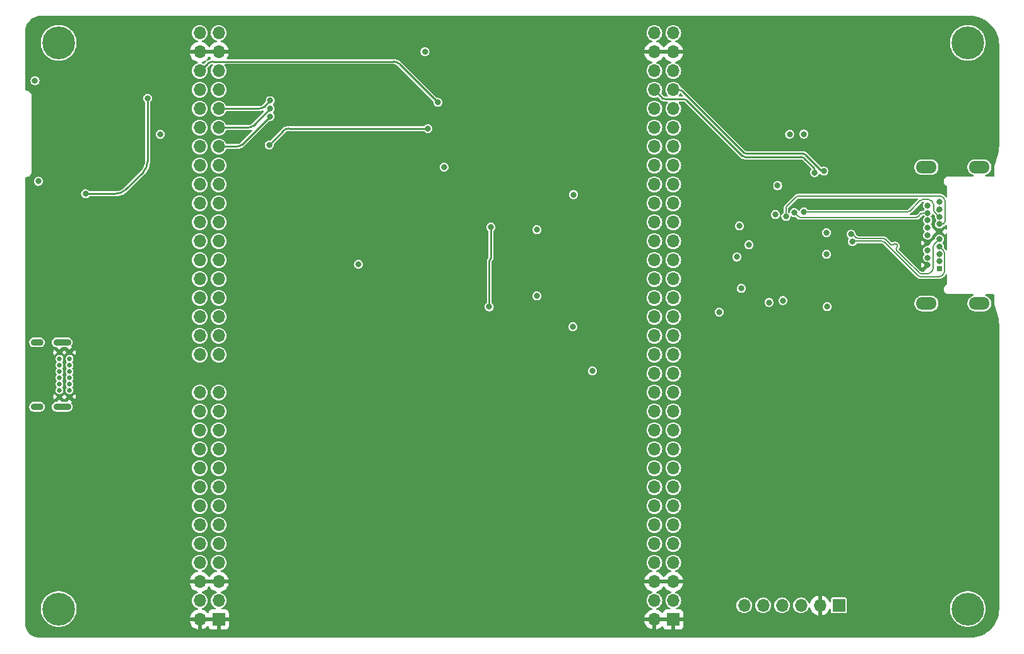
<source format=gbr>
%TF.GenerationSoftware,KiCad,Pcbnew,8.0.7*%
%TF.CreationDate,2025-01-12T08:52:38-08:00*%
%TF.ProjectId,expansionboardB,65787061-6e73-4696-9f6e-626f61726442,3*%
%TF.SameCoordinates,Original*%
%TF.FileFunction,Copper,L2,Inr*%
%TF.FilePolarity,Positive*%
%FSLAX46Y46*%
G04 Gerber Fmt 4.6, Leading zero omitted, Abs format (unit mm)*
G04 Created by KiCad (PCBNEW 8.0.7) date 2025-01-12 08:52:38*
%MOMM*%
%LPD*%
G01*
G04 APERTURE LIST*
%TA.AperFunction,ComponentPad*%
%ADD10C,4.400000*%
%TD*%
%TA.AperFunction,ComponentPad*%
%ADD11C,0.650000*%
%TD*%
%TA.AperFunction,ComponentPad*%
%ADD12O,1.700000X0.900000*%
%TD*%
%TA.AperFunction,ComponentPad*%
%ADD13O,2.400000X0.900000*%
%TD*%
%TA.AperFunction,ComponentPad*%
%ADD14R,0.800000X0.800000*%
%TD*%
%TA.AperFunction,ComponentPad*%
%ADD15C,0.800000*%
%TD*%
%TA.AperFunction,ComponentPad*%
%ADD16O,2.800000X1.700000*%
%TD*%
%TA.AperFunction,ComponentPad*%
%ADD17R,1.700000X1.700000*%
%TD*%
%TA.AperFunction,ComponentPad*%
%ADD18O,1.700000X1.700000*%
%TD*%
%TA.AperFunction,HeatsinkPad*%
%ADD19C,0.600000*%
%TD*%
%TA.AperFunction,ViaPad*%
%ADD20C,0.800000*%
%TD*%
%TA.AperFunction,Conductor*%
%ADD21C,0.250000*%
%TD*%
%TA.AperFunction,Conductor*%
%ADD22C,0.180000*%
%TD*%
%TA.AperFunction,Conductor*%
%ADD23C,0.200000*%
%TD*%
G04 APERTURE END LIST*
D10*
%TO.N,SHLD*%
%TO.C,REF\u002A\u002A*%
X148750000Y-120500000D03*
%TD*%
%TO.N,SHLD*%
%TO.C,REF\u002A\u002A*%
X26750000Y-120500000D03*
%TD*%
%TO.N,SHLD*%
%TO.C,REF\u002A\u002A*%
X26750000Y-44500000D03*
%TD*%
D11*
%TO.N,GND*%
%TO.C,J1*%
X28200000Y-86050000D03*
%TO.N,5V*%
X28200000Y-86900000D03*
%TO.N,unconnected-(J1-CC1-PadA5)*%
X28200000Y-87750000D03*
%TO.N,ESP2D_P*%
X28200000Y-88600000D03*
%TO.N,ESP2D_N*%
X28200000Y-89450000D03*
%TO.N,unconnected-(J1-SBU1-PadA8)*%
X28200000Y-90300000D03*
%TO.N,5V*%
X28200000Y-91150000D03*
%TO.N,GND*%
X28200000Y-92000000D03*
X26850000Y-92000000D03*
%TO.N,5V*%
X26850000Y-91150000D03*
%TO.N,unconnected-(J1-CC2-PadB5)*%
X26850000Y-90300000D03*
%TO.N,ESP2D_P*%
X26850000Y-89450000D03*
%TO.N,ESP2D_N*%
X26850000Y-88600000D03*
%TO.N,unconnected-(J1-SBU2-PadB8)*%
X26850000Y-87750000D03*
%TO.N,5V*%
X26850000Y-86900000D03*
%TO.N,GND*%
X26850000Y-86050000D03*
D12*
%TO.N,SHLD*%
X23840000Y-84700000D03*
%TO.N,N/C*%
X23840000Y-93350000D03*
D13*
X27220000Y-84700000D03*
X27220000Y-93350000D03*
%TD*%
D10*
%TO.N,SHLD*%
%TO.C,REF\u002A\u002A*%
X148750000Y-44500000D03*
%TD*%
D14*
%TO.N,D2_P*%
%TO.C,J3*%
X144920000Y-74840000D03*
D15*
%TO.N,GND*%
X143370000Y-74340000D03*
%TO.N,D2_N*%
X144920000Y-73840000D03*
%TO.N,D1_P*%
X143370000Y-73340000D03*
%TO.N,GND*%
X144920000Y-72840000D03*
%TO.N,D1_N*%
X143370000Y-72340000D03*
%TO.N,D0_P*%
X144920000Y-71840000D03*
%TO.N,GND*%
X143370000Y-71340000D03*
%TO.N,D0_N*%
X144920000Y-70840000D03*
%TO.N,CK_P*%
X143370000Y-70340000D03*
%TO.N,GND*%
X144920000Y-69840000D03*
%TO.N,CK_N*%
X143370000Y-69340000D03*
%TO.N,D_CEC*%
X144920000Y-68840000D03*
%TO.N,unconnected-(J3-UTILITY-Pad14)*%
X143370000Y-68340000D03*
%TO.N,D_SCL*%
X144920000Y-67840000D03*
%TO.N,D_SDA*%
X143370000Y-67340000D03*
%TO.N,GND*%
X144920000Y-66840000D03*
%TO.N,unconnected-(J3-+5V-Pad18)*%
X143370000Y-66340000D03*
%TO.N,D_HPD*%
X144920000Y-65840000D03*
D16*
%TO.N,N/C*%
X143200000Y-61190000D03*
X143200000Y-79490000D03*
X150300000Y-79490000D03*
X150300000Y-61190000D03*
%TD*%
D17*
%TO.N,GND*%
%TO.C,U2*%
X48220000Y-121920000D03*
D18*
X45680000Y-121920000D03*
%TO.N,3V3*%
X48220000Y-119380000D03*
X45680000Y-119380000D03*
%TO.N,GND*%
X48220000Y-116840000D03*
X45680000Y-116840000D03*
%TO.N,unconnected-(U2-Pin_7-Pad7)*%
X48220000Y-114300000D03*
%TO.N,unconnected-(U2-Pin_8-Pad8)*%
X45680000Y-114300000D03*
%TO.N,unconnected-(U2-Pin_9-Pad9)*%
X48220000Y-111760000D03*
%TO.N,unconnected-(U2-Pin_10-Pad10)*%
X45680000Y-111760000D03*
%TO.N,unconnected-(U2-Pin_11-Pad11)*%
X48220000Y-109220000D03*
%TO.N,unconnected-(U2-Pin_12-Pad12)*%
X45680000Y-109220000D03*
%TO.N,unconnected-(U2-Pin_13-Pad13)*%
X48220000Y-106680000D03*
%TO.N,unconnected-(U2-Pin_14-Pad14)*%
X45680000Y-106680000D03*
%TO.N,unconnected-(U2-Pin_15-Pad15)*%
X48220000Y-104140000D03*
%TO.N,unconnected-(U2-Pin_16-Pad16)*%
X45680000Y-104140000D03*
%TO.N,unconnected-(U2-Pin_17-Pad17)*%
X48220000Y-101600000D03*
%TO.N,unconnected-(U2-Pin_18-Pad18)*%
X45680000Y-101600000D03*
%TO.N,unconnected-(U2-Pin_19-Pad19)*%
X48220000Y-99060000D03*
%TO.N,unconnected-(U2-Pin_20-Pad20)*%
X45680000Y-99060000D03*
%TO.N,unconnected-(U2-Pin_21-Pad21)*%
X48220000Y-96520000D03*
%TO.N,unconnected-(U2-Pin_22-Pad22)*%
X45680000Y-96520000D03*
%TO.N,unconnected-(U2-Pin_23-Pad23)*%
X48220000Y-93980000D03*
%TO.N,unconnected-(U2-Pin_24-Pad24)*%
X45680000Y-93980000D03*
%TO.N,unconnected-(U2-Pin_25-Pad25)*%
X48220000Y-91440000D03*
%TO.N,unconnected-(U2-Pin_26-Pad26)*%
X45680000Y-91440000D03*
%TO.N,unconnected-(U2-Pin_29-Pad29)*%
X48220000Y-86360000D03*
%TO.N,unconnected-(U2-Pin_30-Pad30)*%
X45680000Y-86360000D03*
%TO.N,unconnected-(U2-Pin_31-Pad31)*%
X48220000Y-83820000D03*
%TO.N,unconnected-(U2-Pin_32-Pad32)*%
X45680000Y-83820000D03*
%TO.N,IO10*%
X48220000Y-81280000D03*
%TO.N,unconnected-(U2-Pin_34-Pad34)*%
X45680000Y-81280000D03*
%TO.N,IO11*%
X48220000Y-78740000D03*
%TO.N,LEDPWR*%
X45680000Y-78740000D03*
%TO.N,IO12*%
X48220000Y-76200000D03*
%TO.N,LED0*%
X45680000Y-76200000D03*
%TO.N,IO13*%
X48220000Y-73660000D03*
%TO.N,LED1*%
X45680000Y-73660000D03*
%TO.N,IO22*%
X48220000Y-71120000D03*
%TO.N,LED2*%
X45680000Y-71120000D03*
%TO.N,IO21*%
X48220000Y-68580000D03*
%TO.N,LED3*%
X45680000Y-68580000D03*
%TO.N,IO47*%
X48220000Y-66040000D03*
%TO.N,SDSWTCH*%
X45680000Y-66040000D03*
%TO.N,IO48*%
X48220000Y-63500000D03*
%TO.N,SDDAT1*%
X45680000Y-63500000D03*
%TO.N,CPU_RESET*%
X48220000Y-60960000D03*
%TO.N,SDDAT0*%
X45680000Y-60960000D03*
%TO.N,S3_MCLK*%
X48220000Y-58420000D03*
%TO.N,SDCLK*%
X45680000Y-58420000D03*
%TO.N,S3_MOSI*%
X48220000Y-55880000D03*
%TO.N,SDCMD*%
X45680000Y-55880000D03*
%TO.N,S3_MISO*%
X48220000Y-53340000D03*
%TO.N,SDDAT3*%
X45680000Y-53340000D03*
%TO.N,RXD1*%
X48220000Y-50800000D03*
%TO.N,SDDAT2*%
X45680000Y-50800000D03*
%TO.N,TXD1*%
X48220000Y-48260000D03*
%TO.N,ESP_RST*%
X45680000Y-48260000D03*
%TO.N,GND*%
X48220000Y-45720000D03*
X45680000Y-45720000D03*
%TO.N,5V*%
X48220000Y-43180000D03*
X45680000Y-43180000D03*
%TD*%
D17*
%TO.N,GND*%
%TO.C,U4*%
X109220000Y-121920000D03*
D18*
X106680000Y-121920000D03*
%TO.N,VCC*%
X109220000Y-119380000D03*
X106680000Y-119380000D03*
%TO.N,GND*%
X109220000Y-116840000D03*
X106680000Y-116840000D03*
%TO.N,TMS*%
X109220000Y-114300000D03*
%TO.N,Net-(U4-Pin_8)*%
X106680000Y-114300000D03*
%TO.N,TDI*%
X109220000Y-111760000D03*
%TO.N,unconnected-(U4-Pin_10-Pad10)*%
X106680000Y-111760000D03*
%TO.N,TDO*%
X109220000Y-109220000D03*
%TO.N,unconnected-(U4-Pin_12-Pad12)*%
X106680000Y-109220000D03*
%TO.N,TCK*%
X109220000Y-106680000D03*
%TO.N,unconnected-(U4-Pin_14-Pad14)*%
X106680000Y-106680000D03*
%TO.N,unconnected-(U4-Pin_15-Pad15)*%
X109220000Y-104140000D03*
%TO.N,unconnected-(U4-Pin_16-Pad16)*%
X106680000Y-104140000D03*
%TO.N,unconnected-(U4-Pin_17-Pad17)*%
X109220000Y-101600000D03*
%TO.N,unconnected-(U4-Pin_18-Pad18)*%
X106680000Y-101600000D03*
%TO.N,unconnected-(U4-Pin_19-Pad19)*%
X109220000Y-99060000D03*
%TO.N,unconnected-(U4-Pin_20-Pad20)*%
X106680000Y-99060000D03*
%TO.N,unconnected-(U4-Pin_21-Pad21)*%
X109220000Y-96520000D03*
%TO.N,unconnected-(U4-Pin_22-Pad22)*%
X106680000Y-96520000D03*
%TO.N,unconnected-(U4-Pin_23-Pad23)*%
X109220000Y-93980000D03*
%TO.N,unconnected-(U4-Pin_24-Pad24)*%
X106680000Y-93980000D03*
%TO.N,VR6*%
X109220000Y-91440000D03*
%TO.N,VR7*%
X106680000Y-91440000D03*
%TO.N,VR4*%
X109220000Y-88900000D03*
%TO.N,VR5*%
X106680000Y-88900000D03*
%TO.N,VR2*%
X109220000Y-86360000D03*
%TO.N,VR3*%
X106680000Y-86360000D03*
%TO.N,VR0*%
X109220000Y-83820000D03*
%TO.N,VR1*%
X106680000Y-83820000D03*
%TO.N,VG6*%
X109220000Y-81280000D03*
%TO.N,VG7*%
X106680000Y-81280000D03*
%TO.N,VG4*%
X109220000Y-78740000D03*
%TO.N,VG5*%
X106680000Y-78740000D03*
%TO.N,VG2*%
X109220000Y-76200000D03*
%TO.N,VG3*%
X106680000Y-76200000D03*
%TO.N,VG0*%
X109220000Y-73660000D03*
%TO.N,VG1*%
X106680000Y-73660000D03*
%TO.N,VB6*%
X109220000Y-71120000D03*
%TO.N,VB7*%
X106680000Y-71120000D03*
%TO.N,VB4*%
X109220000Y-68580000D03*
%TO.N,VB5*%
X106680000Y-68580000D03*
%TO.N,VB2*%
X109220000Y-66040000D03*
%TO.N,VB3*%
X106680000Y-66040000D03*
%TO.N,VB0*%
X109220000Y-63500000D03*
%TO.N,VB1*%
X106680000Y-63500000D03*
%TO.N,VVSYNC*%
X109220000Y-60960000D03*
%TO.N,VCLK*%
X106680000Y-60960000D03*
%TO.N,VDE*%
X109220000Y-58420000D03*
%TO.N,VHSYNC*%
X106680000Y-58420000D03*
%TO.N,AU_SDIN*%
X109220000Y-55880000D03*
%TO.N,AU_LRCLK*%
X106680000Y-55880000D03*
%TO.N,AU_SCLK*%
X109220000Y-53340000D03*
%TO.N,AU_MCLK*%
X106680000Y-53340000D03*
%TO.N,VID_SCL*%
X109220000Y-50800000D03*
%TO.N,VID_SDA*%
X106680000Y-50800000D03*
%TO.N,VID_INT*%
X109220000Y-48260000D03*
%TO.N,VID_RESETN*%
X106680000Y-48260000D03*
%TO.N,GND*%
X109220000Y-45720000D03*
X106680000Y-45720000D03*
%TO.N,5V*%
X109220000Y-43180000D03*
X106680000Y-43180000D03*
%TD*%
D19*
%TO.N,GND*%
%TO.C,U1*%
X62150000Y-49120000D03*
X62150000Y-50520000D03*
X62850000Y-48420000D03*
X62850000Y-49820000D03*
X62850000Y-51220000D03*
X63550000Y-49120000D03*
X63550000Y-50520000D03*
X64250000Y-48420000D03*
X64250000Y-49820000D03*
X64250000Y-51220000D03*
X64950000Y-49120000D03*
X64950000Y-50520000D03*
%TD*%
D17*
%TO.N,REG3V3*%
%TO.C,JTAG1*%
X131445000Y-120015000D03*
D18*
%TO.N,GND*%
X128905000Y-120015000D03*
%TO.N,TCK*%
X126365000Y-120015000D03*
%TO.N,TDO*%
X123825000Y-120015000D03*
%TO.N,TDI*%
X121285000Y-120015000D03*
%TO.N,TMS*%
X118745000Y-120015000D03*
%TD*%
D20*
%TO.N,5V*%
X66979800Y-74244200D03*
%TO.N,REG3V3*%
X78460600Y-61163200D03*
%TO.N,REG1V2*%
X98374200Y-88544400D03*
%TO.N,GND*%
X127762000Y-69723000D03*
X133604000Y-62738000D03*
X116775000Y-86575000D03*
X43180000Y-58928000D03*
X35560000Y-58420000D03*
X62450000Y-41775000D03*
X113250000Y-76950000D03*
X86487000Y-77470000D03*
X62400000Y-57600000D03*
X93091000Y-87782400D03*
X130429000Y-50673000D03*
X99187000Y-53086000D03*
X129159000Y-56642000D03*
X116550000Y-53350000D03*
X56125000Y-45425000D03*
X136194800Y-74701400D03*
X114427000Y-60452000D03*
X24130000Y-88900000D03*
X27559000Y-80899000D03*
X93091000Y-62204600D03*
X143002000Y-52197000D03*
X80375000Y-51575000D03*
X70739000Y-118872000D03*
X141500000Y-70750000D03*
X27432000Y-54102000D03*
X118175000Y-70650000D03*
X86233000Y-64643000D03*
X36068000Y-66802000D03*
X67900000Y-54300000D03*
X139446000Y-66167000D03*
X86325000Y-70500000D03*
X112600000Y-65875000D03*
X30226000Y-110490000D03*
X77597000Y-75565000D03*
X70104000Y-65532000D03*
X79675000Y-79925000D03*
%TO.N,SHLD*%
X24021200Y-63092000D03*
X23571200Y-49592000D03*
X30353000Y-64770000D03*
X38671200Y-51942000D03*
%TO.N,D0_P*%
X133263464Y-71180000D03*
%TO.N,D_HPD*%
X129889898Y-79926770D03*
%TO.N,D0_N*%
X133071930Y-70198511D03*
%TO.N,ESP_RST*%
X77622400Y-52501800D03*
%TO.N,Net-(U1-IO0)*%
X55000000Y-58200000D03*
X76300000Y-56000000D03*
%TO.N,REG1V2*%
X129794000Y-69980000D03*
X129794000Y-72898000D03*
X122936000Y-67564000D03*
X118110000Y-69088000D03*
X123925000Y-79100000D03*
X118364000Y-77470000D03*
X119380000Y-71628000D03*
X95758000Y-82626200D03*
%TO.N,5V*%
X90932000Y-69596000D03*
X90932000Y-78486000D03*
X126746000Y-56745500D03*
X124841000Y-56769000D03*
%TO.N,REG3V3*%
X40386000Y-56769000D03*
X123225000Y-63675000D03*
X115375000Y-80650000D03*
X122075000Y-79350000D03*
X75900000Y-45700000D03*
X117750000Y-73250000D03*
X95834200Y-64871600D03*
%TO.N,S3_MCLK*%
X55126142Y-54373858D03*
%TO.N,S3_MOSI*%
X55137347Y-53337347D03*
%TO.N,S3_MISO*%
X55150000Y-52250000D03*
%TO.N,D_CEC*%
X124333000Y-67818000D03*
%TO.N,VID_SCL*%
X129413000Y-61722000D03*
%TO.N,VID_SDA*%
X128201847Y-61907847D03*
%TO.N,/PG_1*%
X84750000Y-69250000D03*
X84525001Y-79939999D03*
%TO.N,D_SCL*%
X126746000Y-67220000D03*
%TO.N,D_SDA*%
X125476000Y-67310000D03*
%TD*%
D21*
%TO.N,SHLD*%
X38085413Y-61863587D02*
X35764786Y-64184214D01*
X34350573Y-64770000D02*
X30353000Y-64770000D01*
X38671200Y-51942000D02*
X38671200Y-60449373D01*
X34350573Y-64770000D02*
G75*
G03*
X35764800Y-64184228I27J2000000D01*
G01*
X38671200Y-60449373D02*
G75*
G02*
X38085427Y-61863601I-2000000J-27D01*
G01*
D22*
%TO.N,D0_P*%
X133313464Y-71130000D02*
X137232207Y-71130000D01*
X145271447Y-75753553D02*
X145473554Y-75551446D01*
X142416421Y-75900000D02*
X144917893Y-75900000D01*
X133263464Y-71180000D02*
X133313464Y-71130000D01*
X145473553Y-72393553D02*
X144920000Y-71840000D01*
X145620000Y-75197893D02*
X145620000Y-72747107D01*
X137585761Y-71276447D02*
X142062868Y-75753554D01*
X145473554Y-75551446D02*
G75*
G03*
X145619995Y-75197893I-353554J353546D01*
G01*
X137585761Y-71276447D02*
G75*
G03*
X137232207Y-71129995I-353561J-353553D01*
G01*
X145473553Y-72393553D02*
G75*
G02*
X145619995Y-72747107I-353553J-353547D01*
G01*
X145271447Y-75753553D02*
G75*
G02*
X144917893Y-75899995I-353547J353553D01*
G01*
X142062868Y-75753554D02*
G75*
G03*
X142416421Y-75899985I353532J353554D01*
G01*
%TO.N,D0_N*%
X133257783Y-70198511D02*
X133662826Y-70603554D01*
X142553823Y-75500000D02*
X143367893Y-75500000D01*
X140629293Y-73782577D02*
X142200270Y-75353554D01*
X144125000Y-74742893D02*
X144125000Y-71842107D01*
X137743163Y-70896447D02*
X138426825Y-71580109D01*
X133071930Y-70198511D02*
X133257783Y-70198511D01*
X138766237Y-71580110D02*
X138811580Y-71534764D01*
X143721447Y-75353553D02*
X143978554Y-75096446D01*
X139190499Y-72343784D02*
X139275353Y-72428637D01*
X139235844Y-71959029D02*
X139190498Y-72004372D01*
X134016379Y-70750000D02*
X137389609Y-70750000D01*
X139150992Y-71534765D02*
X139235844Y-71619617D01*
X139275353Y-72428637D02*
X140629293Y-73782577D01*
X144271447Y-71488553D02*
X144920000Y-70840000D01*
X137389609Y-70750000D02*
G75*
G02*
X137743158Y-70896452I-9J-500000D01*
G01*
X142200270Y-75353554D02*
G75*
G03*
X142553823Y-75499984I353530J353554D01*
G01*
X143978554Y-75096446D02*
G75*
G03*
X144124995Y-74742893I-353554J353546D01*
G01*
X138426825Y-71580109D02*
G75*
G03*
X138766205Y-71580079I169675J169709D01*
G01*
X139190498Y-72004372D02*
G75*
G03*
X139190476Y-72343806I169702J-169728D01*
G01*
X133662826Y-70603554D02*
G75*
G03*
X134016379Y-70750015I353574J353554D01*
G01*
X138811580Y-71534764D02*
G75*
G02*
X139151006Y-71534750I169720J-169736D01*
G01*
X143367893Y-75500000D02*
G75*
G03*
X143721450Y-75353556I7J500000D01*
G01*
X144125000Y-71842107D02*
G75*
G02*
X144271444Y-71488550I500000J7D01*
G01*
X139235844Y-71619617D02*
G75*
G02*
X139235821Y-71959006I-169744J-169683D01*
G01*
D21*
%TO.N,ESP_RST*%
X47455014Y-47015400D02*
X71721786Y-47015400D01*
X45796200Y-48260000D02*
X46747907Y-47308293D01*
X45680000Y-48260000D02*
X45796200Y-48260000D01*
X72428893Y-47308293D02*
X77622400Y-52501800D01*
X71721786Y-47015400D02*
G75*
G02*
X72428900Y-47308286I14J-1000000D01*
G01*
X46747907Y-47308293D02*
G75*
G02*
X47455014Y-47015410I707093J-707107D01*
G01*
%TO.N,Net-(U1-IO0)*%
X56907107Y-56292893D02*
X55000000Y-58200000D01*
X76300000Y-56000000D02*
X57614214Y-56000000D01*
X57614214Y-56000000D02*
G75*
G03*
X56907100Y-56292886I-14J-1000000D01*
G01*
%TO.N,S3_MCLK*%
X50665786Y-58420000D02*
X48220000Y-58420000D01*
X55126142Y-54373858D02*
X51372893Y-58127107D01*
X50665786Y-58420000D02*
G75*
G03*
X51372900Y-58127114I14J1000000D01*
G01*
%TO.N,S3_MOSI*%
X52180480Y-55880000D02*
X48220000Y-55880000D01*
X55137347Y-53337347D02*
X52887587Y-55587107D01*
X52180480Y-55880000D02*
G75*
G03*
X52887597Y-55587117I20J1000000D01*
G01*
%TO.N,S3_MISO*%
X55150000Y-52250000D02*
X54352893Y-53047107D01*
X53645786Y-53340000D02*
X48220000Y-53340000D01*
X53645786Y-53340000D02*
G75*
G03*
X54352900Y-53047114I14J1000000D01*
G01*
D23*
%TO.N,D_CEC*%
X145522553Y-68803132D02*
X145485685Y-68840000D01*
X145485685Y-68840000D02*
X144920000Y-68840000D01*
X124333000Y-67818000D02*
X124333000Y-66755107D01*
X126006107Y-65082000D02*
X145059545Y-65082000D01*
X145413099Y-65228447D02*
X145522554Y-65337902D01*
X124479447Y-66401553D02*
X125652554Y-65228446D01*
X145669000Y-65691455D02*
X145669000Y-68449578D01*
X125652554Y-65228446D02*
G75*
G02*
X126006107Y-65082005I353546J-353554D01*
G01*
X145522553Y-68803132D02*
G75*
G03*
X145668985Y-68449578I-353553J353532D01*
G01*
X145059545Y-65082000D02*
G75*
G02*
X145413076Y-65228470I-45J-500000D01*
G01*
X124333000Y-66755107D02*
G75*
G02*
X124479444Y-66401550I500000J7D01*
G01*
X145522554Y-65337902D02*
G75*
G02*
X145669032Y-65691455I-353554J-353598D01*
G01*
D21*
%TO.N,VID_SCL*%
X129413000Y-61722000D02*
X129366107Y-61722000D01*
X129012553Y-61575553D02*
X126950446Y-59513446D01*
X110030289Y-50800000D02*
X109220000Y-50800000D01*
X118657949Y-59220553D02*
X110383842Y-50946446D01*
X126596893Y-59367000D02*
X119011503Y-59367000D01*
X129366107Y-61722000D02*
G75*
G02*
X129012550Y-61575556I-7J500000D01*
G01*
X126950446Y-59513446D02*
G75*
G03*
X126596893Y-59367005I-353546J-353554D01*
G01*
X110030289Y-50800000D02*
G75*
G02*
X110383847Y-50946441I11J-500000D01*
G01*
X118657949Y-59220553D02*
G75*
G03*
X119011503Y-59366998I353551J353553D01*
G01*
%TO.N,VID_SDA*%
X128201847Y-61907847D02*
X128201847Y-61608350D01*
X118471553Y-59670553D02*
X111017446Y-52216446D01*
X107803553Y-51923553D02*
X106680000Y-50800000D01*
X126410497Y-59817000D02*
X118825107Y-59817000D01*
X110663893Y-52070000D02*
X108157107Y-52070000D01*
X128055400Y-61254796D02*
X126764050Y-59963446D01*
X118471553Y-59670553D02*
G75*
G03*
X118825107Y-59816995I353547J353553D01*
G01*
X126764050Y-59963446D02*
G75*
G03*
X126410497Y-59817002I-353550J-353554D01*
G01*
X111017446Y-52216446D02*
G75*
G03*
X110663893Y-52070005I-353546J-353554D01*
G01*
X128201847Y-61608350D02*
G75*
G03*
X128055435Y-61254761I-500047J50D01*
G01*
X108157107Y-52070000D02*
G75*
G02*
X107803550Y-51923556I-7J500000D01*
G01*
%TO.N,/PG_1*%
X84525001Y-79939999D02*
X84525001Y-73820552D01*
X84598225Y-73643775D02*
X84676777Y-73565223D01*
X84750000Y-73388447D02*
X84750000Y-69250000D01*
X84676777Y-73565223D02*
G75*
G03*
X84750033Y-73388447I-176777J176823D01*
G01*
X84525001Y-73820552D02*
G75*
G02*
X84598249Y-73643799I249999J-48D01*
G01*
D23*
%TO.N,D_SCL*%
X143822100Y-65678447D02*
X143998554Y-65854901D01*
X140952447Y-67073553D02*
X142347554Y-65678446D01*
X144145000Y-66208454D02*
X144145000Y-66883198D01*
X142701107Y-65532000D02*
X143468546Y-65532000D01*
X144894695Y-67840000D02*
X144920000Y-67840000D01*
X126746000Y-67220000D02*
X140598893Y-67220000D01*
X144291447Y-67236752D02*
X144894695Y-67840000D01*
X143468546Y-65532000D02*
G75*
G02*
X143822077Y-65678470I-46J-500000D01*
G01*
X140952447Y-67073553D02*
G75*
G02*
X140598893Y-67219995I-353547J353553D01*
G01*
X144291447Y-67236752D02*
G75*
G02*
X144145001Y-66883198I353553J353552D01*
G01*
X143998554Y-65854901D02*
G75*
G02*
X144145033Y-66208454I-353554J-353599D01*
G01*
X142347554Y-65678446D02*
G75*
G02*
X142701107Y-65532005I353546J-353554D01*
G01*
%TO.N,D_SDA*%
X125964553Y-67798553D02*
X125476000Y-67310000D01*
X142444553Y-67486447D02*
X142132446Y-67798554D01*
X143370000Y-67340000D02*
X142798107Y-67340000D01*
X141778893Y-67945000D02*
X126318107Y-67945000D01*
X142132446Y-67798554D02*
G75*
G02*
X141778893Y-67944995I-353546J353554D01*
G01*
X142444553Y-67486447D02*
G75*
G02*
X142798107Y-67340005I353547J-353553D01*
G01*
X126318107Y-67945000D02*
G75*
G02*
X125964550Y-67798556I-7J500000D01*
G01*
%TD*%
%TA.AperFunction,Conductor*%
%TO.N,GND*%
G36*
X47754075Y-121727007D02*
G01*
X47720000Y-121854174D01*
X47720000Y-121985826D01*
X47754075Y-122112993D01*
X47786988Y-122170000D01*
X46113012Y-122170000D01*
X46145925Y-122112993D01*
X46180000Y-121985826D01*
X46180000Y-121854174D01*
X46145925Y-121727007D01*
X46113012Y-121670000D01*
X47786988Y-121670000D01*
X47754075Y-121727007D01*
G37*
%TD.AperFunction*%
%TA.AperFunction,Conductor*%
G36*
X47754075Y-116647007D02*
G01*
X47720000Y-116774174D01*
X47720000Y-116905826D01*
X47754075Y-117032993D01*
X47786988Y-117090000D01*
X46113012Y-117090000D01*
X46145925Y-117032993D01*
X46180000Y-116905826D01*
X46180000Y-116774174D01*
X46145925Y-116647007D01*
X46113012Y-116590000D01*
X47786988Y-116590000D01*
X47754075Y-116647007D01*
G37*
%TD.AperFunction*%
%TA.AperFunction,Conductor*%
G36*
X108754075Y-121727007D02*
G01*
X108720000Y-121854174D01*
X108720000Y-121985826D01*
X108754075Y-122112993D01*
X108786988Y-122170000D01*
X107113012Y-122170000D01*
X107145925Y-122112993D01*
X107180000Y-121985826D01*
X107180000Y-121854174D01*
X107145925Y-121727007D01*
X107113012Y-121670000D01*
X108786988Y-121670000D01*
X108754075Y-121727007D01*
G37*
%TD.AperFunction*%
%TA.AperFunction,Conductor*%
G36*
X108754075Y-116647007D02*
G01*
X108720000Y-116774174D01*
X108720000Y-116905826D01*
X108754075Y-117032993D01*
X108786988Y-117090000D01*
X107113012Y-117090000D01*
X107145925Y-117032993D01*
X107180000Y-116905826D01*
X107180000Y-116774174D01*
X107145925Y-116647007D01*
X107113012Y-116590000D01*
X108786988Y-116590000D01*
X108754075Y-116647007D01*
G37*
%TD.AperFunction*%
%TA.AperFunction,Conductor*%
G36*
X47754075Y-45527007D02*
G01*
X47720000Y-45654174D01*
X47720000Y-45785826D01*
X47754075Y-45912993D01*
X47786988Y-45970000D01*
X46113012Y-45970000D01*
X46145925Y-45912993D01*
X46180000Y-45785826D01*
X46180000Y-45654174D01*
X46145925Y-45527007D01*
X46113012Y-45470000D01*
X47786988Y-45470000D01*
X47754075Y-45527007D01*
G37*
%TD.AperFunction*%
%TA.AperFunction,Conductor*%
G36*
X108754075Y-45527007D02*
G01*
X108720000Y-45654174D01*
X108720000Y-45785826D01*
X108754075Y-45912993D01*
X108786988Y-45970000D01*
X107113012Y-45970000D01*
X107145925Y-45912993D01*
X107180000Y-45785826D01*
X107180000Y-45654174D01*
X107145925Y-45527007D01*
X107113012Y-45470000D01*
X108786988Y-45470000D01*
X108754075Y-45527007D01*
G37*
%TD.AperFunction*%
%TA.AperFunction,Conductor*%
G36*
X149099039Y-40889048D02*
G01*
X149467240Y-40907138D01*
X149479343Y-40908330D01*
X149796131Y-40955321D01*
X149840976Y-40961974D01*
X149852910Y-40964348D01*
X150011382Y-41004043D01*
X150207560Y-41053183D01*
X150219188Y-41056711D01*
X150563408Y-41179874D01*
X150574637Y-41184525D01*
X150905150Y-41340847D01*
X150915875Y-41346580D01*
X151102372Y-41458363D01*
X151229446Y-41534528D01*
X151239564Y-41541289D01*
X151533211Y-41759074D01*
X151542618Y-41766793D01*
X151813508Y-42012315D01*
X151822110Y-42020918D01*
X151992356Y-42208757D01*
X152067622Y-42291800D01*
X152075342Y-42301207D01*
X152293119Y-42594849D01*
X152299880Y-42604967D01*
X152487833Y-42918551D01*
X152493569Y-42929283D01*
X152649875Y-43259767D01*
X152654532Y-43271009D01*
X152737697Y-43503444D01*
X152777458Y-43614570D01*
X152777697Y-43615236D01*
X152781229Y-43626882D01*
X152870056Y-43981513D01*
X152872430Y-43993447D01*
X152926071Y-44355077D01*
X152927264Y-44367187D01*
X152945351Y-44735392D01*
X152945500Y-44741476D01*
X152945500Y-58365767D01*
X152945425Y-58370079D01*
X152936340Y-58631149D01*
X152935741Y-58639752D01*
X152908756Y-58897426D01*
X152907560Y-58905967D01*
X152862731Y-59161144D01*
X152860944Y-59169580D01*
X152797901Y-59423385D01*
X152796789Y-59427550D01*
X152309241Y-61134424D01*
X152304573Y-61147815D01*
X152299499Y-61160065D01*
X152299480Y-61160160D01*
X152299085Y-61169817D01*
X152298954Y-61171409D01*
X152299500Y-61180928D01*
X152299500Y-62315500D01*
X152279815Y-62382539D01*
X152227011Y-62428294D01*
X152175500Y-62439500D01*
X151201919Y-62439500D01*
X151134880Y-62419815D01*
X151089125Y-62367011D01*
X151079181Y-62297853D01*
X151108206Y-62234297D01*
X151154466Y-62200939D01*
X151156418Y-62200130D01*
X151156420Y-62200130D01*
X151347598Y-62120941D01*
X151519655Y-62005977D01*
X151665977Y-61859655D01*
X151780941Y-61687598D01*
X151860130Y-61496420D01*
X151900500Y-61293465D01*
X151900500Y-61086535D01*
X151860130Y-60883580D01*
X151780941Y-60692402D01*
X151665977Y-60520345D01*
X151665975Y-60520342D01*
X151519657Y-60374024D01*
X151433626Y-60316541D01*
X151347598Y-60259059D01*
X151237824Y-60213589D01*
X151156420Y-60179870D01*
X151156412Y-60179868D01*
X150953469Y-60139500D01*
X150953465Y-60139500D01*
X149646535Y-60139500D01*
X149646530Y-60139500D01*
X149443587Y-60179868D01*
X149443579Y-60179870D01*
X149252403Y-60259058D01*
X149080342Y-60374024D01*
X148934024Y-60520342D01*
X148819058Y-60692403D01*
X148739870Y-60883579D01*
X148739868Y-60883587D01*
X148699500Y-61086530D01*
X148699500Y-61293469D01*
X148739868Y-61496412D01*
X148739870Y-61496420D01*
X148768375Y-61565238D01*
X148819059Y-61687598D01*
X148859581Y-61748244D01*
X148934024Y-61859657D01*
X149080342Y-62005975D01*
X149080345Y-62005977D01*
X149252402Y-62120941D01*
X149443580Y-62200130D01*
X149443581Y-62200130D01*
X149445534Y-62200939D01*
X149499937Y-62244780D01*
X149522002Y-62311074D01*
X149504723Y-62378773D01*
X149453586Y-62426384D01*
X149398081Y-62439500D01*
X146076702Y-62439500D01*
X145933790Y-62472120D01*
X145801723Y-62535720D01*
X145801720Y-62535722D01*
X145687117Y-62627117D01*
X145595722Y-62741720D01*
X145595720Y-62741723D01*
X145532120Y-62873790D01*
X145499500Y-63016702D01*
X145499500Y-63163297D01*
X145518541Y-63246718D01*
X145529348Y-63294067D01*
X145532120Y-63306209D01*
X145595720Y-63438276D01*
X145595722Y-63438279D01*
X145614969Y-63462413D01*
X145687117Y-63552883D01*
X145712397Y-63573043D01*
X145801720Y-63644277D01*
X145801726Y-63644281D01*
X145929301Y-63705718D01*
X145981161Y-63752540D01*
X145999500Y-63817438D01*
X145999500Y-65091330D01*
X145979815Y-65158369D01*
X145927011Y-65204124D01*
X145857853Y-65214068D01*
X145794297Y-65185043D01*
X145781213Y-65171865D01*
X145779581Y-65169955D01*
X145779579Y-65169953D01*
X145779577Y-65169950D01*
X145743936Y-65134313D01*
X145597610Y-64987987D01*
X145597609Y-64987986D01*
X145592079Y-64982456D01*
X145591755Y-64982171D01*
X145581039Y-64971454D01*
X145581034Y-64971450D01*
X145581032Y-64971448D01*
X145519533Y-64926760D01*
X145479103Y-64897381D01*
X145404739Y-64859484D01*
X145366843Y-64840172D01*
X145247015Y-64801227D01*
X145122571Y-64781506D01*
X145122563Y-64781505D01*
X145105671Y-64781503D01*
X145105597Y-64781500D01*
X145099107Y-64781500D01*
X145059572Y-64781500D01*
X145011977Y-64781495D01*
X145011976Y-64781495D01*
X145002028Y-64781494D01*
X145001954Y-64781500D01*
X125959407Y-64781500D01*
X125959339Y-64781504D01*
X125943107Y-64781504D01*
X125818658Y-64801214D01*
X125698831Y-64840146D01*
X125586556Y-64897350D01*
X125586548Y-64897356D01*
X125484623Y-64971407D01*
X125471612Y-64984417D01*
X125468045Y-64987984D01*
X125468043Y-64987986D01*
X125447906Y-65008123D01*
X125440071Y-65015958D01*
X125440067Y-65015962D01*
X125406415Y-65049613D01*
X124300616Y-66155412D01*
X124300561Y-66155457D01*
X124300566Y-66155462D01*
X124299640Y-66156387D01*
X124299626Y-66156394D01*
X124222410Y-66233611D01*
X124148347Y-66335553D01*
X124091146Y-66447818D01*
X124091144Y-66447821D01*
X124052208Y-66567661D01*
X124032499Y-66692104D01*
X124032500Y-66724957D01*
X124032500Y-67230518D01*
X124012815Y-67297557D01*
X123983986Y-67328892D01*
X123974307Y-67336321D01*
X123904719Y-67389716D01*
X123808463Y-67515160D01*
X123778241Y-67588123D01*
X123734400Y-67642526D01*
X123668105Y-67664591D01*
X123600406Y-67647311D01*
X123552796Y-67596174D01*
X123540741Y-67556855D01*
X123540156Y-67552414D01*
X123521044Y-67407238D01*
X123460536Y-67261159D01*
X123364282Y-67135718D01*
X123238841Y-67039464D01*
X123233276Y-67037159D01*
X123092762Y-66978956D01*
X123092760Y-66978955D01*
X122936001Y-66958318D01*
X122935999Y-66958318D01*
X122779239Y-66978955D01*
X122779237Y-66978956D01*
X122633160Y-67039463D01*
X122507718Y-67135718D01*
X122411463Y-67261160D01*
X122350956Y-67407237D01*
X122350955Y-67407239D01*
X122330318Y-67563998D01*
X122330318Y-67564001D01*
X122350955Y-67720756D01*
X122350956Y-67720762D01*
X122404619Y-67850317D01*
X122411464Y-67866841D01*
X122507718Y-67992282D01*
X122633159Y-68088536D01*
X122779238Y-68149044D01*
X122857619Y-68159363D01*
X122935999Y-68169682D01*
X122936000Y-68169682D01*
X122936001Y-68169682D01*
X122988254Y-68162802D01*
X123092762Y-68149044D01*
X123238841Y-68088536D01*
X123364282Y-67992282D01*
X123460536Y-67866841D01*
X123490760Y-67793872D01*
X123534598Y-67739474D01*
X123600892Y-67717408D01*
X123668591Y-67734687D01*
X123716202Y-67785823D01*
X123728258Y-67825143D01*
X123747956Y-67974761D01*
X123747956Y-67974762D01*
X123774570Y-68039015D01*
X123808464Y-68120841D01*
X123904718Y-68246282D01*
X124030159Y-68342536D01*
X124176238Y-68403044D01*
X124242124Y-68411718D01*
X124332999Y-68423682D01*
X124333000Y-68423682D01*
X124333001Y-68423682D01*
X124395255Y-68415486D01*
X124489762Y-68403044D01*
X124635841Y-68342536D01*
X124761282Y-68246282D01*
X124857536Y-68120841D01*
X124918044Y-67974762D01*
X124930184Y-67882541D01*
X124958450Y-67818647D01*
X125016774Y-67780175D01*
X125086639Y-67779343D01*
X125128609Y-67800352D01*
X125173157Y-67834535D01*
X125173158Y-67834535D01*
X125173159Y-67834536D01*
X125319238Y-67895044D01*
X125376936Y-67902640D01*
X125475999Y-67915682D01*
X125476000Y-67915682D01*
X125575061Y-67902640D01*
X125644096Y-67913405D01*
X125678927Y-67937898D01*
X125714074Y-67973045D01*
X125714095Y-67973068D01*
X125719339Y-67978312D01*
X125719346Y-67978325D01*
X125796611Y-68055589D01*
X125796614Y-68055591D01*
X125796615Y-68055592D01*
X125898554Y-68129653D01*
X126010823Y-68186856D01*
X126130659Y-68225791D01*
X126255110Y-68245501D01*
X126318111Y-68245500D01*
X126365706Y-68245500D01*
X141731294Y-68245500D01*
X141778889Y-68245500D01*
X141818455Y-68245500D01*
X141827839Y-68245500D01*
X141827894Y-68245495D01*
X141841889Y-68245496D01*
X141966339Y-68225786D01*
X142086174Y-68186851D01*
X142198442Y-68129650D01*
X142300380Y-68055589D01*
X142306746Y-68049222D01*
X142306751Y-68049219D01*
X142316955Y-68039014D01*
X142316957Y-68039014D01*
X142359209Y-67996762D01*
X142378584Y-67977388D01*
X142378584Y-67977386D01*
X142388788Y-67967183D01*
X142388791Y-67967178D01*
X142651292Y-67704678D01*
X142663471Y-67693997D01*
X142685403Y-67677168D01*
X142713431Y-67660985D01*
X142731391Y-67653547D01*
X142762654Y-67645171D01*
X142768513Y-67644400D01*
X142837548Y-67655166D01*
X142883072Y-67691853D01*
X142938826Y-67764513D01*
X142964020Y-67829682D01*
X142949982Y-67898127D01*
X142938826Y-67915485D01*
X142845464Y-68037157D01*
X142784956Y-68183237D01*
X142784955Y-68183239D01*
X142764318Y-68339998D01*
X142764318Y-68340001D01*
X142784955Y-68496760D01*
X142784956Y-68496762D01*
X142845464Y-68642842D01*
X142938826Y-68764514D01*
X142964020Y-68829683D01*
X142949981Y-68898128D01*
X142938826Y-68915486D01*
X142845464Y-69037157D01*
X142784956Y-69183237D01*
X142784955Y-69183239D01*
X142764318Y-69339998D01*
X142764318Y-69340001D01*
X142784955Y-69496760D01*
X142784956Y-69496762D01*
X142845464Y-69642842D01*
X142938826Y-69764514D01*
X142964020Y-69829683D01*
X142949981Y-69898128D01*
X142938826Y-69915486D01*
X142845464Y-70037157D01*
X142784956Y-70183237D01*
X142784955Y-70183239D01*
X142764318Y-70339998D01*
X142764318Y-70340001D01*
X142784955Y-70496760D01*
X142784956Y-70496762D01*
X142842624Y-70635986D01*
X142845464Y-70642841D01*
X142941718Y-70768282D01*
X143067159Y-70864536D01*
X143213238Y-70925044D01*
X143281323Y-70934007D01*
X143345217Y-70962271D01*
X143352818Y-70969264D01*
X143369999Y-70986445D01*
X143387178Y-70969266D01*
X143448501Y-70935780D01*
X143458649Y-70934011D01*
X143526762Y-70925044D01*
X143672841Y-70864536D01*
X143798282Y-70768282D01*
X143894536Y-70642841D01*
X143955044Y-70496762D01*
X143970606Y-70378554D01*
X143998871Y-70314660D01*
X144057195Y-70276188D01*
X144109731Y-70271802D01*
X144131744Y-70274700D01*
X144566446Y-69840000D01*
X144511745Y-69785299D01*
X144645000Y-69785299D01*
X144645000Y-69894701D01*
X144686866Y-69995775D01*
X144764225Y-70073134D01*
X144865299Y-70115000D01*
X144974701Y-70115000D01*
X145075775Y-70073134D01*
X145153134Y-69995775D01*
X145195000Y-69894701D01*
X145195000Y-69785299D01*
X145153134Y-69684225D01*
X145075775Y-69606866D01*
X144974701Y-69565000D01*
X144865299Y-69565000D01*
X144764225Y-69606866D01*
X144686866Y-69684225D01*
X144645000Y-69785299D01*
X144511745Y-69785299D01*
X144131743Y-69405297D01*
X144109729Y-69408196D01*
X144040694Y-69397430D01*
X143988438Y-69351051D01*
X143970606Y-69301445D01*
X143955044Y-69183238D01*
X143894536Y-69037159D01*
X143801171Y-68915484D01*
X143775979Y-68850317D01*
X143790017Y-68781873D01*
X143801167Y-68764521D01*
X143894536Y-68642841D01*
X143955044Y-68496762D01*
X143975682Y-68340000D01*
X143955044Y-68183238D01*
X143894536Y-68037159D01*
X143801171Y-67915484D01*
X143775979Y-67850317D01*
X143790017Y-67781873D01*
X143801167Y-67764521D01*
X143894536Y-67642841D01*
X143934240Y-67546986D01*
X143978081Y-67492583D01*
X144044375Y-67470518D01*
X144112074Y-67487797D01*
X144136482Y-67506758D01*
X144289157Y-67659433D01*
X144322642Y-67720756D01*
X144324415Y-67763298D01*
X144314318Y-67839997D01*
X144314318Y-67840001D01*
X144334955Y-67996760D01*
X144334956Y-67996762D01*
X144395464Y-68142842D01*
X144488826Y-68264514D01*
X144514020Y-68329683D01*
X144499981Y-68398128D01*
X144488826Y-68415486D01*
X144395464Y-68537157D01*
X144334956Y-68683237D01*
X144334955Y-68683239D01*
X144314318Y-68839998D01*
X144314318Y-68840001D01*
X144334955Y-68996760D01*
X144334956Y-68996762D01*
X144386011Y-69120021D01*
X144395464Y-69142841D01*
X144491718Y-69268282D01*
X144617159Y-69364536D01*
X144763238Y-69425044D01*
X144831323Y-69434007D01*
X144895217Y-69462271D01*
X144902818Y-69469264D01*
X144919999Y-69486445D01*
X144937178Y-69469266D01*
X144998501Y-69435780D01*
X145008649Y-69434011D01*
X145076762Y-69425044D01*
X145222841Y-69364536D01*
X145348282Y-69268282D01*
X145409106Y-69189013D01*
X145465534Y-69147811D01*
X145507482Y-69140500D01*
X145525245Y-69140500D01*
X145525247Y-69140500D01*
X145601674Y-69120021D01*
X145670196Y-69080460D01*
X145693021Y-69057633D01*
X145693037Y-69057621D01*
X145698711Y-69051947D01*
X145698761Y-69051919D01*
X145735055Y-69015621D01*
X145735056Y-69015622D01*
X145779603Y-68971072D01*
X145779608Y-68971064D01*
X145781207Y-68969194D01*
X145781996Y-68968678D01*
X145783048Y-68967627D01*
X145783268Y-68967847D01*
X145839712Y-68930999D01*
X145909580Y-68930497D01*
X145968628Y-68967849D01*
X145998108Y-69031195D01*
X145999500Y-69049722D01*
X145999500Y-69466994D01*
X145979815Y-69534033D01*
X145927011Y-69579788D01*
X145857853Y-69589732D01*
X145794297Y-69560707D01*
X145757569Y-69505313D01*
X145746719Y-69471922D01*
X145708254Y-69405298D01*
X145708254Y-69405297D01*
X145273554Y-69839999D01*
X145273554Y-69840000D01*
X145708254Y-70274700D01*
X145746718Y-70208079D01*
X145746721Y-70208073D01*
X145757569Y-70174687D01*
X145797006Y-70117012D01*
X145861365Y-70089813D01*
X145930211Y-70101728D01*
X145981687Y-70148972D01*
X145999500Y-70213005D01*
X145999500Y-72231737D01*
X145979815Y-72298776D01*
X145927011Y-72344531D01*
X145857853Y-72354475D01*
X145794297Y-72325450D01*
X145772397Y-72300627D01*
X145734022Y-72243194D01*
X145678969Y-72188140D01*
X145678969Y-72188139D01*
X145642750Y-72151921D01*
X145546253Y-72055424D01*
X145512768Y-71994101D01*
X145510995Y-71951557D01*
X145512859Y-71937403D01*
X145525682Y-71840000D01*
X145523851Y-71826095D01*
X145505044Y-71683239D01*
X145505044Y-71683238D01*
X145444536Y-71537159D01*
X145351171Y-71415484D01*
X145325979Y-71350317D01*
X145340017Y-71281873D01*
X145351167Y-71264521D01*
X145444536Y-71142841D01*
X145505044Y-70996762D01*
X145525682Y-70840000D01*
X145505044Y-70683238D01*
X145444536Y-70537159D01*
X145348282Y-70411718D01*
X145222841Y-70315464D01*
X145076762Y-70254956D01*
X145051533Y-70251634D01*
X145008675Y-70245992D01*
X144944779Y-70217725D01*
X144937179Y-70210733D01*
X144920000Y-70193554D01*
X144902818Y-70210736D01*
X144841494Y-70244220D01*
X144831324Y-70245992D01*
X144781645Y-70252532D01*
X144763238Y-70254956D01*
X144763237Y-70254956D01*
X144617160Y-70315463D01*
X144491718Y-70411718D01*
X144395463Y-70537160D01*
X144334956Y-70683237D01*
X144334956Y-70683238D01*
X144319394Y-70801443D01*
X144291127Y-70865339D01*
X144232803Y-70903810D01*
X144180270Y-70908196D01*
X144158255Y-70905297D01*
X143628133Y-71435420D01*
X143645000Y-71394701D01*
X143645000Y-71285299D01*
X143603134Y-71184225D01*
X143525775Y-71106866D01*
X143424701Y-71065000D01*
X143315299Y-71065000D01*
X143214225Y-71106866D01*
X143136866Y-71184225D01*
X143095000Y-71285299D01*
X143095000Y-71394701D01*
X143136866Y-71495775D01*
X143214225Y-71573134D01*
X143315299Y-71615000D01*
X143424701Y-71615000D01*
X143465420Y-71598133D01*
X143352818Y-71710735D01*
X143291494Y-71744219D01*
X143281323Y-71745992D01*
X143227728Y-71753048D01*
X143213238Y-71754956D01*
X143213237Y-71754956D01*
X143067160Y-71815463D01*
X142941718Y-71911718D01*
X142845463Y-72037160D01*
X142784956Y-72183237D01*
X142784955Y-72183239D01*
X142764318Y-72339998D01*
X142764318Y-72340001D01*
X142784955Y-72496760D01*
X142784956Y-72496762D01*
X142845464Y-72642842D01*
X142938826Y-72764514D01*
X142964020Y-72829683D01*
X142949981Y-72898128D01*
X142938826Y-72915486D01*
X142845464Y-73037157D01*
X142784956Y-73183237D01*
X142784955Y-73183239D01*
X142764318Y-73339998D01*
X142764318Y-73340001D01*
X142784955Y-73496760D01*
X142784956Y-73496762D01*
X142845464Y-73642841D01*
X142941718Y-73768282D01*
X143067159Y-73864536D01*
X143213238Y-73925044D01*
X143281323Y-73934007D01*
X143345217Y-73962271D01*
X143352818Y-73969264D01*
X143459096Y-74075542D01*
X143461710Y-74080329D01*
X143424701Y-74065000D01*
X143315299Y-74065000D01*
X143214225Y-74106866D01*
X143136866Y-74184225D01*
X143095000Y-74285299D01*
X143095000Y-74394701D01*
X143136866Y-74495775D01*
X143214225Y-74573134D01*
X143315299Y-74615000D01*
X143424701Y-74615000D01*
X143462338Y-74599410D01*
X143459095Y-74604457D01*
X142890371Y-75173181D01*
X142829048Y-75206666D01*
X142802690Y-75209500D01*
X142616871Y-75209500D01*
X142616850Y-75209498D01*
X142605033Y-75209498D01*
X142594705Y-75209498D01*
X142561934Y-75209499D01*
X142545754Y-75208439D01*
X142515775Y-75204494D01*
X142484502Y-75196116D01*
X142464135Y-75187680D01*
X142436105Y-75171498D01*
X142412214Y-75153168D01*
X142400014Y-75142469D01*
X141597545Y-74340000D01*
X142465043Y-74340000D01*
X142484819Y-74528154D01*
X142543279Y-74708076D01*
X142581744Y-74774700D01*
X143016446Y-74340000D01*
X142581744Y-73905298D01*
X142543280Y-73971922D01*
X142484819Y-74151846D01*
X142465043Y-74340000D01*
X141597545Y-74340000D01*
X139514883Y-72257338D01*
X139514871Y-72257324D01*
X139513370Y-72255823D01*
X139512953Y-72255060D01*
X139501661Y-72241731D01*
X139501656Y-72241724D01*
X139504544Y-72239660D01*
X139479885Y-72194500D01*
X139484869Y-72124808D01*
X139496057Y-72102170D01*
X139500417Y-72095232D01*
X139547098Y-72020938D01*
X139586579Y-71908115D01*
X139599968Y-71789336D01*
X139586595Y-71670555D01*
X139547129Y-71557727D01*
X139547129Y-71557726D01*
X139547128Y-71557724D01*
X139490558Y-71467665D01*
X139483549Y-71456507D01*
X139474162Y-71447117D01*
X139474086Y-71447030D01*
X139441310Y-71414254D01*
X139441299Y-71414235D01*
X139441296Y-71414239D01*
X139397696Y-71370624D01*
X139397665Y-71370598D01*
X139393609Y-71366543D01*
X139393575Y-71366481D01*
X139367087Y-71340000D01*
X142465043Y-71340000D01*
X142484819Y-71528154D01*
X142543279Y-71708076D01*
X142581744Y-71774700D01*
X143016446Y-71340000D01*
X142581744Y-70905298D01*
X142543280Y-70971922D01*
X142484819Y-71151846D01*
X142465043Y-71340000D01*
X139367087Y-71340000D01*
X139356394Y-71329310D01*
X139356395Y-71329310D01*
X139314126Y-71287052D01*
X139212902Y-71223463D01*
X139212898Y-71223461D01*
X139212897Y-71223461D01*
X139100069Y-71183989D01*
X139001276Y-71172864D01*
X138981279Y-71170612D01*
X138981278Y-71170612D01*
X138981277Y-71170612D01*
X138902087Y-71179536D01*
X138862491Y-71183999D01*
X138817569Y-71199718D01*
X138749661Y-71223480D01*
X138749658Y-71223481D01*
X138668412Y-71274530D01*
X138601175Y-71293529D01*
X138534340Y-71273160D01*
X138514761Y-71257216D01*
X137915719Y-70658174D01*
X137915655Y-70658118D01*
X137893524Y-70635987D01*
X137893518Y-70635982D01*
X137764054Y-70549474D01*
X137620196Y-70489883D01*
X137620190Y-70489881D01*
X137467467Y-70459500D01*
X137427855Y-70459500D01*
X137427854Y-70459500D01*
X134024518Y-70459500D01*
X134008330Y-70458438D01*
X133991215Y-70456184D01*
X133978353Y-70454490D01*
X133947094Y-70446113D01*
X133926728Y-70437677D01*
X133898690Y-70421488D01*
X133874614Y-70403012D01*
X133862423Y-70392320D01*
X133824970Y-70354866D01*
X133824950Y-70354849D01*
X133708740Y-70238639D01*
X133675255Y-70177316D01*
X133673482Y-70167143D01*
X133670536Y-70144769D01*
X133656974Y-70041749D01*
X133596466Y-69895670D01*
X133500212Y-69770229D01*
X133374771Y-69673975D01*
X133372523Y-69673044D01*
X133228692Y-69613467D01*
X133228690Y-69613466D01*
X133071931Y-69592829D01*
X133071929Y-69592829D01*
X132915169Y-69613466D01*
X132915167Y-69613467D01*
X132769090Y-69673974D01*
X132643648Y-69770229D01*
X132547393Y-69895671D01*
X132486886Y-70041748D01*
X132486885Y-70041750D01*
X132466248Y-70198509D01*
X132466248Y-70198512D01*
X132486885Y-70355271D01*
X132486886Y-70355273D01*
X132545491Y-70496759D01*
X132547394Y-70501352D01*
X132643648Y-70626793D01*
X132726160Y-70690107D01*
X132767362Y-70746534D01*
X132771517Y-70816280D01*
X132749050Y-70863967D01*
X132738928Y-70877158D01*
X132678420Y-71023237D01*
X132678419Y-71023239D01*
X132657782Y-71179998D01*
X132657782Y-71180001D01*
X132678419Y-71336760D01*
X132678420Y-71336762D01*
X132736257Y-71476394D01*
X132738928Y-71482841D01*
X132835182Y-71608282D01*
X132960623Y-71704536D01*
X133106702Y-71765044D01*
X133180047Y-71774700D01*
X133263463Y-71785682D01*
X133263464Y-71785682D01*
X133263465Y-71785682D01*
X133337857Y-71775888D01*
X133420226Y-71765044D01*
X133566305Y-71704536D01*
X133691746Y-71608282D01*
X133788000Y-71482841D01*
X133788002Y-71482834D01*
X133788198Y-71482498D01*
X133788441Y-71482266D01*
X133792947Y-71476394D01*
X133793862Y-71477096D01*
X133838766Y-71434284D01*
X133895584Y-71420500D01*
X137224075Y-71420500D01*
X137240249Y-71421559D01*
X137270247Y-71425508D01*
X137301508Y-71433886D01*
X137313213Y-71438735D01*
X137321875Y-71442324D01*
X137349898Y-71458503D01*
X137373933Y-71476945D01*
X137386118Y-71487633D01*
X141814168Y-75915684D01*
X141814181Y-75915699D01*
X141821130Y-75922648D01*
X141821152Y-75922689D01*
X141857449Y-75958984D01*
X141857449Y-75958985D01*
X141892532Y-75994066D01*
X141912506Y-76014039D01*
X141912508Y-76014040D01*
X142041972Y-76100539D01*
X142041977Y-76100541D01*
X142041982Y-76100545D01*
X142185848Y-76160130D01*
X142338575Y-76190503D01*
X142416431Y-76190500D01*
X142416434Y-76190500D01*
X144965517Y-76190500D01*
X144965576Y-76190495D01*
X144995746Y-76190496D01*
X145148470Y-76160120D01*
X145292332Y-76100532D01*
X145421806Y-76014022D01*
X145476860Y-75958969D01*
X145513080Y-75922749D01*
X145638951Y-75796877D01*
X145638971Y-75796866D01*
X145678973Y-75756861D01*
X145678974Y-75756862D01*
X145734027Y-75701807D01*
X145772399Y-75644378D01*
X145826009Y-75599575D01*
X145895334Y-75590866D01*
X145958362Y-75621021D01*
X145995081Y-75680463D01*
X145999500Y-75713270D01*
X145999500Y-76862562D01*
X145979815Y-76929601D01*
X145929301Y-76974282D01*
X145801726Y-77035718D01*
X145801720Y-77035722D01*
X145687117Y-77127117D01*
X145595722Y-77241720D01*
X145595720Y-77241723D01*
X145532120Y-77373790D01*
X145499500Y-77516702D01*
X145499500Y-77663297D01*
X145532120Y-77806209D01*
X145595720Y-77938276D01*
X145595722Y-77938279D01*
X145596696Y-77939500D01*
X145687117Y-78052883D01*
X145801723Y-78144279D01*
X145933794Y-78207881D01*
X146076706Y-78240500D01*
X146120064Y-78240500D01*
X149398081Y-78240500D01*
X149465120Y-78260185D01*
X149510875Y-78312989D01*
X149520819Y-78382147D01*
X149491794Y-78445703D01*
X149445534Y-78479061D01*
X149443581Y-78479869D01*
X149443580Y-78479870D01*
X149428779Y-78486001D01*
X149252403Y-78559058D01*
X149080342Y-78674024D01*
X148934024Y-78820342D01*
X148819058Y-78992403D01*
X148739870Y-79183579D01*
X148739868Y-79183587D01*
X148699500Y-79386530D01*
X148699500Y-79593469D01*
X148739868Y-79796412D01*
X148739870Y-79796420D01*
X148819058Y-79987596D01*
X148934024Y-80159657D01*
X149080342Y-80305975D01*
X149080345Y-80305977D01*
X149252402Y-80420941D01*
X149443580Y-80500130D01*
X149606075Y-80532452D01*
X149646530Y-80540499D01*
X149646534Y-80540500D01*
X149646535Y-80540500D01*
X150953466Y-80540500D01*
X150953467Y-80540499D01*
X151156420Y-80500130D01*
X151347598Y-80420941D01*
X151519655Y-80305977D01*
X151665977Y-80159655D01*
X151780941Y-79987598D01*
X151860130Y-79796420D01*
X151900500Y-79593465D01*
X151900500Y-79386535D01*
X151860130Y-79183580D01*
X151780941Y-78992402D01*
X151665977Y-78820345D01*
X151665975Y-78820342D01*
X151519657Y-78674024D01*
X151372148Y-78575463D01*
X151347598Y-78559059D01*
X151156420Y-78479870D01*
X151156418Y-78479869D01*
X151154466Y-78479061D01*
X151100063Y-78435220D01*
X151077998Y-78368926D01*
X151095277Y-78301227D01*
X151146414Y-78253616D01*
X151201919Y-78240500D01*
X152175500Y-78240500D01*
X152242539Y-78260185D01*
X152288294Y-78312989D01*
X152299500Y-78364500D01*
X152299500Y-79492986D01*
X152299174Y-79500353D01*
X152299500Y-79506362D01*
X152299500Y-79519936D01*
X152324158Y-79579465D01*
X152327904Y-79589778D01*
X152768054Y-80991834D01*
X152769381Y-80996361D01*
X152844501Y-81271922D01*
X152846633Y-81281103D01*
X152900158Y-81559251D01*
X152901586Y-81568569D01*
X152933826Y-81849970D01*
X152934542Y-81859368D01*
X152942976Y-82080979D01*
X152944352Y-82117148D01*
X152945410Y-82144934D01*
X152945500Y-82149650D01*
X152945500Y-120504949D01*
X152945351Y-120511034D01*
X152927262Y-120879234D01*
X152926069Y-120891344D01*
X152872426Y-121252976D01*
X152870052Y-121264911D01*
X152781220Y-121619547D01*
X152777687Y-121631191D01*
X152654529Y-121975395D01*
X152649873Y-121986638D01*
X152493558Y-122317140D01*
X152487821Y-122327872D01*
X152299876Y-122641438D01*
X152293116Y-122651556D01*
X152075329Y-122945208D01*
X152067609Y-122954614D01*
X151822099Y-123225494D01*
X151813494Y-123234099D01*
X151542614Y-123479609D01*
X151533208Y-123487329D01*
X151239556Y-123705116D01*
X151229438Y-123711876D01*
X150915872Y-123899821D01*
X150905140Y-123905558D01*
X150574638Y-124061873D01*
X150563395Y-124066529D01*
X150219191Y-124189687D01*
X150207547Y-124193220D01*
X149852911Y-124282052D01*
X149840976Y-124284426D01*
X149479344Y-124338069D01*
X149467234Y-124339262D01*
X149118985Y-124356370D01*
X149099032Y-124357351D01*
X149092949Y-124357500D01*
X149061648Y-124357500D01*
X24138287Y-124357773D01*
X24130297Y-124357515D01*
X23904405Y-124342929D01*
X23888555Y-124340874D01*
X23670332Y-124298121D01*
X23654879Y-124294044D01*
X23443969Y-124223579D01*
X23429169Y-124217548D01*
X23229080Y-124120546D01*
X23215178Y-124112662D01*
X23029220Y-123990725D01*
X23016448Y-123981119D01*
X22963665Y-123935809D01*
X22847721Y-123836280D01*
X22836297Y-123825117D01*
X22687596Y-123659778D01*
X22677696Y-123647230D01*
X22564982Y-123483704D01*
X22549473Y-123461203D01*
X22545156Y-123454485D01*
X22512404Y-123399717D01*
X22509130Y-123393892D01*
X22420895Y-123226485D01*
X22415312Y-123214349D01*
X22394713Y-123162366D01*
X22346828Y-123041524D01*
X22342591Y-123028881D01*
X22293097Y-122849681D01*
X22290241Y-122836640D01*
X22290082Y-122835665D01*
X22260313Y-122653160D01*
X22258878Y-122639887D01*
X22254763Y-122563609D01*
X22248680Y-122450835D01*
X22248500Y-122444156D01*
X22248500Y-120499994D01*
X24344754Y-120499994D01*
X24344754Y-120500005D01*
X24363718Y-120801446D01*
X24363719Y-120801453D01*
X24379609Y-120884750D01*
X24415058Y-121070583D01*
X24420320Y-121098164D01*
X24513659Y-121385431D01*
X24513661Y-121385436D01*
X24642265Y-121658732D01*
X24642268Y-121658738D01*
X24804111Y-121913763D01*
X24996652Y-122146505D01*
X25216836Y-122353272D01*
X25216846Y-122353280D01*
X25461193Y-122530808D01*
X25461198Y-122530810D01*
X25461205Y-122530816D01*
X25725896Y-122676332D01*
X25725901Y-122676334D01*
X25725903Y-122676335D01*
X25725904Y-122676336D01*
X26006734Y-122787524D01*
X26006737Y-122787525D01*
X26104259Y-122812564D01*
X26299302Y-122862642D01*
X26415900Y-122877372D01*
X26598963Y-122900499D01*
X26598969Y-122900499D01*
X26598973Y-122900500D01*
X26598975Y-122900500D01*
X26901025Y-122900500D01*
X26901027Y-122900500D01*
X26901032Y-122900499D01*
X26901036Y-122900499D01*
X26980591Y-122890448D01*
X27200698Y-122862642D01*
X27493262Y-122787525D01*
X27493265Y-122787524D01*
X27774095Y-122676336D01*
X27774096Y-122676335D01*
X27774094Y-122676335D01*
X27774104Y-122676332D01*
X28038795Y-122530816D01*
X28283162Y-122353274D01*
X28503349Y-122146504D01*
X28695885Y-121913768D01*
X28857733Y-121658736D01*
X28986341Y-121385430D01*
X29079681Y-121098160D01*
X29136280Y-120801457D01*
X29141857Y-120712812D01*
X29155246Y-120500005D01*
X29155246Y-120499994D01*
X29136281Y-120198553D01*
X29136280Y-120198546D01*
X29136280Y-120198543D01*
X29079681Y-119901840D01*
X28986341Y-119614570D01*
X28984681Y-119611043D01*
X28932765Y-119500716D01*
X28857733Y-119341264D01*
X28751626Y-119174066D01*
X28695888Y-119086236D01*
X28657447Y-119039769D01*
X28503349Y-118853496D01*
X28283162Y-118646726D01*
X28283159Y-118646724D01*
X28283153Y-118646719D01*
X28038806Y-118469191D01*
X28038799Y-118469186D01*
X28038795Y-118469184D01*
X27774104Y-118323668D01*
X27774101Y-118323666D01*
X27774096Y-118323664D01*
X27774095Y-118323663D01*
X27493265Y-118212475D01*
X27493262Y-118212474D01*
X27200695Y-118137357D01*
X26901036Y-118099500D01*
X26901027Y-118099500D01*
X26598973Y-118099500D01*
X26598963Y-118099500D01*
X26299304Y-118137357D01*
X26006737Y-118212474D01*
X26006734Y-118212475D01*
X25725904Y-118323663D01*
X25725903Y-118323664D01*
X25461205Y-118469184D01*
X25461193Y-118469191D01*
X25216846Y-118646719D01*
X25216836Y-118646727D01*
X24996652Y-118853494D01*
X24804111Y-119086236D01*
X24642268Y-119341261D01*
X24642265Y-119341267D01*
X24513661Y-119614563D01*
X24513659Y-119614568D01*
X24420320Y-119901835D01*
X24363719Y-120198546D01*
X24363718Y-120198553D01*
X24344754Y-120499994D01*
X22248500Y-120499994D01*
X22248500Y-116589999D01*
X44349364Y-116589999D01*
X44349364Y-116590000D01*
X45246988Y-116590000D01*
X45214075Y-116647007D01*
X45180000Y-116774174D01*
X45180000Y-116905826D01*
X45214075Y-117032993D01*
X45246988Y-117090000D01*
X44349364Y-117090000D01*
X44406567Y-117303486D01*
X44406570Y-117303492D01*
X44506399Y-117517578D01*
X44641894Y-117711082D01*
X44808917Y-117878105D01*
X45002421Y-118013600D01*
X45216507Y-118113429D01*
X45216516Y-118113433D01*
X45338649Y-118146158D01*
X45398310Y-118182523D01*
X45428839Y-118245369D01*
X45420545Y-118314745D01*
X45376059Y-118368623D01*
X45342552Y-118384593D01*
X45276046Y-118404767D01*
X45155533Y-118469184D01*
X45093550Y-118502315D01*
X45093548Y-118502316D01*
X45093547Y-118502317D01*
X44933589Y-118633589D01*
X44802317Y-118793547D01*
X44802315Y-118793550D01*
X44770274Y-118853494D01*
X44704769Y-118976043D01*
X44644699Y-119174067D01*
X44624417Y-119380000D01*
X44644699Y-119585932D01*
X44653487Y-119614901D01*
X44704768Y-119783954D01*
X44802315Y-119966450D01*
X44802317Y-119966452D01*
X44933589Y-120126410D01*
X45021485Y-120198543D01*
X45093550Y-120257685D01*
X45276046Y-120355232D01*
X45342551Y-120375405D01*
X45400989Y-120413702D01*
X45429446Y-120477514D01*
X45418887Y-120546581D01*
X45372663Y-120598975D01*
X45338650Y-120613841D01*
X45216514Y-120646567D01*
X45216507Y-120646570D01*
X45002422Y-120746399D01*
X45002420Y-120746400D01*
X44808926Y-120881886D01*
X44808920Y-120881891D01*
X44641891Y-121048920D01*
X44641886Y-121048926D01*
X44506400Y-121242420D01*
X44506399Y-121242422D01*
X44406570Y-121456507D01*
X44406567Y-121456513D01*
X44349364Y-121669999D01*
X44349364Y-121670000D01*
X45246988Y-121670000D01*
X45214075Y-121727007D01*
X45180000Y-121854174D01*
X45180000Y-121985826D01*
X45214075Y-122112993D01*
X45246988Y-122170000D01*
X44349364Y-122170000D01*
X44406567Y-122383486D01*
X44406570Y-122383492D01*
X44506399Y-122597578D01*
X44641894Y-122791082D01*
X44808917Y-122958105D01*
X45002421Y-123093600D01*
X45216507Y-123193429D01*
X45216516Y-123193433D01*
X45430000Y-123250634D01*
X45430000Y-122353012D01*
X45487007Y-122385925D01*
X45614174Y-122420000D01*
X45745826Y-122420000D01*
X45872993Y-122385925D01*
X45930000Y-122353012D01*
X45930000Y-123250633D01*
X46143483Y-123193433D01*
X46143492Y-123193429D01*
X46357578Y-123093600D01*
X46551078Y-122958108D01*
X46673521Y-122835665D01*
X46734844Y-122802180D01*
X46804536Y-122807164D01*
X46860470Y-122849035D01*
X46877385Y-122880013D01*
X46926645Y-123012086D01*
X46926649Y-123012093D01*
X47012809Y-123127187D01*
X47012812Y-123127190D01*
X47127906Y-123213350D01*
X47127913Y-123213354D01*
X47262620Y-123263596D01*
X47262627Y-123263598D01*
X47322155Y-123269999D01*
X47322172Y-123270000D01*
X47970000Y-123270000D01*
X47970000Y-122353012D01*
X48027007Y-122385925D01*
X48154174Y-122420000D01*
X48285826Y-122420000D01*
X48412993Y-122385925D01*
X48470000Y-122353012D01*
X48470000Y-123270000D01*
X49117828Y-123270000D01*
X49117844Y-123269999D01*
X49177372Y-123263598D01*
X49177379Y-123263596D01*
X49312086Y-123213354D01*
X49312093Y-123213350D01*
X49427187Y-123127190D01*
X49427190Y-123127187D01*
X49513350Y-123012093D01*
X49513354Y-123012086D01*
X49563596Y-122877379D01*
X49563598Y-122877372D01*
X49569999Y-122817844D01*
X49570000Y-122817827D01*
X49570000Y-122170000D01*
X48653012Y-122170000D01*
X48685925Y-122112993D01*
X48720000Y-121985826D01*
X48720000Y-121854174D01*
X48685925Y-121727007D01*
X48653012Y-121670000D01*
X49570000Y-121670000D01*
X49570000Y-121022172D01*
X49569999Y-121022155D01*
X49563598Y-120962627D01*
X49563596Y-120962620D01*
X49513354Y-120827913D01*
X49513350Y-120827906D01*
X49427190Y-120712812D01*
X49427187Y-120712809D01*
X49312093Y-120626649D01*
X49312086Y-120626645D01*
X49177379Y-120576403D01*
X49177372Y-120576401D01*
X49117844Y-120570000D01*
X48717187Y-120570000D01*
X48650148Y-120550315D01*
X48604393Y-120497511D01*
X48594449Y-120428353D01*
X48623474Y-120364797D01*
X48658733Y-120336642D01*
X48806450Y-120257685D01*
X48966410Y-120126410D01*
X49097685Y-119966450D01*
X49195232Y-119783954D01*
X49255300Y-119585934D01*
X49275583Y-119380000D01*
X49255300Y-119174066D01*
X49195232Y-118976046D01*
X49097685Y-118793550D01*
X49008079Y-118684364D01*
X48966410Y-118633589D01*
X48806452Y-118502317D01*
X48806453Y-118502317D01*
X48806450Y-118502315D01*
X48623954Y-118404768D01*
X48557447Y-118384593D01*
X48499009Y-118346296D01*
X48470553Y-118282484D01*
X48481113Y-118213417D01*
X48527337Y-118161023D01*
X48561350Y-118146158D01*
X48683483Y-118113433D01*
X48683492Y-118113429D01*
X48897578Y-118013600D01*
X49091082Y-117878105D01*
X49258105Y-117711082D01*
X49393600Y-117517578D01*
X49493429Y-117303492D01*
X49493432Y-117303486D01*
X49550636Y-117090000D01*
X48653012Y-117090000D01*
X48685925Y-117032993D01*
X48720000Y-116905826D01*
X48720000Y-116774174D01*
X48685925Y-116647007D01*
X48653012Y-116590000D01*
X49550636Y-116590000D01*
X49550635Y-116589999D01*
X105349364Y-116589999D01*
X105349364Y-116590000D01*
X106246988Y-116590000D01*
X106214075Y-116647007D01*
X106180000Y-116774174D01*
X106180000Y-116905826D01*
X106214075Y-117032993D01*
X106246988Y-117090000D01*
X105349364Y-117090000D01*
X105406567Y-117303486D01*
X105406570Y-117303492D01*
X105506399Y-117517578D01*
X105641894Y-117711082D01*
X105808917Y-117878105D01*
X106002421Y-118013600D01*
X106216507Y-118113429D01*
X106216516Y-118113433D01*
X106338649Y-118146158D01*
X106398310Y-118182523D01*
X106428839Y-118245369D01*
X106420545Y-118314745D01*
X106376059Y-118368623D01*
X106342552Y-118384593D01*
X106276046Y-118404767D01*
X106155533Y-118469184D01*
X106093550Y-118502315D01*
X106093548Y-118502316D01*
X106093547Y-118502317D01*
X105933589Y-118633589D01*
X105802317Y-118793547D01*
X105802315Y-118793550D01*
X105770274Y-118853494D01*
X105704769Y-118976043D01*
X105644699Y-119174067D01*
X105624417Y-119380000D01*
X105644699Y-119585932D01*
X105653487Y-119614901D01*
X105704768Y-119783954D01*
X105802315Y-119966450D01*
X105802317Y-119966452D01*
X105933589Y-120126410D01*
X106021485Y-120198543D01*
X106093550Y-120257685D01*
X106276046Y-120355232D01*
X106342551Y-120375405D01*
X106400989Y-120413702D01*
X106429446Y-120477514D01*
X106418887Y-120546581D01*
X106372663Y-120598975D01*
X106338650Y-120613841D01*
X106216514Y-120646567D01*
X106216507Y-120646570D01*
X106002422Y-120746399D01*
X106002420Y-120746400D01*
X105808926Y-120881886D01*
X105808920Y-120881891D01*
X105641891Y-121048920D01*
X105641886Y-121048926D01*
X105506400Y-121242420D01*
X105506399Y-121242422D01*
X105406570Y-121456507D01*
X105406567Y-121456513D01*
X105349364Y-121669999D01*
X105349364Y-121670000D01*
X106246988Y-121670000D01*
X106214075Y-121727007D01*
X106180000Y-121854174D01*
X106180000Y-121985826D01*
X106214075Y-122112993D01*
X106246988Y-122170000D01*
X105349364Y-122170000D01*
X105406567Y-122383486D01*
X105406570Y-122383492D01*
X105506399Y-122597578D01*
X105641894Y-122791082D01*
X105808917Y-122958105D01*
X106002421Y-123093600D01*
X106216507Y-123193429D01*
X106216516Y-123193433D01*
X106430000Y-123250634D01*
X106430000Y-122353012D01*
X106487007Y-122385925D01*
X106614174Y-122420000D01*
X106745826Y-122420000D01*
X106872993Y-122385925D01*
X106930000Y-122353012D01*
X106930000Y-123250633D01*
X107143483Y-123193433D01*
X107143492Y-123193429D01*
X107357578Y-123093600D01*
X107551078Y-122958108D01*
X107673521Y-122835665D01*
X107734844Y-122802180D01*
X107804536Y-122807164D01*
X107860470Y-122849035D01*
X107877385Y-122880013D01*
X107926645Y-123012086D01*
X107926649Y-123012093D01*
X108012809Y-123127187D01*
X108012812Y-123127190D01*
X108127906Y-123213350D01*
X108127913Y-123213354D01*
X108262620Y-123263596D01*
X108262627Y-123263598D01*
X108322155Y-123269999D01*
X108322172Y-123270000D01*
X108970000Y-123270000D01*
X108970000Y-122353012D01*
X109027007Y-122385925D01*
X109154174Y-122420000D01*
X109285826Y-122420000D01*
X109412993Y-122385925D01*
X109470000Y-122353012D01*
X109470000Y-123270000D01*
X110117828Y-123270000D01*
X110117844Y-123269999D01*
X110177372Y-123263598D01*
X110177379Y-123263596D01*
X110312086Y-123213354D01*
X110312093Y-123213350D01*
X110427187Y-123127190D01*
X110427190Y-123127187D01*
X110513350Y-123012093D01*
X110513354Y-123012086D01*
X110563596Y-122877379D01*
X110563598Y-122877372D01*
X110569999Y-122817844D01*
X110570000Y-122817827D01*
X110570000Y-122170000D01*
X109653012Y-122170000D01*
X109685925Y-122112993D01*
X109720000Y-121985826D01*
X109720000Y-121854174D01*
X109685925Y-121727007D01*
X109653012Y-121670000D01*
X110570000Y-121670000D01*
X110570000Y-121022172D01*
X110569999Y-121022155D01*
X110563598Y-120962627D01*
X110563596Y-120962620D01*
X110513354Y-120827913D01*
X110513350Y-120827906D01*
X110427190Y-120712812D01*
X110427187Y-120712809D01*
X110312093Y-120626649D01*
X110312086Y-120626645D01*
X110177379Y-120576403D01*
X110177372Y-120576401D01*
X110117844Y-120570000D01*
X109717187Y-120570000D01*
X109650148Y-120550315D01*
X109604393Y-120497511D01*
X109594449Y-120428353D01*
X109623474Y-120364797D01*
X109658733Y-120336642D01*
X109806450Y-120257685D01*
X109966410Y-120126410D01*
X110057841Y-120015000D01*
X117689417Y-120015000D01*
X117709699Y-120220932D01*
X117709700Y-120220934D01*
X117769768Y-120418954D01*
X117867315Y-120601450D01*
X117867317Y-120601452D01*
X117998589Y-120761410D01*
X118095209Y-120840702D01*
X118158550Y-120892685D01*
X118341046Y-120990232D01*
X118539066Y-121050300D01*
X118539065Y-121050300D01*
X118557529Y-121052118D01*
X118745000Y-121070583D01*
X118950934Y-121050300D01*
X119148954Y-120990232D01*
X119331450Y-120892685D01*
X119491410Y-120761410D01*
X119622685Y-120601450D01*
X119720232Y-120418954D01*
X119780300Y-120220934D01*
X119800583Y-120015000D01*
X120229417Y-120015000D01*
X120249699Y-120220932D01*
X120249700Y-120220934D01*
X120309768Y-120418954D01*
X120407315Y-120601450D01*
X120407317Y-120601452D01*
X120538589Y-120761410D01*
X120635209Y-120840702D01*
X120698550Y-120892685D01*
X120881046Y-120990232D01*
X121079066Y-121050300D01*
X121079065Y-121050300D01*
X121097529Y-121052118D01*
X121285000Y-121070583D01*
X121490934Y-121050300D01*
X121688954Y-120990232D01*
X121871450Y-120892685D01*
X122031410Y-120761410D01*
X122162685Y-120601450D01*
X122260232Y-120418954D01*
X122320300Y-120220934D01*
X122340583Y-120015000D01*
X122769417Y-120015000D01*
X122789699Y-120220932D01*
X122789700Y-120220934D01*
X122849768Y-120418954D01*
X122947315Y-120601450D01*
X122947317Y-120601452D01*
X123078589Y-120761410D01*
X123175209Y-120840702D01*
X123238550Y-120892685D01*
X123421046Y-120990232D01*
X123619066Y-121050300D01*
X123619065Y-121050300D01*
X123637529Y-121052118D01*
X123825000Y-121070583D01*
X124030934Y-121050300D01*
X124228954Y-120990232D01*
X124411450Y-120892685D01*
X124571410Y-120761410D01*
X124702685Y-120601450D01*
X124800232Y-120418954D01*
X124860300Y-120220934D01*
X124880583Y-120015000D01*
X125309417Y-120015000D01*
X125329699Y-120220932D01*
X125329700Y-120220934D01*
X125389768Y-120418954D01*
X125487315Y-120601450D01*
X125487317Y-120601452D01*
X125618589Y-120761410D01*
X125715209Y-120840702D01*
X125778550Y-120892685D01*
X125961046Y-120990232D01*
X126159066Y-121050300D01*
X126159065Y-121050300D01*
X126177529Y-121052118D01*
X126365000Y-121070583D01*
X126570934Y-121050300D01*
X126768954Y-120990232D01*
X126951450Y-120892685D01*
X127111410Y-120761410D01*
X127242685Y-120601450D01*
X127340232Y-120418954D01*
X127360406Y-120352446D01*
X127398702Y-120294010D01*
X127462514Y-120265553D01*
X127531581Y-120276112D01*
X127583975Y-120322336D01*
X127598841Y-120356349D01*
X127631567Y-120478486D01*
X127631570Y-120478492D01*
X127731399Y-120692578D01*
X127866894Y-120886082D01*
X128033917Y-121053105D01*
X128227421Y-121188600D01*
X128441507Y-121288429D01*
X128441516Y-121288433D01*
X128655000Y-121345634D01*
X128655000Y-120448012D01*
X128712007Y-120480925D01*
X128839174Y-120515000D01*
X128970826Y-120515000D01*
X129097993Y-120480925D01*
X129155000Y-120448012D01*
X129155000Y-121345633D01*
X129368483Y-121288433D01*
X129368492Y-121288429D01*
X129582578Y-121188600D01*
X129776082Y-121053105D01*
X129943105Y-120886082D01*
X130078599Y-120692578D01*
X130158118Y-120522051D01*
X130204290Y-120469612D01*
X130271484Y-120450460D01*
X130338365Y-120470676D01*
X130383699Y-120523841D01*
X130394500Y-120574456D01*
X130394500Y-120884752D01*
X130406131Y-120943229D01*
X130406132Y-120943230D01*
X130450447Y-121009552D01*
X130516769Y-121053867D01*
X130516770Y-121053868D01*
X130575247Y-121065499D01*
X130575250Y-121065500D01*
X130575252Y-121065500D01*
X132314750Y-121065500D01*
X132314751Y-121065499D01*
X132329568Y-121062552D01*
X132373229Y-121053868D01*
X132373229Y-121053867D01*
X132373231Y-121053867D01*
X132439552Y-121009552D01*
X132483867Y-120943231D01*
X132483867Y-120943229D01*
X132483868Y-120943229D01*
X132494188Y-120891344D01*
X132495500Y-120884748D01*
X132495500Y-120499994D01*
X146344754Y-120499994D01*
X146344754Y-120500005D01*
X146363718Y-120801446D01*
X146363719Y-120801453D01*
X146379609Y-120884750D01*
X146415058Y-121070583D01*
X146420320Y-121098164D01*
X146513659Y-121385431D01*
X146513661Y-121385436D01*
X146642265Y-121658732D01*
X146642268Y-121658738D01*
X146804111Y-121913763D01*
X146996652Y-122146505D01*
X147216836Y-122353272D01*
X147216846Y-122353280D01*
X147461193Y-122530808D01*
X147461198Y-122530810D01*
X147461205Y-122530816D01*
X147725896Y-122676332D01*
X147725901Y-122676334D01*
X147725903Y-122676335D01*
X147725904Y-122676336D01*
X148006734Y-122787524D01*
X148006737Y-122787525D01*
X148104259Y-122812564D01*
X148299302Y-122862642D01*
X148415900Y-122877372D01*
X148598963Y-122900499D01*
X148598969Y-122900499D01*
X148598973Y-122900500D01*
X148598975Y-122900500D01*
X148901025Y-122900500D01*
X148901027Y-122900500D01*
X148901032Y-122900499D01*
X148901036Y-122900499D01*
X148980591Y-122890448D01*
X149200698Y-122862642D01*
X149493262Y-122787525D01*
X149493265Y-122787524D01*
X149774095Y-122676336D01*
X149774096Y-122676335D01*
X149774094Y-122676335D01*
X149774104Y-122676332D01*
X150038795Y-122530816D01*
X150283162Y-122353274D01*
X150503349Y-122146504D01*
X150695885Y-121913768D01*
X150857733Y-121658736D01*
X150986341Y-121385430D01*
X151079681Y-121098160D01*
X151136280Y-120801457D01*
X151141857Y-120712812D01*
X151155246Y-120500005D01*
X151155246Y-120499994D01*
X151136281Y-120198553D01*
X151136280Y-120198546D01*
X151136280Y-120198543D01*
X151079681Y-119901840D01*
X150986341Y-119614570D01*
X150984681Y-119611043D01*
X150932765Y-119500716D01*
X150857733Y-119341264D01*
X150751626Y-119174066D01*
X150695888Y-119086236D01*
X150657447Y-119039769D01*
X150503349Y-118853496D01*
X150283162Y-118646726D01*
X150283159Y-118646724D01*
X150283153Y-118646719D01*
X150038806Y-118469191D01*
X150038799Y-118469186D01*
X150038795Y-118469184D01*
X149774104Y-118323668D01*
X149774101Y-118323666D01*
X149774096Y-118323664D01*
X149774095Y-118323663D01*
X149493265Y-118212475D01*
X149493262Y-118212474D01*
X149200695Y-118137357D01*
X148901036Y-118099500D01*
X148901027Y-118099500D01*
X148598973Y-118099500D01*
X148598963Y-118099500D01*
X148299304Y-118137357D01*
X148006737Y-118212474D01*
X148006734Y-118212475D01*
X147725904Y-118323663D01*
X147725903Y-118323664D01*
X147461205Y-118469184D01*
X147461193Y-118469191D01*
X147216846Y-118646719D01*
X147216836Y-118646727D01*
X146996652Y-118853494D01*
X146804111Y-119086236D01*
X146642268Y-119341261D01*
X146642265Y-119341267D01*
X146513661Y-119614563D01*
X146513659Y-119614568D01*
X146420320Y-119901835D01*
X146363719Y-120198546D01*
X146363718Y-120198553D01*
X146344754Y-120499994D01*
X132495500Y-120499994D01*
X132495500Y-119145252D01*
X132495500Y-119145249D01*
X132495499Y-119145247D01*
X132483868Y-119086770D01*
X132483867Y-119086769D01*
X132439552Y-119020447D01*
X132373230Y-118976132D01*
X132373229Y-118976131D01*
X132314752Y-118964500D01*
X132314748Y-118964500D01*
X130575252Y-118964500D01*
X130575247Y-118964500D01*
X130516770Y-118976131D01*
X130516769Y-118976132D01*
X130450447Y-119020447D01*
X130406132Y-119086769D01*
X130406131Y-119086770D01*
X130394500Y-119145247D01*
X130394500Y-119455543D01*
X130374815Y-119522582D01*
X130322011Y-119568337D01*
X130252853Y-119578281D01*
X130189297Y-119549256D01*
X130158118Y-119507948D01*
X130078600Y-119337422D01*
X130078599Y-119337420D01*
X129943113Y-119143926D01*
X129943108Y-119143920D01*
X129776082Y-118976894D01*
X129582578Y-118841399D01*
X129368492Y-118741570D01*
X129368486Y-118741567D01*
X129155000Y-118684364D01*
X129155000Y-119581988D01*
X129097993Y-119549075D01*
X128970826Y-119515000D01*
X128839174Y-119515000D01*
X128712007Y-119549075D01*
X128655000Y-119581988D01*
X128655000Y-118684364D01*
X128654999Y-118684364D01*
X128441513Y-118741567D01*
X128441507Y-118741570D01*
X128227422Y-118841399D01*
X128227420Y-118841400D01*
X128033926Y-118976886D01*
X128033920Y-118976891D01*
X127866891Y-119143920D01*
X127866886Y-119143926D01*
X127731400Y-119337420D01*
X127731399Y-119337422D01*
X127631570Y-119551507D01*
X127631567Y-119551514D01*
X127598841Y-119673650D01*
X127562476Y-119733310D01*
X127499629Y-119763839D01*
X127430253Y-119755544D01*
X127376375Y-119711059D01*
X127360406Y-119677553D01*
X127340232Y-119611046D01*
X127242685Y-119428550D01*
X127167897Y-119337420D01*
X127111410Y-119268589D01*
X126961121Y-119145252D01*
X126951450Y-119137315D01*
X126768954Y-119039768D01*
X126570934Y-118979700D01*
X126570932Y-118979699D01*
X126570934Y-118979699D01*
X126365000Y-118959417D01*
X126159067Y-118979699D01*
X125961043Y-119039769D01*
X125874111Y-119086236D01*
X125778550Y-119137315D01*
X125778548Y-119137316D01*
X125778547Y-119137317D01*
X125618589Y-119268589D01*
X125487317Y-119428547D01*
X125389769Y-119611043D01*
X125329699Y-119809067D01*
X125309417Y-120015000D01*
X124880583Y-120015000D01*
X124860300Y-119809066D01*
X124800232Y-119611046D01*
X124702685Y-119428550D01*
X124627897Y-119337420D01*
X124571410Y-119268589D01*
X124421121Y-119145252D01*
X124411450Y-119137315D01*
X124228954Y-119039768D01*
X124030934Y-118979700D01*
X124030932Y-118979699D01*
X124030934Y-118979699D01*
X123825000Y-118959417D01*
X123619067Y-118979699D01*
X123421043Y-119039769D01*
X123334111Y-119086236D01*
X123238550Y-119137315D01*
X123238548Y-119137316D01*
X123238547Y-119137317D01*
X123078589Y-119268589D01*
X122947317Y-119428547D01*
X122849769Y-119611043D01*
X122789699Y-119809067D01*
X122769417Y-120015000D01*
X122340583Y-120015000D01*
X122320300Y-119809066D01*
X122260232Y-119611046D01*
X122162685Y-119428550D01*
X122087897Y-119337420D01*
X122031410Y-119268589D01*
X121881121Y-119145252D01*
X121871450Y-119137315D01*
X121688954Y-119039768D01*
X121490934Y-118979700D01*
X121490932Y-118979699D01*
X121490934Y-118979699D01*
X121285000Y-118959417D01*
X121079067Y-118979699D01*
X120881043Y-119039769D01*
X120794111Y-119086236D01*
X120698550Y-119137315D01*
X120698548Y-119137316D01*
X120698547Y-119137317D01*
X120538589Y-119268589D01*
X120407317Y-119428547D01*
X120309769Y-119611043D01*
X120249699Y-119809067D01*
X120229417Y-120015000D01*
X119800583Y-120015000D01*
X119780300Y-119809066D01*
X119720232Y-119611046D01*
X119622685Y-119428550D01*
X119547897Y-119337420D01*
X119491410Y-119268589D01*
X119341121Y-119145252D01*
X119331450Y-119137315D01*
X119148954Y-119039768D01*
X118950934Y-118979700D01*
X118950932Y-118979699D01*
X118950934Y-118979699D01*
X118745000Y-118959417D01*
X118539067Y-118979699D01*
X118341043Y-119039769D01*
X118254111Y-119086236D01*
X118158550Y-119137315D01*
X118158548Y-119137316D01*
X118158547Y-119137317D01*
X117998589Y-119268589D01*
X117867317Y-119428547D01*
X117769769Y-119611043D01*
X117709699Y-119809067D01*
X117689417Y-120015000D01*
X110057841Y-120015000D01*
X110097685Y-119966450D01*
X110195232Y-119783954D01*
X110255300Y-119585934D01*
X110275583Y-119380000D01*
X110255300Y-119174066D01*
X110195232Y-118976046D01*
X110097685Y-118793550D01*
X110008079Y-118684364D01*
X109966410Y-118633589D01*
X109806452Y-118502317D01*
X109806453Y-118502317D01*
X109806450Y-118502315D01*
X109623954Y-118404768D01*
X109557447Y-118384593D01*
X109499009Y-118346296D01*
X109470553Y-118282484D01*
X109481113Y-118213417D01*
X109527337Y-118161023D01*
X109561350Y-118146158D01*
X109683483Y-118113433D01*
X109683492Y-118113429D01*
X109897578Y-118013600D01*
X110091082Y-117878105D01*
X110258105Y-117711082D01*
X110393600Y-117517578D01*
X110493429Y-117303492D01*
X110493432Y-117303486D01*
X110550636Y-117090000D01*
X109653012Y-117090000D01*
X109685925Y-117032993D01*
X109720000Y-116905826D01*
X109720000Y-116774174D01*
X109685925Y-116647007D01*
X109653012Y-116590000D01*
X110550636Y-116590000D01*
X110550635Y-116589999D01*
X110493432Y-116376513D01*
X110493429Y-116376507D01*
X110393600Y-116162422D01*
X110393599Y-116162420D01*
X110258113Y-115968926D01*
X110258108Y-115968920D01*
X110091082Y-115801894D01*
X109897578Y-115666399D01*
X109683492Y-115566570D01*
X109683486Y-115566567D01*
X109561349Y-115533841D01*
X109501689Y-115497476D01*
X109471160Y-115434629D01*
X109479455Y-115365253D01*
X109523940Y-115311375D01*
X109557444Y-115295407D01*
X109623954Y-115275232D01*
X109806450Y-115177685D01*
X109966410Y-115046410D01*
X110097685Y-114886450D01*
X110195232Y-114703954D01*
X110255300Y-114505934D01*
X110275583Y-114300000D01*
X110255300Y-114094066D01*
X110195232Y-113896046D01*
X110097685Y-113713550D01*
X110045702Y-113650209D01*
X109966410Y-113553589D01*
X109806452Y-113422317D01*
X109806453Y-113422317D01*
X109806450Y-113422315D01*
X109623954Y-113324768D01*
X109425934Y-113264700D01*
X109425932Y-113264699D01*
X109425934Y-113264699D01*
X109220000Y-113244417D01*
X109014067Y-113264699D01*
X108816043Y-113324769D01*
X108705898Y-113383643D01*
X108633550Y-113422315D01*
X108633548Y-113422316D01*
X108633547Y-113422317D01*
X108473589Y-113553589D01*
X108342317Y-113713547D01*
X108244769Y-113896043D01*
X108184699Y-114094067D01*
X108164417Y-114300000D01*
X108184699Y-114505932D01*
X108184700Y-114505934D01*
X108244768Y-114703954D01*
X108342315Y-114886450D01*
X108342317Y-114886452D01*
X108473589Y-115046410D01*
X108570209Y-115125702D01*
X108633550Y-115177685D01*
X108816046Y-115275232D01*
X108882551Y-115295405D01*
X108940989Y-115333702D01*
X108969446Y-115397514D01*
X108958887Y-115466581D01*
X108912663Y-115518975D01*
X108878650Y-115533841D01*
X108756514Y-115566567D01*
X108756507Y-115566570D01*
X108542422Y-115666399D01*
X108542420Y-115666400D01*
X108348926Y-115801886D01*
X108348920Y-115801891D01*
X108181891Y-115968920D01*
X108181890Y-115968922D01*
X108051575Y-116155031D01*
X107996998Y-116198655D01*
X107927499Y-116205848D01*
X107865145Y-116174326D01*
X107848425Y-116155031D01*
X107718109Y-115968922D01*
X107718108Y-115968920D01*
X107551082Y-115801894D01*
X107357578Y-115666399D01*
X107143492Y-115566570D01*
X107143486Y-115566567D01*
X107021349Y-115533841D01*
X106961689Y-115497476D01*
X106931160Y-115434629D01*
X106939455Y-115365253D01*
X106983940Y-115311375D01*
X107017444Y-115295407D01*
X107083954Y-115275232D01*
X107266450Y-115177685D01*
X107426410Y-115046410D01*
X107557685Y-114886450D01*
X107655232Y-114703954D01*
X107715300Y-114505934D01*
X107735583Y-114300000D01*
X107715300Y-114094066D01*
X107655232Y-113896046D01*
X107557685Y-113713550D01*
X107505702Y-113650209D01*
X107426410Y-113553589D01*
X107266452Y-113422317D01*
X107266453Y-113422317D01*
X107266450Y-113422315D01*
X107083954Y-113324768D01*
X106885934Y-113264700D01*
X106885932Y-113264699D01*
X106885934Y-113264699D01*
X106680000Y-113244417D01*
X106474067Y-113264699D01*
X106276043Y-113324769D01*
X106165898Y-113383643D01*
X106093550Y-113422315D01*
X106093548Y-113422316D01*
X106093547Y-113422317D01*
X105933589Y-113553589D01*
X105802317Y-113713547D01*
X105704769Y-113896043D01*
X105644699Y-114094067D01*
X105624417Y-114300000D01*
X105644699Y-114505932D01*
X105644700Y-114505934D01*
X105704768Y-114703954D01*
X105802315Y-114886450D01*
X105802317Y-114886452D01*
X105933589Y-115046410D01*
X106030209Y-115125702D01*
X106093550Y-115177685D01*
X106276046Y-115275232D01*
X106342551Y-115295405D01*
X106400989Y-115333702D01*
X106429446Y-115397514D01*
X106418887Y-115466581D01*
X106372663Y-115518975D01*
X106338650Y-115533841D01*
X106216514Y-115566567D01*
X106216507Y-115566570D01*
X106002422Y-115666399D01*
X106002420Y-115666400D01*
X105808926Y-115801886D01*
X105808920Y-115801891D01*
X105641891Y-115968920D01*
X105641886Y-115968926D01*
X105506400Y-116162420D01*
X105506399Y-116162422D01*
X105406570Y-116376507D01*
X105406567Y-116376513D01*
X105349364Y-116589999D01*
X49550635Y-116589999D01*
X49493432Y-116376513D01*
X49493429Y-116376507D01*
X49393600Y-116162422D01*
X49393599Y-116162420D01*
X49258113Y-115968926D01*
X49258108Y-115968920D01*
X49091082Y-115801894D01*
X48897578Y-115666399D01*
X48683492Y-115566570D01*
X48683486Y-115566567D01*
X48561349Y-115533841D01*
X48501689Y-115497476D01*
X48471160Y-115434629D01*
X48479455Y-115365253D01*
X48523940Y-115311375D01*
X48557444Y-115295407D01*
X48623954Y-115275232D01*
X48806450Y-115177685D01*
X48966410Y-115046410D01*
X49097685Y-114886450D01*
X49195232Y-114703954D01*
X49255300Y-114505934D01*
X49275583Y-114300000D01*
X49255300Y-114094066D01*
X49195232Y-113896046D01*
X49097685Y-113713550D01*
X49045702Y-113650209D01*
X48966410Y-113553589D01*
X48806452Y-113422317D01*
X48806453Y-113422317D01*
X48806450Y-113422315D01*
X48623954Y-113324768D01*
X48425934Y-113264700D01*
X48425932Y-113264699D01*
X48425934Y-113264699D01*
X48220000Y-113244417D01*
X48014067Y-113264699D01*
X47816043Y-113324769D01*
X47705898Y-113383643D01*
X47633550Y-113422315D01*
X47633548Y-113422316D01*
X47633547Y-113422317D01*
X47473589Y-113553589D01*
X47342317Y-113713547D01*
X47244769Y-113896043D01*
X47184699Y-114094067D01*
X47164417Y-114300000D01*
X47184699Y-114505932D01*
X47184700Y-114505934D01*
X47244768Y-114703954D01*
X47342315Y-114886450D01*
X47342317Y-114886452D01*
X47473589Y-115046410D01*
X47570209Y-115125702D01*
X47633550Y-115177685D01*
X47816046Y-115275232D01*
X47882551Y-115295405D01*
X47940989Y-115333702D01*
X47969446Y-115397514D01*
X47958887Y-115466581D01*
X47912663Y-115518975D01*
X47878650Y-115533841D01*
X47756514Y-115566567D01*
X47756507Y-115566570D01*
X47542422Y-115666399D01*
X47542420Y-115666400D01*
X47348926Y-115801886D01*
X47348920Y-115801891D01*
X47181891Y-115968920D01*
X47181890Y-115968922D01*
X47051575Y-116155031D01*
X46996998Y-116198655D01*
X46927499Y-116205848D01*
X46865145Y-116174326D01*
X46848425Y-116155031D01*
X46718109Y-115968922D01*
X46718108Y-115968920D01*
X46551082Y-115801894D01*
X46357578Y-115666399D01*
X46143492Y-115566570D01*
X46143486Y-115566567D01*
X46021349Y-115533841D01*
X45961689Y-115497476D01*
X45931160Y-115434629D01*
X45939455Y-115365253D01*
X45983940Y-115311375D01*
X46017444Y-115295407D01*
X46083954Y-115275232D01*
X46266450Y-115177685D01*
X46426410Y-115046410D01*
X46557685Y-114886450D01*
X46655232Y-114703954D01*
X46715300Y-114505934D01*
X46735583Y-114300000D01*
X46715300Y-114094066D01*
X46655232Y-113896046D01*
X46557685Y-113713550D01*
X46505702Y-113650209D01*
X46426410Y-113553589D01*
X46266452Y-113422317D01*
X46266453Y-113422317D01*
X46266450Y-113422315D01*
X46083954Y-113324768D01*
X45885934Y-113264700D01*
X45885932Y-113264699D01*
X45885934Y-113264699D01*
X45680000Y-113244417D01*
X45474067Y-113264699D01*
X45276043Y-113324769D01*
X45165898Y-113383643D01*
X45093550Y-113422315D01*
X45093548Y-113422316D01*
X45093547Y-113422317D01*
X44933589Y-113553589D01*
X44802317Y-113713547D01*
X44704769Y-113896043D01*
X44644699Y-114094067D01*
X44624417Y-114300000D01*
X44644699Y-114505932D01*
X44644700Y-114505934D01*
X44704768Y-114703954D01*
X44802315Y-114886450D01*
X44802317Y-114886452D01*
X44933589Y-115046410D01*
X45030209Y-115125702D01*
X45093550Y-115177685D01*
X45276046Y-115275232D01*
X45342551Y-115295405D01*
X45400989Y-115333702D01*
X45429446Y-115397514D01*
X45418887Y-115466581D01*
X45372663Y-115518975D01*
X45338650Y-115533841D01*
X45216514Y-115566567D01*
X45216507Y-115566570D01*
X45002422Y-115666399D01*
X45002420Y-115666400D01*
X44808926Y-115801886D01*
X44808920Y-115801891D01*
X44641891Y-115968920D01*
X44641886Y-115968926D01*
X44506400Y-116162420D01*
X44506399Y-116162422D01*
X44406570Y-116376507D01*
X44406567Y-116376513D01*
X44349364Y-116589999D01*
X22248500Y-116589999D01*
X22248500Y-111760000D01*
X44624417Y-111760000D01*
X44644699Y-111965932D01*
X44644700Y-111965934D01*
X44704768Y-112163954D01*
X44802315Y-112346450D01*
X44802317Y-112346452D01*
X44933589Y-112506410D01*
X45030209Y-112585702D01*
X45093550Y-112637685D01*
X45276046Y-112735232D01*
X45474066Y-112795300D01*
X45474065Y-112795300D01*
X45492529Y-112797118D01*
X45680000Y-112815583D01*
X45885934Y-112795300D01*
X46083954Y-112735232D01*
X46266450Y-112637685D01*
X46426410Y-112506410D01*
X46557685Y-112346450D01*
X46655232Y-112163954D01*
X46715300Y-111965934D01*
X46735583Y-111760000D01*
X47164417Y-111760000D01*
X47184699Y-111965932D01*
X47184700Y-111965934D01*
X47244768Y-112163954D01*
X47342315Y-112346450D01*
X47342317Y-112346452D01*
X47473589Y-112506410D01*
X47570209Y-112585702D01*
X47633550Y-112637685D01*
X47816046Y-112735232D01*
X48014066Y-112795300D01*
X48014065Y-112795300D01*
X48032529Y-112797118D01*
X48220000Y-112815583D01*
X48425934Y-112795300D01*
X48623954Y-112735232D01*
X48806450Y-112637685D01*
X48966410Y-112506410D01*
X49097685Y-112346450D01*
X49195232Y-112163954D01*
X49255300Y-111965934D01*
X49275583Y-111760000D01*
X105624417Y-111760000D01*
X105644699Y-111965932D01*
X105644700Y-111965934D01*
X105704768Y-112163954D01*
X105802315Y-112346450D01*
X105802317Y-112346452D01*
X105933589Y-112506410D01*
X106030209Y-112585702D01*
X106093550Y-112637685D01*
X106276046Y-112735232D01*
X106474066Y-112795300D01*
X106474065Y-112795300D01*
X106492529Y-112797118D01*
X106680000Y-112815583D01*
X106885934Y-112795300D01*
X107083954Y-112735232D01*
X107266450Y-112637685D01*
X107426410Y-112506410D01*
X107557685Y-112346450D01*
X107655232Y-112163954D01*
X107715300Y-111965934D01*
X107735583Y-111760000D01*
X108164417Y-111760000D01*
X108184699Y-111965932D01*
X108184700Y-111965934D01*
X108244768Y-112163954D01*
X108342315Y-112346450D01*
X108342317Y-112346452D01*
X108473589Y-112506410D01*
X108570209Y-112585702D01*
X108633550Y-112637685D01*
X108816046Y-112735232D01*
X109014066Y-112795300D01*
X109014065Y-112795300D01*
X109032529Y-112797118D01*
X109220000Y-112815583D01*
X109425934Y-112795300D01*
X109623954Y-112735232D01*
X109806450Y-112637685D01*
X109966410Y-112506410D01*
X110097685Y-112346450D01*
X110195232Y-112163954D01*
X110255300Y-111965934D01*
X110275583Y-111760000D01*
X110255300Y-111554066D01*
X110195232Y-111356046D01*
X110097685Y-111173550D01*
X110045702Y-111110209D01*
X109966410Y-111013589D01*
X109806452Y-110882317D01*
X109806453Y-110882317D01*
X109806450Y-110882315D01*
X109623954Y-110784768D01*
X109425934Y-110724700D01*
X109425932Y-110724699D01*
X109425934Y-110724699D01*
X109220000Y-110704417D01*
X109014067Y-110724699D01*
X108816043Y-110784769D01*
X108705898Y-110843643D01*
X108633550Y-110882315D01*
X108633548Y-110882316D01*
X108633547Y-110882317D01*
X108473589Y-111013589D01*
X108342317Y-111173547D01*
X108244769Y-111356043D01*
X108184699Y-111554067D01*
X108164417Y-111760000D01*
X107735583Y-111760000D01*
X107715300Y-111554066D01*
X107655232Y-111356046D01*
X107557685Y-111173550D01*
X107505702Y-111110209D01*
X107426410Y-111013589D01*
X107266452Y-110882317D01*
X107266453Y-110882317D01*
X107266450Y-110882315D01*
X107083954Y-110784768D01*
X106885934Y-110724700D01*
X106885932Y-110724699D01*
X106885934Y-110724699D01*
X106680000Y-110704417D01*
X106474067Y-110724699D01*
X106276043Y-110784769D01*
X106165898Y-110843643D01*
X106093550Y-110882315D01*
X106093548Y-110882316D01*
X106093547Y-110882317D01*
X105933589Y-111013589D01*
X105802317Y-111173547D01*
X105704769Y-111356043D01*
X105644699Y-111554067D01*
X105624417Y-111760000D01*
X49275583Y-111760000D01*
X49255300Y-111554066D01*
X49195232Y-111356046D01*
X49097685Y-111173550D01*
X49045702Y-111110209D01*
X48966410Y-111013589D01*
X48806452Y-110882317D01*
X48806453Y-110882317D01*
X48806450Y-110882315D01*
X48623954Y-110784768D01*
X48425934Y-110724700D01*
X48425932Y-110724699D01*
X48425934Y-110724699D01*
X48220000Y-110704417D01*
X48014067Y-110724699D01*
X47816043Y-110784769D01*
X47705898Y-110843643D01*
X47633550Y-110882315D01*
X47633548Y-110882316D01*
X47633547Y-110882317D01*
X47473589Y-111013589D01*
X47342317Y-111173547D01*
X47244769Y-111356043D01*
X47184699Y-111554067D01*
X47164417Y-111760000D01*
X46735583Y-111760000D01*
X46715300Y-111554066D01*
X46655232Y-111356046D01*
X46557685Y-111173550D01*
X46505702Y-111110209D01*
X46426410Y-111013589D01*
X46266452Y-110882317D01*
X46266453Y-110882317D01*
X46266450Y-110882315D01*
X46083954Y-110784768D01*
X45885934Y-110724700D01*
X45885932Y-110724699D01*
X45885934Y-110724699D01*
X45680000Y-110704417D01*
X45474067Y-110724699D01*
X45276043Y-110784769D01*
X45165898Y-110843643D01*
X45093550Y-110882315D01*
X45093548Y-110882316D01*
X45093547Y-110882317D01*
X44933589Y-111013589D01*
X44802317Y-111173547D01*
X44704769Y-111356043D01*
X44644699Y-111554067D01*
X44624417Y-111760000D01*
X22248500Y-111760000D01*
X22248500Y-109220000D01*
X44624417Y-109220000D01*
X44644699Y-109425932D01*
X44644700Y-109425934D01*
X44704768Y-109623954D01*
X44802315Y-109806450D01*
X44802317Y-109806452D01*
X44933589Y-109966410D01*
X45030209Y-110045702D01*
X45093550Y-110097685D01*
X45276046Y-110195232D01*
X45474066Y-110255300D01*
X45474065Y-110255300D01*
X45492529Y-110257118D01*
X45680000Y-110275583D01*
X45885934Y-110255300D01*
X46083954Y-110195232D01*
X46266450Y-110097685D01*
X46426410Y-109966410D01*
X46557685Y-109806450D01*
X46655232Y-109623954D01*
X46715300Y-109425934D01*
X46735583Y-109220000D01*
X47164417Y-109220000D01*
X47184699Y-109425932D01*
X47184700Y-109425934D01*
X47244768Y-109623954D01*
X47342315Y-109806450D01*
X47342317Y-109806452D01*
X47473589Y-109966410D01*
X47570209Y-110045702D01*
X47633550Y-110097685D01*
X47816046Y-110195232D01*
X48014066Y-110255300D01*
X48014065Y-110255300D01*
X48032529Y-110257118D01*
X48220000Y-110275583D01*
X48425934Y-110255300D01*
X48623954Y-110195232D01*
X48806450Y-110097685D01*
X48966410Y-109966410D01*
X49097685Y-109806450D01*
X49195232Y-109623954D01*
X49255300Y-109425934D01*
X49275583Y-109220000D01*
X105624417Y-109220000D01*
X105644699Y-109425932D01*
X105644700Y-109425934D01*
X105704768Y-109623954D01*
X105802315Y-109806450D01*
X105802317Y-109806452D01*
X105933589Y-109966410D01*
X106030209Y-110045702D01*
X106093550Y-110097685D01*
X106276046Y-110195232D01*
X106474066Y-110255300D01*
X106474065Y-110255300D01*
X106492529Y-110257118D01*
X106680000Y-110275583D01*
X106885934Y-110255300D01*
X107083954Y-110195232D01*
X107266450Y-110097685D01*
X107426410Y-109966410D01*
X107557685Y-109806450D01*
X107655232Y-109623954D01*
X107715300Y-109425934D01*
X107735583Y-109220000D01*
X108164417Y-109220000D01*
X108184699Y-109425932D01*
X108184700Y-109425934D01*
X108244768Y-109623954D01*
X108342315Y-109806450D01*
X108342317Y-109806452D01*
X108473589Y-109966410D01*
X108570209Y-110045702D01*
X108633550Y-110097685D01*
X108816046Y-110195232D01*
X109014066Y-110255300D01*
X109014065Y-110255300D01*
X109032529Y-110257118D01*
X109220000Y-110275583D01*
X109425934Y-110255300D01*
X109623954Y-110195232D01*
X109806450Y-110097685D01*
X109966410Y-109966410D01*
X110097685Y-109806450D01*
X110195232Y-109623954D01*
X110255300Y-109425934D01*
X110275583Y-109220000D01*
X110255300Y-109014066D01*
X110195232Y-108816046D01*
X110097685Y-108633550D01*
X110045702Y-108570209D01*
X109966410Y-108473589D01*
X109806452Y-108342317D01*
X109806453Y-108342317D01*
X109806450Y-108342315D01*
X109623954Y-108244768D01*
X109425934Y-108184700D01*
X109425932Y-108184699D01*
X109425934Y-108184699D01*
X109220000Y-108164417D01*
X109014067Y-108184699D01*
X108816043Y-108244769D01*
X108705898Y-108303643D01*
X108633550Y-108342315D01*
X108633548Y-108342316D01*
X108633547Y-108342317D01*
X108473589Y-108473589D01*
X108342317Y-108633547D01*
X108244769Y-108816043D01*
X108184699Y-109014067D01*
X108164417Y-109220000D01*
X107735583Y-109220000D01*
X107715300Y-109014066D01*
X107655232Y-108816046D01*
X107557685Y-108633550D01*
X107505702Y-108570209D01*
X107426410Y-108473589D01*
X107266452Y-108342317D01*
X107266453Y-108342317D01*
X107266450Y-108342315D01*
X107083954Y-108244768D01*
X106885934Y-108184700D01*
X106885932Y-108184699D01*
X106885934Y-108184699D01*
X106680000Y-108164417D01*
X106474067Y-108184699D01*
X106276043Y-108244769D01*
X106165898Y-108303643D01*
X106093550Y-108342315D01*
X106093548Y-108342316D01*
X106093547Y-108342317D01*
X105933589Y-108473589D01*
X105802317Y-108633547D01*
X105704769Y-108816043D01*
X105644699Y-109014067D01*
X105624417Y-109220000D01*
X49275583Y-109220000D01*
X49255300Y-109014066D01*
X49195232Y-108816046D01*
X49097685Y-108633550D01*
X49045702Y-108570209D01*
X48966410Y-108473589D01*
X48806452Y-108342317D01*
X48806453Y-108342317D01*
X48806450Y-108342315D01*
X48623954Y-108244768D01*
X48425934Y-108184700D01*
X48425932Y-108184699D01*
X48425934Y-108184699D01*
X48220000Y-108164417D01*
X48014067Y-108184699D01*
X47816043Y-108244769D01*
X47705898Y-108303643D01*
X47633550Y-108342315D01*
X47633548Y-108342316D01*
X47633547Y-108342317D01*
X47473589Y-108473589D01*
X47342317Y-108633547D01*
X47244769Y-108816043D01*
X47184699Y-109014067D01*
X47164417Y-109220000D01*
X46735583Y-109220000D01*
X46715300Y-109014066D01*
X46655232Y-108816046D01*
X46557685Y-108633550D01*
X46505702Y-108570209D01*
X46426410Y-108473589D01*
X46266452Y-108342317D01*
X46266453Y-108342317D01*
X46266450Y-108342315D01*
X46083954Y-108244768D01*
X45885934Y-108184700D01*
X45885932Y-108184699D01*
X45885934Y-108184699D01*
X45680000Y-108164417D01*
X45474067Y-108184699D01*
X45276043Y-108244769D01*
X45165898Y-108303643D01*
X45093550Y-108342315D01*
X45093548Y-108342316D01*
X45093547Y-108342317D01*
X44933589Y-108473589D01*
X44802317Y-108633547D01*
X44704769Y-108816043D01*
X44644699Y-109014067D01*
X44624417Y-109220000D01*
X22248500Y-109220000D01*
X22248500Y-106680000D01*
X44624417Y-106680000D01*
X44644699Y-106885932D01*
X44644700Y-106885934D01*
X44704768Y-107083954D01*
X44802315Y-107266450D01*
X44802317Y-107266452D01*
X44933589Y-107426410D01*
X45030209Y-107505702D01*
X45093550Y-107557685D01*
X45276046Y-107655232D01*
X45474066Y-107715300D01*
X45474065Y-107715300D01*
X45492529Y-107717118D01*
X45680000Y-107735583D01*
X45885934Y-107715300D01*
X46083954Y-107655232D01*
X46266450Y-107557685D01*
X46426410Y-107426410D01*
X46557685Y-107266450D01*
X46655232Y-107083954D01*
X46715300Y-106885934D01*
X46735583Y-106680000D01*
X47164417Y-106680000D01*
X47184699Y-106885932D01*
X47184700Y-106885934D01*
X47244768Y-107083954D01*
X47342315Y-107266450D01*
X47342317Y-107266452D01*
X47473589Y-107426410D01*
X47570209Y-107505702D01*
X47633550Y-107557685D01*
X47816046Y-107655232D01*
X48014066Y-107715300D01*
X48014065Y-107715300D01*
X48032529Y-107717118D01*
X48220000Y-107735583D01*
X48425934Y-107715300D01*
X48623954Y-107655232D01*
X48806450Y-107557685D01*
X48966410Y-107426410D01*
X49097685Y-107266450D01*
X49195232Y-107083954D01*
X49255300Y-106885934D01*
X49275583Y-106680000D01*
X105624417Y-106680000D01*
X105644699Y-106885932D01*
X105644700Y-106885934D01*
X105704768Y-107083954D01*
X105802315Y-107266450D01*
X105802317Y-107266452D01*
X105933589Y-107426410D01*
X106030209Y-107505702D01*
X106093550Y-107557685D01*
X106276046Y-107655232D01*
X106474066Y-107715300D01*
X106474065Y-107715300D01*
X106492529Y-107717118D01*
X106680000Y-107735583D01*
X106885934Y-107715300D01*
X107083954Y-107655232D01*
X107266450Y-107557685D01*
X107426410Y-107426410D01*
X107557685Y-107266450D01*
X107655232Y-107083954D01*
X107715300Y-106885934D01*
X107735583Y-106680000D01*
X108164417Y-106680000D01*
X108184699Y-106885932D01*
X108184700Y-106885934D01*
X108244768Y-107083954D01*
X108342315Y-107266450D01*
X108342317Y-107266452D01*
X108473589Y-107426410D01*
X108570209Y-107505702D01*
X108633550Y-107557685D01*
X108816046Y-107655232D01*
X109014066Y-107715300D01*
X109014065Y-107715300D01*
X109032529Y-107717118D01*
X109220000Y-107735583D01*
X109425934Y-107715300D01*
X109623954Y-107655232D01*
X109806450Y-107557685D01*
X109966410Y-107426410D01*
X110097685Y-107266450D01*
X110195232Y-107083954D01*
X110255300Y-106885934D01*
X110275583Y-106680000D01*
X110255300Y-106474066D01*
X110195232Y-106276046D01*
X110097685Y-106093550D01*
X110045702Y-106030209D01*
X109966410Y-105933589D01*
X109806452Y-105802317D01*
X109806453Y-105802317D01*
X109806450Y-105802315D01*
X109623954Y-105704768D01*
X109425934Y-105644700D01*
X109425932Y-105644699D01*
X109425934Y-105644699D01*
X109220000Y-105624417D01*
X109014067Y-105644699D01*
X108816043Y-105704769D01*
X108705898Y-105763643D01*
X108633550Y-105802315D01*
X108633548Y-105802316D01*
X108633547Y-105802317D01*
X108473589Y-105933589D01*
X108342317Y-106093547D01*
X108244769Y-106276043D01*
X108184699Y-106474067D01*
X108164417Y-106680000D01*
X107735583Y-106680000D01*
X107715300Y-106474066D01*
X107655232Y-106276046D01*
X107557685Y-106093550D01*
X107505702Y-106030209D01*
X107426410Y-105933589D01*
X107266452Y-105802317D01*
X107266453Y-105802317D01*
X107266450Y-105802315D01*
X107083954Y-105704768D01*
X106885934Y-105644700D01*
X106885932Y-105644699D01*
X106885934Y-105644699D01*
X106680000Y-105624417D01*
X106474067Y-105644699D01*
X106276043Y-105704769D01*
X106165898Y-105763643D01*
X106093550Y-105802315D01*
X106093548Y-105802316D01*
X106093547Y-105802317D01*
X105933589Y-105933589D01*
X105802317Y-106093547D01*
X105704769Y-106276043D01*
X105644699Y-106474067D01*
X105624417Y-106680000D01*
X49275583Y-106680000D01*
X49255300Y-106474066D01*
X49195232Y-106276046D01*
X49097685Y-106093550D01*
X49045702Y-106030209D01*
X48966410Y-105933589D01*
X48806452Y-105802317D01*
X48806453Y-105802317D01*
X48806450Y-105802315D01*
X48623954Y-105704768D01*
X48425934Y-105644700D01*
X48425932Y-105644699D01*
X48425934Y-105644699D01*
X48220000Y-105624417D01*
X48014067Y-105644699D01*
X47816043Y-105704769D01*
X47705898Y-105763643D01*
X47633550Y-105802315D01*
X47633548Y-105802316D01*
X47633547Y-105802317D01*
X47473589Y-105933589D01*
X47342317Y-106093547D01*
X47244769Y-106276043D01*
X47184699Y-106474067D01*
X47164417Y-106680000D01*
X46735583Y-106680000D01*
X46715300Y-106474066D01*
X46655232Y-106276046D01*
X46557685Y-106093550D01*
X46505702Y-106030209D01*
X46426410Y-105933589D01*
X46266452Y-105802317D01*
X46266453Y-105802317D01*
X46266450Y-105802315D01*
X46083954Y-105704768D01*
X45885934Y-105644700D01*
X45885932Y-105644699D01*
X45885934Y-105644699D01*
X45680000Y-105624417D01*
X45474067Y-105644699D01*
X45276043Y-105704769D01*
X45165898Y-105763643D01*
X45093550Y-105802315D01*
X45093548Y-105802316D01*
X45093547Y-105802317D01*
X44933589Y-105933589D01*
X44802317Y-106093547D01*
X44704769Y-106276043D01*
X44644699Y-106474067D01*
X44624417Y-106680000D01*
X22248500Y-106680000D01*
X22248500Y-104140000D01*
X44624417Y-104140000D01*
X44644699Y-104345932D01*
X44644700Y-104345934D01*
X44704768Y-104543954D01*
X44802315Y-104726450D01*
X44802317Y-104726452D01*
X44933589Y-104886410D01*
X45030209Y-104965702D01*
X45093550Y-105017685D01*
X45276046Y-105115232D01*
X45474066Y-105175300D01*
X45474065Y-105175300D01*
X45492529Y-105177118D01*
X45680000Y-105195583D01*
X45885934Y-105175300D01*
X46083954Y-105115232D01*
X46266450Y-105017685D01*
X46426410Y-104886410D01*
X46557685Y-104726450D01*
X46655232Y-104543954D01*
X46715300Y-104345934D01*
X46735583Y-104140000D01*
X47164417Y-104140000D01*
X47184699Y-104345932D01*
X47184700Y-104345934D01*
X47244768Y-104543954D01*
X47342315Y-104726450D01*
X47342317Y-104726452D01*
X47473589Y-104886410D01*
X47570209Y-104965702D01*
X47633550Y-105017685D01*
X47816046Y-105115232D01*
X48014066Y-105175300D01*
X48014065Y-105175300D01*
X48032529Y-105177118D01*
X48220000Y-105195583D01*
X48425934Y-105175300D01*
X48623954Y-105115232D01*
X48806450Y-105017685D01*
X48966410Y-104886410D01*
X49097685Y-104726450D01*
X49195232Y-104543954D01*
X49255300Y-104345934D01*
X49275583Y-104140000D01*
X105624417Y-104140000D01*
X105644699Y-104345932D01*
X105644700Y-104345934D01*
X105704768Y-104543954D01*
X105802315Y-104726450D01*
X105802317Y-104726452D01*
X105933589Y-104886410D01*
X106030209Y-104965702D01*
X106093550Y-105017685D01*
X106276046Y-105115232D01*
X106474066Y-105175300D01*
X106474065Y-105175300D01*
X106492529Y-105177118D01*
X106680000Y-105195583D01*
X106885934Y-105175300D01*
X107083954Y-105115232D01*
X107266450Y-105017685D01*
X107426410Y-104886410D01*
X107557685Y-104726450D01*
X107655232Y-104543954D01*
X107715300Y-104345934D01*
X107735583Y-104140000D01*
X108164417Y-104140000D01*
X108184699Y-104345932D01*
X108184700Y-104345934D01*
X108244768Y-104543954D01*
X108342315Y-104726450D01*
X108342317Y-104726452D01*
X108473589Y-104886410D01*
X108570209Y-104965702D01*
X108633550Y-105017685D01*
X108816046Y-105115232D01*
X109014066Y-105175300D01*
X109014065Y-105175300D01*
X109032529Y-105177118D01*
X109220000Y-105195583D01*
X109425934Y-105175300D01*
X109623954Y-105115232D01*
X109806450Y-105017685D01*
X109966410Y-104886410D01*
X110097685Y-104726450D01*
X110195232Y-104543954D01*
X110255300Y-104345934D01*
X110275583Y-104140000D01*
X110255300Y-103934066D01*
X110195232Y-103736046D01*
X110097685Y-103553550D01*
X110045702Y-103490209D01*
X109966410Y-103393589D01*
X109806452Y-103262317D01*
X109806453Y-103262317D01*
X109806450Y-103262315D01*
X109623954Y-103164768D01*
X109425934Y-103104700D01*
X109425932Y-103104699D01*
X109425934Y-103104699D01*
X109220000Y-103084417D01*
X109014067Y-103104699D01*
X108816043Y-103164769D01*
X108705898Y-103223643D01*
X108633550Y-103262315D01*
X108633548Y-103262316D01*
X108633547Y-103262317D01*
X108473589Y-103393589D01*
X108342317Y-103553547D01*
X108244769Y-103736043D01*
X108184699Y-103934067D01*
X108164417Y-104140000D01*
X107735583Y-104140000D01*
X107715300Y-103934066D01*
X107655232Y-103736046D01*
X107557685Y-103553550D01*
X107505702Y-103490209D01*
X107426410Y-103393589D01*
X107266452Y-103262317D01*
X107266453Y-103262317D01*
X107266450Y-103262315D01*
X107083954Y-103164768D01*
X106885934Y-103104700D01*
X106885932Y-103104699D01*
X106885934Y-103104699D01*
X106680000Y-103084417D01*
X106474067Y-103104699D01*
X106276043Y-103164769D01*
X106165898Y-103223643D01*
X106093550Y-103262315D01*
X106093548Y-103262316D01*
X106093547Y-103262317D01*
X105933589Y-103393589D01*
X105802317Y-103553547D01*
X105704769Y-103736043D01*
X105644699Y-103934067D01*
X105624417Y-104140000D01*
X49275583Y-104140000D01*
X49255300Y-103934066D01*
X49195232Y-103736046D01*
X49097685Y-103553550D01*
X49045702Y-103490209D01*
X48966410Y-103393589D01*
X48806452Y-103262317D01*
X48806453Y-103262317D01*
X48806450Y-103262315D01*
X48623954Y-103164768D01*
X48425934Y-103104700D01*
X48425932Y-103104699D01*
X48425934Y-103104699D01*
X48220000Y-103084417D01*
X48014067Y-103104699D01*
X47816043Y-103164769D01*
X47705898Y-103223643D01*
X47633550Y-103262315D01*
X47633548Y-103262316D01*
X47633547Y-103262317D01*
X47473589Y-103393589D01*
X47342317Y-103553547D01*
X47244769Y-103736043D01*
X47184699Y-103934067D01*
X47164417Y-104140000D01*
X46735583Y-104140000D01*
X46715300Y-103934066D01*
X46655232Y-103736046D01*
X46557685Y-103553550D01*
X46505702Y-103490209D01*
X46426410Y-103393589D01*
X46266452Y-103262317D01*
X46266453Y-103262317D01*
X46266450Y-103262315D01*
X46083954Y-103164768D01*
X45885934Y-103104700D01*
X45885932Y-103104699D01*
X45885934Y-103104699D01*
X45680000Y-103084417D01*
X45474067Y-103104699D01*
X45276043Y-103164769D01*
X45165898Y-103223643D01*
X45093550Y-103262315D01*
X45093548Y-103262316D01*
X45093547Y-103262317D01*
X44933589Y-103393589D01*
X44802317Y-103553547D01*
X44704769Y-103736043D01*
X44644699Y-103934067D01*
X44624417Y-104140000D01*
X22248500Y-104140000D01*
X22248500Y-101600000D01*
X44624417Y-101600000D01*
X44644699Y-101805932D01*
X44644700Y-101805934D01*
X44704768Y-102003954D01*
X44802315Y-102186450D01*
X44802317Y-102186452D01*
X44933589Y-102346410D01*
X45030209Y-102425702D01*
X45093550Y-102477685D01*
X45276046Y-102575232D01*
X45474066Y-102635300D01*
X45474065Y-102635300D01*
X45492529Y-102637118D01*
X45680000Y-102655583D01*
X45885934Y-102635300D01*
X46083954Y-102575232D01*
X46266450Y-102477685D01*
X46426410Y-102346410D01*
X46557685Y-102186450D01*
X46655232Y-102003954D01*
X46715300Y-101805934D01*
X46735583Y-101600000D01*
X47164417Y-101600000D01*
X47184699Y-101805932D01*
X47184700Y-101805934D01*
X47244768Y-102003954D01*
X47342315Y-102186450D01*
X47342317Y-102186452D01*
X47473589Y-102346410D01*
X47570209Y-102425702D01*
X47633550Y-102477685D01*
X47816046Y-102575232D01*
X48014066Y-102635300D01*
X48014065Y-102635300D01*
X48032529Y-102637118D01*
X48220000Y-102655583D01*
X48425934Y-102635300D01*
X48623954Y-102575232D01*
X48806450Y-102477685D01*
X48966410Y-102346410D01*
X49097685Y-102186450D01*
X49195232Y-102003954D01*
X49255300Y-101805934D01*
X49275583Y-101600000D01*
X105624417Y-101600000D01*
X105644699Y-101805932D01*
X105644700Y-101805934D01*
X105704768Y-102003954D01*
X105802315Y-102186450D01*
X105802317Y-102186452D01*
X105933589Y-102346410D01*
X106030209Y-102425702D01*
X106093550Y-102477685D01*
X106276046Y-102575232D01*
X106474066Y-102635300D01*
X106474065Y-102635300D01*
X106492529Y-102637118D01*
X106680000Y-102655583D01*
X106885934Y-102635300D01*
X107083954Y-102575232D01*
X107266450Y-102477685D01*
X107426410Y-102346410D01*
X107557685Y-102186450D01*
X107655232Y-102003954D01*
X107715300Y-101805934D01*
X107735583Y-101600000D01*
X108164417Y-101600000D01*
X108184699Y-101805932D01*
X108184700Y-101805934D01*
X108244768Y-102003954D01*
X108342315Y-102186450D01*
X108342317Y-102186452D01*
X108473589Y-102346410D01*
X108570209Y-102425702D01*
X108633550Y-102477685D01*
X108816046Y-102575232D01*
X109014066Y-102635300D01*
X109014065Y-102635300D01*
X109032529Y-102637118D01*
X109220000Y-102655583D01*
X109425934Y-102635300D01*
X109623954Y-102575232D01*
X109806450Y-102477685D01*
X109966410Y-102346410D01*
X110097685Y-102186450D01*
X110195232Y-102003954D01*
X110255300Y-101805934D01*
X110275583Y-101600000D01*
X110255300Y-101394066D01*
X110195232Y-101196046D01*
X110097685Y-101013550D01*
X110045702Y-100950209D01*
X109966410Y-100853589D01*
X109806452Y-100722317D01*
X109806453Y-100722317D01*
X109806450Y-100722315D01*
X109623954Y-100624768D01*
X109425934Y-100564700D01*
X109425932Y-100564699D01*
X109425934Y-100564699D01*
X109220000Y-100544417D01*
X109014067Y-100564699D01*
X108816043Y-100624769D01*
X108705898Y-100683643D01*
X108633550Y-100722315D01*
X108633548Y-100722316D01*
X108633547Y-100722317D01*
X108473589Y-100853589D01*
X108342317Y-101013547D01*
X108244769Y-101196043D01*
X108184699Y-101394067D01*
X108164417Y-101600000D01*
X107735583Y-101600000D01*
X107715300Y-101394066D01*
X107655232Y-101196046D01*
X107557685Y-101013550D01*
X107505702Y-100950209D01*
X107426410Y-100853589D01*
X107266452Y-100722317D01*
X107266453Y-100722317D01*
X107266450Y-100722315D01*
X107083954Y-100624768D01*
X106885934Y-100564700D01*
X106885932Y-100564699D01*
X106885934Y-100564699D01*
X106680000Y-100544417D01*
X106474067Y-100564699D01*
X106276043Y-100624769D01*
X106165898Y-100683643D01*
X106093550Y-100722315D01*
X106093548Y-100722316D01*
X106093547Y-100722317D01*
X105933589Y-100853589D01*
X105802317Y-101013547D01*
X105704769Y-101196043D01*
X105644699Y-101394067D01*
X105624417Y-101600000D01*
X49275583Y-101600000D01*
X49255300Y-101394066D01*
X49195232Y-101196046D01*
X49097685Y-101013550D01*
X49045702Y-100950209D01*
X48966410Y-100853589D01*
X48806452Y-100722317D01*
X48806453Y-100722317D01*
X48806450Y-100722315D01*
X48623954Y-100624768D01*
X48425934Y-100564700D01*
X48425932Y-100564699D01*
X48425934Y-100564699D01*
X48220000Y-100544417D01*
X48014067Y-100564699D01*
X47816043Y-100624769D01*
X47705898Y-100683643D01*
X47633550Y-100722315D01*
X47633548Y-100722316D01*
X47633547Y-100722317D01*
X47473589Y-100853589D01*
X47342317Y-101013547D01*
X47244769Y-101196043D01*
X47184699Y-101394067D01*
X47164417Y-101600000D01*
X46735583Y-101600000D01*
X46715300Y-101394066D01*
X46655232Y-101196046D01*
X46557685Y-101013550D01*
X46505702Y-100950209D01*
X46426410Y-100853589D01*
X46266452Y-100722317D01*
X46266453Y-100722317D01*
X46266450Y-100722315D01*
X46083954Y-100624768D01*
X45885934Y-100564700D01*
X45885932Y-100564699D01*
X45885934Y-100564699D01*
X45680000Y-100544417D01*
X45474067Y-100564699D01*
X45276043Y-100624769D01*
X45165898Y-100683643D01*
X45093550Y-100722315D01*
X45093548Y-100722316D01*
X45093547Y-100722317D01*
X44933589Y-100853589D01*
X44802317Y-101013547D01*
X44704769Y-101196043D01*
X44644699Y-101394067D01*
X44624417Y-101600000D01*
X22248500Y-101600000D01*
X22248500Y-99060000D01*
X44624417Y-99060000D01*
X44644699Y-99265932D01*
X44644700Y-99265934D01*
X44704768Y-99463954D01*
X44802315Y-99646450D01*
X44802317Y-99646452D01*
X44933589Y-99806410D01*
X45030209Y-99885702D01*
X45093550Y-99937685D01*
X45276046Y-100035232D01*
X45474066Y-100095300D01*
X45474065Y-100095300D01*
X45492529Y-100097118D01*
X45680000Y-100115583D01*
X45885934Y-100095300D01*
X46083954Y-100035232D01*
X46266450Y-99937685D01*
X46426410Y-99806410D01*
X46557685Y-99646450D01*
X46655232Y-99463954D01*
X46715300Y-99265934D01*
X46735583Y-99060000D01*
X47164417Y-99060000D01*
X47184699Y-99265932D01*
X47184700Y-99265934D01*
X47244768Y-99463954D01*
X47342315Y-99646450D01*
X47342317Y-99646452D01*
X47473589Y-99806410D01*
X47570209Y-99885702D01*
X47633550Y-99937685D01*
X47816046Y-100035232D01*
X48014066Y-100095300D01*
X48014065Y-100095300D01*
X48032529Y-100097118D01*
X48220000Y-100115583D01*
X48425934Y-100095300D01*
X48623954Y-100035232D01*
X48806450Y-99937685D01*
X48966410Y-99806410D01*
X49097685Y-99646450D01*
X49195232Y-99463954D01*
X49255300Y-99265934D01*
X49275583Y-99060000D01*
X105624417Y-99060000D01*
X105644699Y-99265932D01*
X105644700Y-99265934D01*
X105704768Y-99463954D01*
X105802315Y-99646450D01*
X105802317Y-99646452D01*
X105933589Y-99806410D01*
X106030209Y-99885702D01*
X106093550Y-99937685D01*
X106276046Y-100035232D01*
X106474066Y-100095300D01*
X106474065Y-100095300D01*
X106492529Y-100097118D01*
X106680000Y-100115583D01*
X106885934Y-100095300D01*
X107083954Y-100035232D01*
X107266450Y-99937685D01*
X107426410Y-99806410D01*
X107557685Y-99646450D01*
X107655232Y-99463954D01*
X107715300Y-99265934D01*
X107735583Y-99060000D01*
X108164417Y-99060000D01*
X108184699Y-99265932D01*
X108184700Y-99265934D01*
X108244768Y-99463954D01*
X108342315Y-99646450D01*
X108342317Y-99646452D01*
X108473589Y-99806410D01*
X108570209Y-99885702D01*
X108633550Y-99937685D01*
X108816046Y-100035232D01*
X109014066Y-100095300D01*
X109014065Y-100095300D01*
X109032529Y-100097118D01*
X109220000Y-100115583D01*
X109425934Y-100095300D01*
X109623954Y-100035232D01*
X109806450Y-99937685D01*
X109966410Y-99806410D01*
X110097685Y-99646450D01*
X110195232Y-99463954D01*
X110255300Y-99265934D01*
X110275583Y-99060000D01*
X110255300Y-98854066D01*
X110195232Y-98656046D01*
X110097685Y-98473550D01*
X110045702Y-98410209D01*
X109966410Y-98313589D01*
X109806452Y-98182317D01*
X109806453Y-98182317D01*
X109806450Y-98182315D01*
X109623954Y-98084768D01*
X109425934Y-98024700D01*
X109425932Y-98024699D01*
X109425934Y-98024699D01*
X109220000Y-98004417D01*
X109014067Y-98024699D01*
X108816043Y-98084769D01*
X108705898Y-98143643D01*
X108633550Y-98182315D01*
X108633548Y-98182316D01*
X108633547Y-98182317D01*
X108473589Y-98313589D01*
X108342317Y-98473547D01*
X108244769Y-98656043D01*
X108184699Y-98854067D01*
X108164417Y-99060000D01*
X107735583Y-99060000D01*
X107715300Y-98854066D01*
X107655232Y-98656046D01*
X107557685Y-98473550D01*
X107505702Y-98410209D01*
X107426410Y-98313589D01*
X107266452Y-98182317D01*
X107266453Y-98182317D01*
X107266450Y-98182315D01*
X107083954Y-98084768D01*
X106885934Y-98024700D01*
X106885932Y-98024699D01*
X106885934Y-98024699D01*
X106680000Y-98004417D01*
X106474067Y-98024699D01*
X106276043Y-98084769D01*
X106165898Y-98143643D01*
X106093550Y-98182315D01*
X106093548Y-98182316D01*
X106093547Y-98182317D01*
X105933589Y-98313589D01*
X105802317Y-98473547D01*
X105704769Y-98656043D01*
X105644699Y-98854067D01*
X105624417Y-99060000D01*
X49275583Y-99060000D01*
X49255300Y-98854066D01*
X49195232Y-98656046D01*
X49097685Y-98473550D01*
X49045702Y-98410209D01*
X48966410Y-98313589D01*
X48806452Y-98182317D01*
X48806453Y-98182317D01*
X48806450Y-98182315D01*
X48623954Y-98084768D01*
X48425934Y-98024700D01*
X48425932Y-98024699D01*
X48425934Y-98024699D01*
X48220000Y-98004417D01*
X48014067Y-98024699D01*
X47816043Y-98084769D01*
X47705898Y-98143643D01*
X47633550Y-98182315D01*
X47633548Y-98182316D01*
X47633547Y-98182317D01*
X47473589Y-98313589D01*
X47342317Y-98473547D01*
X47244769Y-98656043D01*
X47184699Y-98854067D01*
X47164417Y-99060000D01*
X46735583Y-99060000D01*
X46715300Y-98854066D01*
X46655232Y-98656046D01*
X46557685Y-98473550D01*
X46505702Y-98410209D01*
X46426410Y-98313589D01*
X46266452Y-98182317D01*
X46266453Y-98182317D01*
X46266450Y-98182315D01*
X46083954Y-98084768D01*
X45885934Y-98024700D01*
X45885932Y-98024699D01*
X45885934Y-98024699D01*
X45680000Y-98004417D01*
X45474067Y-98024699D01*
X45276043Y-98084769D01*
X45165898Y-98143643D01*
X45093550Y-98182315D01*
X45093548Y-98182316D01*
X45093547Y-98182317D01*
X44933589Y-98313589D01*
X44802317Y-98473547D01*
X44704769Y-98656043D01*
X44644699Y-98854067D01*
X44624417Y-99060000D01*
X22248500Y-99060000D01*
X22248500Y-96520000D01*
X44624417Y-96520000D01*
X44644699Y-96725932D01*
X44644700Y-96725934D01*
X44704768Y-96923954D01*
X44802315Y-97106450D01*
X44802317Y-97106452D01*
X44933589Y-97266410D01*
X45030209Y-97345702D01*
X45093550Y-97397685D01*
X45276046Y-97495232D01*
X45474066Y-97555300D01*
X45474065Y-97555300D01*
X45492529Y-97557118D01*
X45680000Y-97575583D01*
X45885934Y-97555300D01*
X46083954Y-97495232D01*
X46266450Y-97397685D01*
X46426410Y-97266410D01*
X46557685Y-97106450D01*
X46655232Y-96923954D01*
X46715300Y-96725934D01*
X46735583Y-96520000D01*
X47164417Y-96520000D01*
X47184699Y-96725932D01*
X47184700Y-96725934D01*
X47244768Y-96923954D01*
X47342315Y-97106450D01*
X47342317Y-97106452D01*
X47473589Y-97266410D01*
X47570209Y-97345702D01*
X47633550Y-97397685D01*
X47816046Y-97495232D01*
X48014066Y-97555300D01*
X48014065Y-97555300D01*
X48032529Y-97557118D01*
X48220000Y-97575583D01*
X48425934Y-97555300D01*
X48623954Y-97495232D01*
X48806450Y-97397685D01*
X48966410Y-97266410D01*
X49097685Y-97106450D01*
X49195232Y-96923954D01*
X49255300Y-96725934D01*
X49275583Y-96520000D01*
X105624417Y-96520000D01*
X105644699Y-96725932D01*
X105644700Y-96725934D01*
X105704768Y-96923954D01*
X105802315Y-97106450D01*
X105802317Y-97106452D01*
X105933589Y-97266410D01*
X106030209Y-97345702D01*
X106093550Y-97397685D01*
X106276046Y-97495232D01*
X106474066Y-97555300D01*
X106474065Y-97555300D01*
X106492529Y-97557118D01*
X106680000Y-97575583D01*
X106885934Y-97555300D01*
X107083954Y-97495232D01*
X107266450Y-97397685D01*
X107426410Y-97266410D01*
X107557685Y-97106450D01*
X107655232Y-96923954D01*
X107715300Y-96725934D01*
X107735583Y-96520000D01*
X108164417Y-96520000D01*
X108184699Y-96725932D01*
X108184700Y-96725934D01*
X108244768Y-96923954D01*
X108342315Y-97106450D01*
X108342317Y-97106452D01*
X108473589Y-97266410D01*
X108570209Y-97345702D01*
X108633550Y-97397685D01*
X108816046Y-97495232D01*
X109014066Y-97555300D01*
X109014065Y-97555300D01*
X109032529Y-97557118D01*
X109220000Y-97575583D01*
X109425934Y-97555300D01*
X109623954Y-97495232D01*
X109806450Y-97397685D01*
X109966410Y-97266410D01*
X110097685Y-97106450D01*
X110195232Y-96923954D01*
X110255300Y-96725934D01*
X110275583Y-96520000D01*
X110255300Y-96314066D01*
X110195232Y-96116046D01*
X110097685Y-95933550D01*
X110045702Y-95870209D01*
X109966410Y-95773589D01*
X109806452Y-95642317D01*
X109806453Y-95642317D01*
X109806450Y-95642315D01*
X109623954Y-95544768D01*
X109425934Y-95484700D01*
X109425932Y-95484699D01*
X109425934Y-95484699D01*
X109220000Y-95464417D01*
X109014067Y-95484699D01*
X108816043Y-95544769D01*
X108705898Y-95603643D01*
X108633550Y-95642315D01*
X108633548Y-95642316D01*
X108633547Y-95642317D01*
X108473589Y-95773589D01*
X108342317Y-95933547D01*
X108244769Y-96116043D01*
X108184699Y-96314067D01*
X108164417Y-96520000D01*
X107735583Y-96520000D01*
X107715300Y-96314066D01*
X107655232Y-96116046D01*
X107557685Y-95933550D01*
X107505702Y-95870209D01*
X107426410Y-95773589D01*
X107266452Y-95642317D01*
X107266453Y-95642317D01*
X107266450Y-95642315D01*
X107083954Y-95544768D01*
X106885934Y-95484700D01*
X106885932Y-95484699D01*
X106885934Y-95484699D01*
X106680000Y-95464417D01*
X106474067Y-95484699D01*
X106276043Y-95544769D01*
X106165898Y-95603643D01*
X106093550Y-95642315D01*
X106093548Y-95642316D01*
X106093547Y-95642317D01*
X105933589Y-95773589D01*
X105802317Y-95933547D01*
X105704769Y-96116043D01*
X105644699Y-96314067D01*
X105624417Y-96520000D01*
X49275583Y-96520000D01*
X49255300Y-96314066D01*
X49195232Y-96116046D01*
X49097685Y-95933550D01*
X49045702Y-95870209D01*
X48966410Y-95773589D01*
X48806452Y-95642317D01*
X48806453Y-95642317D01*
X48806450Y-95642315D01*
X48623954Y-95544768D01*
X48425934Y-95484700D01*
X48425932Y-95484699D01*
X48425934Y-95484699D01*
X48220000Y-95464417D01*
X48014067Y-95484699D01*
X47816043Y-95544769D01*
X47705898Y-95603643D01*
X47633550Y-95642315D01*
X47633548Y-95642316D01*
X47633547Y-95642317D01*
X47473589Y-95773589D01*
X47342317Y-95933547D01*
X47244769Y-96116043D01*
X47184699Y-96314067D01*
X47164417Y-96520000D01*
X46735583Y-96520000D01*
X46715300Y-96314066D01*
X46655232Y-96116046D01*
X46557685Y-95933550D01*
X46505702Y-95870209D01*
X46426410Y-95773589D01*
X46266452Y-95642317D01*
X46266453Y-95642317D01*
X46266450Y-95642315D01*
X46083954Y-95544768D01*
X45885934Y-95484700D01*
X45885932Y-95484699D01*
X45885934Y-95484699D01*
X45680000Y-95464417D01*
X45474067Y-95484699D01*
X45276043Y-95544769D01*
X45165898Y-95603643D01*
X45093550Y-95642315D01*
X45093548Y-95642316D01*
X45093547Y-95642317D01*
X44933589Y-95773589D01*
X44802317Y-95933547D01*
X44704769Y-96116043D01*
X44644699Y-96314067D01*
X44624417Y-96520000D01*
X22248500Y-96520000D01*
X22248500Y-93414071D01*
X22789499Y-93414071D01*
X22814497Y-93539738D01*
X22814499Y-93539744D01*
X22863533Y-93658124D01*
X22863538Y-93658133D01*
X22934723Y-93764668D01*
X22934726Y-93764672D01*
X23025327Y-93855273D01*
X23025331Y-93855276D01*
X23131866Y-93926461D01*
X23131872Y-93926464D01*
X23131873Y-93926465D01*
X23250256Y-93975501D01*
X23250260Y-93975501D01*
X23250261Y-93975502D01*
X23375928Y-94000500D01*
X23375931Y-94000500D01*
X24304071Y-94000500D01*
X24388615Y-93983682D01*
X24429744Y-93975501D01*
X24548127Y-93926465D01*
X24654669Y-93855276D01*
X24745276Y-93764669D01*
X24816465Y-93658127D01*
X24865501Y-93539744D01*
X24890500Y-93414071D01*
X25819499Y-93414071D01*
X25844497Y-93539738D01*
X25844499Y-93539744D01*
X25893533Y-93658124D01*
X25893538Y-93658133D01*
X25964723Y-93764668D01*
X25964726Y-93764672D01*
X26055327Y-93855273D01*
X26055331Y-93855276D01*
X26161866Y-93926461D01*
X26161872Y-93926464D01*
X26161873Y-93926465D01*
X26280256Y-93975501D01*
X26280260Y-93975501D01*
X26280261Y-93975502D01*
X26405928Y-94000500D01*
X26405931Y-94000500D01*
X28034071Y-94000500D01*
X28118615Y-93983682D01*
X28137126Y-93980000D01*
X44624417Y-93980000D01*
X44644699Y-94185932D01*
X44644700Y-94185934D01*
X44704768Y-94383954D01*
X44802315Y-94566450D01*
X44802317Y-94566452D01*
X44933589Y-94726410D01*
X45030209Y-94805702D01*
X45093550Y-94857685D01*
X45276046Y-94955232D01*
X45474066Y-95015300D01*
X45474065Y-95015300D01*
X45492529Y-95017118D01*
X45680000Y-95035583D01*
X45885934Y-95015300D01*
X46083954Y-94955232D01*
X46266450Y-94857685D01*
X46426410Y-94726410D01*
X46557685Y-94566450D01*
X46655232Y-94383954D01*
X46715300Y-94185934D01*
X46735583Y-93980000D01*
X47164417Y-93980000D01*
X47184699Y-94185932D01*
X47184700Y-94185934D01*
X47244768Y-94383954D01*
X47342315Y-94566450D01*
X47342317Y-94566452D01*
X47473589Y-94726410D01*
X47570209Y-94805702D01*
X47633550Y-94857685D01*
X47816046Y-94955232D01*
X48014066Y-95015300D01*
X48014065Y-95015300D01*
X48032529Y-95017118D01*
X48220000Y-95035583D01*
X48425934Y-95015300D01*
X48623954Y-94955232D01*
X48806450Y-94857685D01*
X48966410Y-94726410D01*
X49097685Y-94566450D01*
X49195232Y-94383954D01*
X49255300Y-94185934D01*
X49275583Y-93980000D01*
X105624417Y-93980000D01*
X105644699Y-94185932D01*
X105644700Y-94185934D01*
X105704768Y-94383954D01*
X105802315Y-94566450D01*
X105802317Y-94566452D01*
X105933589Y-94726410D01*
X106030209Y-94805702D01*
X106093550Y-94857685D01*
X106276046Y-94955232D01*
X106474066Y-95015300D01*
X106474065Y-95015300D01*
X106492529Y-95017118D01*
X106680000Y-95035583D01*
X106885934Y-95015300D01*
X107083954Y-94955232D01*
X107266450Y-94857685D01*
X107426410Y-94726410D01*
X107557685Y-94566450D01*
X107655232Y-94383954D01*
X107715300Y-94185934D01*
X107735583Y-93980000D01*
X108164417Y-93980000D01*
X108184699Y-94185932D01*
X108184700Y-94185934D01*
X108244768Y-94383954D01*
X108342315Y-94566450D01*
X108342317Y-94566452D01*
X108473589Y-94726410D01*
X108570209Y-94805702D01*
X108633550Y-94857685D01*
X108816046Y-94955232D01*
X109014066Y-95015300D01*
X109014065Y-95015300D01*
X109032529Y-95017118D01*
X109220000Y-95035583D01*
X109425934Y-95015300D01*
X109623954Y-94955232D01*
X109806450Y-94857685D01*
X109966410Y-94726410D01*
X110097685Y-94566450D01*
X110195232Y-94383954D01*
X110255300Y-94185934D01*
X110275583Y-93980000D01*
X110255300Y-93774066D01*
X110195232Y-93576046D01*
X110097685Y-93393550D01*
X110009365Y-93285931D01*
X109966410Y-93233589D01*
X109806452Y-93102317D01*
X109806453Y-93102317D01*
X109806450Y-93102315D01*
X109623954Y-93004768D01*
X109425934Y-92944700D01*
X109425932Y-92944699D01*
X109425934Y-92944699D01*
X109220000Y-92924417D01*
X109014067Y-92944699D01*
X108816043Y-93004769D01*
X108746641Y-93041866D01*
X108633550Y-93102315D01*
X108633548Y-93102316D01*
X108633547Y-93102317D01*
X108473589Y-93233589D01*
X108342317Y-93393547D01*
X108342315Y-93393550D01*
X108331346Y-93414071D01*
X108244769Y-93576043D01*
X108184699Y-93774067D01*
X108164417Y-93980000D01*
X107735583Y-93980000D01*
X107715300Y-93774066D01*
X107655232Y-93576046D01*
X107557685Y-93393550D01*
X107469365Y-93285931D01*
X107426410Y-93233589D01*
X107266452Y-93102317D01*
X107266453Y-93102317D01*
X107266450Y-93102315D01*
X107083954Y-93004768D01*
X106885934Y-92944700D01*
X106885932Y-92944699D01*
X106885934Y-92944699D01*
X106680000Y-92924417D01*
X106474067Y-92944699D01*
X106276043Y-93004769D01*
X106206641Y-93041866D01*
X106093550Y-93102315D01*
X106093548Y-93102316D01*
X106093547Y-93102317D01*
X105933589Y-93233589D01*
X105802317Y-93393547D01*
X105802315Y-93393550D01*
X105791346Y-93414071D01*
X105704769Y-93576043D01*
X105644699Y-93774067D01*
X105624417Y-93980000D01*
X49275583Y-93980000D01*
X49255300Y-93774066D01*
X49195232Y-93576046D01*
X49097685Y-93393550D01*
X49009365Y-93285931D01*
X48966410Y-93233589D01*
X48806452Y-93102317D01*
X48806453Y-93102317D01*
X48806450Y-93102315D01*
X48623954Y-93004768D01*
X48425934Y-92944700D01*
X48425932Y-92944699D01*
X48425934Y-92944699D01*
X48220000Y-92924417D01*
X48014067Y-92944699D01*
X47816043Y-93004769D01*
X47746641Y-93041866D01*
X47633550Y-93102315D01*
X47633548Y-93102316D01*
X47633547Y-93102317D01*
X47473589Y-93233589D01*
X47342317Y-93393547D01*
X47342315Y-93393550D01*
X47331346Y-93414071D01*
X47244769Y-93576043D01*
X47184699Y-93774067D01*
X47164417Y-93980000D01*
X46735583Y-93980000D01*
X46715300Y-93774066D01*
X46655232Y-93576046D01*
X46557685Y-93393550D01*
X46469365Y-93285931D01*
X46426410Y-93233589D01*
X46266452Y-93102317D01*
X46266453Y-93102317D01*
X46266450Y-93102315D01*
X46083954Y-93004768D01*
X45885934Y-92944700D01*
X45885932Y-92944699D01*
X45885934Y-92944699D01*
X45680000Y-92924417D01*
X45474067Y-92944699D01*
X45276043Y-93004769D01*
X45206641Y-93041866D01*
X45093550Y-93102315D01*
X45093548Y-93102316D01*
X45093547Y-93102317D01*
X44933589Y-93233589D01*
X44802317Y-93393547D01*
X44802315Y-93393550D01*
X44791346Y-93414071D01*
X44704769Y-93576043D01*
X44644699Y-93774067D01*
X44624417Y-93980000D01*
X28137126Y-93980000D01*
X28159744Y-93975501D01*
X28278127Y-93926465D01*
X28384669Y-93855276D01*
X28475276Y-93764669D01*
X28546465Y-93658127D01*
X28595501Y-93539744D01*
X28620500Y-93414069D01*
X28620500Y-93285931D01*
X28620500Y-93285928D01*
X28595502Y-93160261D01*
X28595501Y-93160260D01*
X28595501Y-93160256D01*
X28546465Y-93041873D01*
X28546464Y-93041872D01*
X28546461Y-93041866D01*
X28477286Y-92938339D01*
X28456408Y-92871662D01*
X28474892Y-92804281D01*
X28526871Y-92757591D01*
X28529953Y-92756168D01*
X28580229Y-92733783D01*
X28200000Y-92353554D01*
X27890373Y-92663181D01*
X27829050Y-92696666D01*
X27802692Y-92699500D01*
X27247308Y-92699500D01*
X27180269Y-92679815D01*
X27159627Y-92663181D01*
X26850000Y-92353554D01*
X26540373Y-92663181D01*
X26479050Y-92696666D01*
X26452692Y-92699500D01*
X26405929Y-92699500D01*
X26280261Y-92724497D01*
X26280255Y-92724499D01*
X26161875Y-92773533D01*
X26161866Y-92773538D01*
X26055331Y-92844723D01*
X26055327Y-92844726D01*
X25964726Y-92935327D01*
X25964723Y-92935331D01*
X25893538Y-93041866D01*
X25893533Y-93041875D01*
X25844499Y-93160255D01*
X25844497Y-93160261D01*
X25819500Y-93285928D01*
X25819500Y-93285931D01*
X25819500Y-93414069D01*
X25819500Y-93414071D01*
X25819499Y-93414071D01*
X24890500Y-93414071D01*
X24890500Y-93414069D01*
X24890500Y-93285931D01*
X24890500Y-93285928D01*
X24865502Y-93160261D01*
X24865501Y-93160260D01*
X24865501Y-93160256D01*
X24816465Y-93041873D01*
X24816464Y-93041872D01*
X24816461Y-93041866D01*
X24745276Y-92935331D01*
X24745273Y-92935327D01*
X24654672Y-92844726D01*
X24654668Y-92844723D01*
X24548133Y-92773538D01*
X24548124Y-92773533D01*
X24429744Y-92724499D01*
X24429738Y-92724497D01*
X24304071Y-92699500D01*
X24304069Y-92699500D01*
X23375931Y-92699500D01*
X23375929Y-92699500D01*
X23250261Y-92724497D01*
X23250255Y-92724499D01*
X23131875Y-92773533D01*
X23131866Y-92773538D01*
X23025331Y-92844723D01*
X23025327Y-92844726D01*
X22934726Y-92935327D01*
X22934723Y-92935331D01*
X22863538Y-93041866D01*
X22863533Y-93041875D01*
X22814499Y-93160255D01*
X22814497Y-93160261D01*
X22789500Y-93285928D01*
X22789500Y-93285931D01*
X22789500Y-93414069D01*
X22789500Y-93414071D01*
X22789499Y-93414071D01*
X22248500Y-93414071D01*
X22248500Y-92000000D01*
X26020456Y-92000000D01*
X26038584Y-92172473D01*
X26038585Y-92172476D01*
X26092173Y-92337404D01*
X26116648Y-92379796D01*
X26496446Y-92000000D01*
X26456664Y-91960218D01*
X26650000Y-91960218D01*
X26650000Y-92039782D01*
X26680448Y-92113291D01*
X26736709Y-92169552D01*
X26810218Y-92200000D01*
X26889782Y-92200000D01*
X26963291Y-92169552D01*
X27019552Y-92113291D01*
X27050000Y-92039782D01*
X27050000Y-92000000D01*
X27203554Y-92000000D01*
X27525000Y-92321446D01*
X27846446Y-92000000D01*
X27806664Y-91960218D01*
X28000000Y-91960218D01*
X28000000Y-92039782D01*
X28030448Y-92113291D01*
X28086709Y-92169552D01*
X28160218Y-92200000D01*
X28239782Y-92200000D01*
X28313291Y-92169552D01*
X28369552Y-92113291D01*
X28400000Y-92039782D01*
X28400000Y-91999999D01*
X28553554Y-91999999D01*
X28553554Y-92000001D01*
X28933350Y-92379797D01*
X28933351Y-92379797D01*
X28957825Y-92337407D01*
X29011414Y-92172476D01*
X29011415Y-92172473D01*
X29029543Y-92000000D01*
X29011415Y-91827526D01*
X29011414Y-91827523D01*
X28957825Y-91662592D01*
X28933351Y-91620201D01*
X28933350Y-91620201D01*
X28553554Y-91999999D01*
X28400000Y-91999999D01*
X28400000Y-91960218D01*
X28369552Y-91886709D01*
X28313291Y-91830448D01*
X28239782Y-91800000D01*
X28160218Y-91800000D01*
X28086709Y-91830448D01*
X28030448Y-91886709D01*
X28000000Y-91960218D01*
X27806664Y-91960218D01*
X27525000Y-91678554D01*
X27203554Y-92000000D01*
X27050000Y-92000000D01*
X27050000Y-91960218D01*
X27019552Y-91886709D01*
X26963291Y-91830448D01*
X26889782Y-91800000D01*
X26810218Y-91800000D01*
X26736709Y-91830448D01*
X26680448Y-91886709D01*
X26650000Y-91960218D01*
X26456664Y-91960218D01*
X26116647Y-91620201D01*
X26092174Y-91662592D01*
X26038585Y-91827523D01*
X26038584Y-91827526D01*
X26020456Y-92000000D01*
X22248500Y-92000000D01*
X22248500Y-86900000D01*
X26319965Y-86900000D01*
X26326080Y-86946450D01*
X26338026Y-87037181D01*
X26338027Y-87037186D01*
X26390975Y-87165016D01*
X26390976Y-87165019D01*
X26455812Y-87249513D01*
X26481007Y-87314682D01*
X26466969Y-87383127D01*
X26455816Y-87400482D01*
X26444230Y-87415582D01*
X26390974Y-87484985D01*
X26338027Y-87612813D01*
X26338026Y-87612818D01*
X26319965Y-87749999D01*
X26319965Y-87750000D01*
X26338026Y-87887181D01*
X26338027Y-87887186D01*
X26390975Y-88015016D01*
X26390976Y-88015019D01*
X26455812Y-88099513D01*
X26481007Y-88164682D01*
X26466969Y-88233127D01*
X26455816Y-88250482D01*
X26419440Y-88297887D01*
X26390974Y-88334985D01*
X26338027Y-88462813D01*
X26338026Y-88462816D01*
X26338026Y-88462817D01*
X26319965Y-88600000D01*
X26333283Y-88701160D01*
X26338026Y-88737181D01*
X26338027Y-88737186D01*
X26390975Y-88865016D01*
X26390976Y-88865019D01*
X26455812Y-88949513D01*
X26481007Y-89014682D01*
X26466969Y-89083127D01*
X26455816Y-89100482D01*
X26451633Y-89105934D01*
X26390974Y-89184985D01*
X26338027Y-89312813D01*
X26338026Y-89312818D01*
X26319965Y-89449999D01*
X26319965Y-89450000D01*
X26338026Y-89587181D01*
X26338027Y-89587186D01*
X26390975Y-89715016D01*
X26390976Y-89715019D01*
X26455812Y-89799513D01*
X26481007Y-89864682D01*
X26466969Y-89933127D01*
X26455816Y-89950482D01*
X26419440Y-89997887D01*
X26390974Y-90034985D01*
X26338027Y-90162813D01*
X26338026Y-90162816D01*
X26338026Y-90162817D01*
X26319965Y-90300000D01*
X26333749Y-90404700D01*
X26338026Y-90437181D01*
X26338027Y-90437186D01*
X26390975Y-90565016D01*
X26390976Y-90565019D01*
X26455812Y-90649513D01*
X26481007Y-90714682D01*
X26466969Y-90783127D01*
X26455816Y-90800482D01*
X26419440Y-90847887D01*
X26390974Y-90884985D01*
X26338027Y-91012813D01*
X26338026Y-91012818D01*
X26319965Y-91149999D01*
X26319965Y-91150000D01*
X26338026Y-91287181D01*
X26338027Y-91287186D01*
X26390974Y-91415015D01*
X26390975Y-91415017D01*
X26390976Y-91415018D01*
X26475209Y-91524791D01*
X26584982Y-91609024D01*
X26712817Y-91661974D01*
X26835702Y-91678152D01*
X26849999Y-91680035D01*
X26850000Y-91680035D01*
X26850001Y-91680035D01*
X26862947Y-91678330D01*
X26987183Y-91661974D01*
X27115018Y-91609024D01*
X27224791Y-91524791D01*
X27309024Y-91415018D01*
X27361974Y-91287183D01*
X27380035Y-91150000D01*
X27361974Y-91012817D01*
X27309024Y-90884983D01*
X27244186Y-90800485D01*
X27218993Y-90735317D01*
X27233031Y-90666873D01*
X27244188Y-90649513D01*
X27309023Y-90565019D01*
X27309022Y-90565019D01*
X27309024Y-90565018D01*
X27361974Y-90437183D01*
X27380035Y-90300000D01*
X27361974Y-90162817D01*
X27309024Y-90034983D01*
X27244186Y-89950485D01*
X27218993Y-89885317D01*
X27233031Y-89816873D01*
X27244188Y-89799513D01*
X27309023Y-89715019D01*
X27309022Y-89715019D01*
X27309024Y-89715018D01*
X27361974Y-89587183D01*
X27380035Y-89450000D01*
X27361974Y-89312817D01*
X27309024Y-89184983D01*
X27244186Y-89100485D01*
X27218993Y-89035317D01*
X27233031Y-88966873D01*
X27244188Y-88949513D01*
X27309023Y-88865019D01*
X27309022Y-88865019D01*
X27309024Y-88865018D01*
X27361974Y-88737183D01*
X27380035Y-88600000D01*
X27361974Y-88462817D01*
X27309024Y-88334983D01*
X27244186Y-88250485D01*
X27218993Y-88185317D01*
X27233031Y-88116873D01*
X27244188Y-88099513D01*
X27309023Y-88015019D01*
X27309022Y-88015019D01*
X27309024Y-88015018D01*
X27361974Y-87887183D01*
X27380035Y-87750000D01*
X27361974Y-87612817D01*
X27309024Y-87484983D01*
X27244186Y-87400485D01*
X27218993Y-87335317D01*
X27233031Y-87266873D01*
X27244188Y-87249513D01*
X27309023Y-87165019D01*
X27309022Y-87165019D01*
X27309024Y-87165018D01*
X27361974Y-87037183D01*
X27380035Y-86900000D01*
X27669965Y-86900000D01*
X27676080Y-86946450D01*
X27688026Y-87037181D01*
X27688027Y-87037186D01*
X27740975Y-87165016D01*
X27740976Y-87165019D01*
X27805812Y-87249513D01*
X27831007Y-87314682D01*
X27816969Y-87383127D01*
X27805816Y-87400482D01*
X27794230Y-87415582D01*
X27740974Y-87484985D01*
X27688027Y-87612813D01*
X27688026Y-87612818D01*
X27669965Y-87749999D01*
X27669965Y-87750000D01*
X27688026Y-87887181D01*
X27688027Y-87887186D01*
X27740975Y-88015016D01*
X27740976Y-88015019D01*
X27805812Y-88099513D01*
X27831007Y-88164682D01*
X27816969Y-88233127D01*
X27805816Y-88250482D01*
X27769440Y-88297887D01*
X27740974Y-88334985D01*
X27688027Y-88462813D01*
X27688026Y-88462816D01*
X27688026Y-88462817D01*
X27669965Y-88600000D01*
X27683283Y-88701160D01*
X27688026Y-88737181D01*
X27688027Y-88737186D01*
X27740975Y-88865016D01*
X27740976Y-88865019D01*
X27805812Y-88949513D01*
X27831007Y-89014682D01*
X27816969Y-89083127D01*
X27805816Y-89100482D01*
X27801633Y-89105934D01*
X27740974Y-89184985D01*
X27688027Y-89312813D01*
X27688026Y-89312818D01*
X27669965Y-89449999D01*
X27669965Y-89450000D01*
X27688026Y-89587181D01*
X27688027Y-89587186D01*
X27740975Y-89715016D01*
X27740976Y-89715019D01*
X27805812Y-89799513D01*
X27831007Y-89864682D01*
X27816969Y-89933127D01*
X27805816Y-89950482D01*
X27769440Y-89997887D01*
X27740974Y-90034985D01*
X27688027Y-90162813D01*
X27688026Y-90162816D01*
X27688026Y-90162817D01*
X27669965Y-90300000D01*
X27683749Y-90404700D01*
X27688026Y-90437181D01*
X27688027Y-90437186D01*
X27740975Y-90565016D01*
X27740976Y-90565019D01*
X27805812Y-90649513D01*
X27831007Y-90714682D01*
X27816969Y-90783127D01*
X27805816Y-90800482D01*
X27769440Y-90847887D01*
X27740974Y-90884985D01*
X27688027Y-91012813D01*
X27688026Y-91012818D01*
X27669965Y-91149999D01*
X27669965Y-91150000D01*
X27688026Y-91287181D01*
X27688027Y-91287186D01*
X27740974Y-91415015D01*
X27740975Y-91415017D01*
X27740976Y-91415018D01*
X27825209Y-91524791D01*
X27934982Y-91609024D01*
X28062817Y-91661974D01*
X28185702Y-91678152D01*
X28199999Y-91680035D01*
X28200000Y-91680035D01*
X28200001Y-91680035D01*
X28212947Y-91678330D01*
X28337183Y-91661974D01*
X28465018Y-91609024D01*
X28574791Y-91524791D01*
X28639854Y-91440000D01*
X44624417Y-91440000D01*
X44644699Y-91645932D01*
X44649753Y-91662592D01*
X44704768Y-91843954D01*
X44802315Y-92026450D01*
X44802317Y-92026452D01*
X44933589Y-92186410D01*
X45030209Y-92265702D01*
X45093550Y-92317685D01*
X45276046Y-92415232D01*
X45474066Y-92475300D01*
X45474065Y-92475300D01*
X45492529Y-92477118D01*
X45680000Y-92495583D01*
X45885934Y-92475300D01*
X46083954Y-92415232D01*
X46266450Y-92317685D01*
X46426410Y-92186410D01*
X46557685Y-92026450D01*
X46655232Y-91843954D01*
X46715300Y-91645934D01*
X46735583Y-91440000D01*
X47164417Y-91440000D01*
X47184699Y-91645932D01*
X47189753Y-91662592D01*
X47244768Y-91843954D01*
X47342315Y-92026450D01*
X47342317Y-92026452D01*
X47473589Y-92186410D01*
X47570209Y-92265702D01*
X47633550Y-92317685D01*
X47816046Y-92415232D01*
X48014066Y-92475300D01*
X48014065Y-92475300D01*
X48032529Y-92477118D01*
X48220000Y-92495583D01*
X48425934Y-92475300D01*
X48623954Y-92415232D01*
X48806450Y-92317685D01*
X48966410Y-92186410D01*
X49097685Y-92026450D01*
X49195232Y-91843954D01*
X49255300Y-91645934D01*
X49275583Y-91440000D01*
X105624417Y-91440000D01*
X105644699Y-91645932D01*
X105649753Y-91662592D01*
X105704768Y-91843954D01*
X105802315Y-92026450D01*
X105802317Y-92026452D01*
X105933589Y-92186410D01*
X106030209Y-92265702D01*
X106093550Y-92317685D01*
X106276046Y-92415232D01*
X106474066Y-92475300D01*
X106474065Y-92475300D01*
X106492529Y-92477118D01*
X106680000Y-92495583D01*
X106885934Y-92475300D01*
X107083954Y-92415232D01*
X107266450Y-92317685D01*
X107426410Y-92186410D01*
X107557685Y-92026450D01*
X107655232Y-91843954D01*
X107715300Y-91645934D01*
X107735583Y-91440000D01*
X108164417Y-91440000D01*
X108184699Y-91645932D01*
X108189753Y-91662592D01*
X108244768Y-91843954D01*
X108342315Y-92026450D01*
X108342317Y-92026452D01*
X108473589Y-92186410D01*
X108570209Y-92265702D01*
X108633550Y-92317685D01*
X108816046Y-92415232D01*
X109014066Y-92475300D01*
X109014065Y-92475300D01*
X109032529Y-92477118D01*
X109220000Y-92495583D01*
X109425934Y-92475300D01*
X109623954Y-92415232D01*
X109806450Y-92317685D01*
X109966410Y-92186410D01*
X110097685Y-92026450D01*
X110195232Y-91843954D01*
X110255300Y-91645934D01*
X110275583Y-91440000D01*
X110255300Y-91234066D01*
X110195232Y-91036046D01*
X110097685Y-90853550D01*
X110033393Y-90775209D01*
X109966410Y-90693589D01*
X109848677Y-90596969D01*
X109806450Y-90562315D01*
X109623954Y-90464768D01*
X109425934Y-90404700D01*
X109425932Y-90404699D01*
X109425934Y-90404699D01*
X109220000Y-90384417D01*
X109014067Y-90404699D01*
X108816043Y-90464769D01*
X108705898Y-90523643D01*
X108633550Y-90562315D01*
X108633548Y-90562316D01*
X108633547Y-90562317D01*
X108473589Y-90693589D01*
X108385862Y-90800487D01*
X108342315Y-90853550D01*
X108303643Y-90925898D01*
X108244769Y-91036043D01*
X108184699Y-91234067D01*
X108164417Y-91440000D01*
X107735583Y-91440000D01*
X107715300Y-91234066D01*
X107655232Y-91036046D01*
X107557685Y-90853550D01*
X107493393Y-90775209D01*
X107426410Y-90693589D01*
X107308677Y-90596969D01*
X107266450Y-90562315D01*
X107083954Y-90464768D01*
X106885934Y-90404700D01*
X106885932Y-90404699D01*
X106885934Y-90404699D01*
X106680000Y-90384417D01*
X106474067Y-90404699D01*
X106276043Y-90464769D01*
X106165898Y-90523643D01*
X106093550Y-90562315D01*
X106093548Y-90562316D01*
X106093547Y-90562317D01*
X105933589Y-90693589D01*
X105845862Y-90800487D01*
X105802315Y-90853550D01*
X105763643Y-90925898D01*
X105704769Y-91036043D01*
X105644699Y-91234067D01*
X105624417Y-91440000D01*
X49275583Y-91440000D01*
X49255300Y-91234066D01*
X49195232Y-91036046D01*
X49097685Y-90853550D01*
X49033393Y-90775209D01*
X48966410Y-90693589D01*
X48848677Y-90596969D01*
X48806450Y-90562315D01*
X48623954Y-90464768D01*
X48425934Y-90404700D01*
X48425932Y-90404699D01*
X48425934Y-90404699D01*
X48220000Y-90384417D01*
X48014067Y-90404699D01*
X47816043Y-90464769D01*
X47705898Y-90523643D01*
X47633550Y-90562315D01*
X47633548Y-90562316D01*
X47633547Y-90562317D01*
X47473589Y-90693589D01*
X47385862Y-90800487D01*
X47342315Y-90853550D01*
X47303643Y-90925898D01*
X47244769Y-91036043D01*
X47184699Y-91234067D01*
X47164417Y-91440000D01*
X46735583Y-91440000D01*
X46715300Y-91234066D01*
X46655232Y-91036046D01*
X46557685Y-90853550D01*
X46493393Y-90775209D01*
X46426410Y-90693589D01*
X46308677Y-90596969D01*
X46266450Y-90562315D01*
X46083954Y-90464768D01*
X45885934Y-90404700D01*
X45885932Y-90404699D01*
X45885934Y-90404699D01*
X45680000Y-90384417D01*
X45474067Y-90404699D01*
X45276043Y-90464769D01*
X45165898Y-90523643D01*
X45093550Y-90562315D01*
X45093548Y-90562316D01*
X45093547Y-90562317D01*
X44933589Y-90693589D01*
X44845862Y-90800487D01*
X44802315Y-90853550D01*
X44763643Y-90925898D01*
X44704769Y-91036043D01*
X44644699Y-91234067D01*
X44624417Y-91440000D01*
X28639854Y-91440000D01*
X28659024Y-91415018D01*
X28711974Y-91287183D01*
X28730035Y-91150000D01*
X28711974Y-91012817D01*
X28659024Y-90884983D01*
X28594186Y-90800485D01*
X28568993Y-90735317D01*
X28583031Y-90666873D01*
X28594188Y-90649513D01*
X28659023Y-90565019D01*
X28659022Y-90565019D01*
X28659024Y-90565018D01*
X28711974Y-90437183D01*
X28730035Y-90300000D01*
X28711974Y-90162817D01*
X28659024Y-90034983D01*
X28594186Y-89950485D01*
X28568993Y-89885317D01*
X28583031Y-89816873D01*
X28594188Y-89799513D01*
X28659023Y-89715019D01*
X28659022Y-89715019D01*
X28659024Y-89715018D01*
X28711974Y-89587183D01*
X28730035Y-89450000D01*
X28711974Y-89312817D01*
X28659024Y-89184983D01*
X28594186Y-89100485D01*
X28568993Y-89035317D01*
X28583031Y-88966873D01*
X28594188Y-88949513D01*
X28659023Y-88865019D01*
X28659022Y-88865019D01*
X28659024Y-88865018D01*
X28711974Y-88737183D01*
X28730035Y-88600000D01*
X28722715Y-88544398D01*
X97768518Y-88544398D01*
X97768518Y-88544401D01*
X97789155Y-88701160D01*
X97789156Y-88701162D01*
X97849664Y-88847241D01*
X97945918Y-88972682D01*
X98071359Y-89068936D01*
X98217438Y-89129444D01*
X98295819Y-89139763D01*
X98374199Y-89150082D01*
X98374200Y-89150082D01*
X98374201Y-89150082D01*
X98426454Y-89143202D01*
X98530962Y-89129444D01*
X98677041Y-89068936D01*
X98802482Y-88972682D01*
X98858253Y-88900000D01*
X105624417Y-88900000D01*
X105644699Y-89105932D01*
X105674734Y-89204944D01*
X105704768Y-89303954D01*
X105802315Y-89486450D01*
X105802317Y-89486452D01*
X105933589Y-89646410D01*
X106017191Y-89715019D01*
X106093550Y-89777685D01*
X106276046Y-89875232D01*
X106474066Y-89935300D01*
X106474065Y-89935300D01*
X106492529Y-89937118D01*
X106680000Y-89955583D01*
X106885934Y-89935300D01*
X107083954Y-89875232D01*
X107266450Y-89777685D01*
X107426410Y-89646410D01*
X107557685Y-89486450D01*
X107655232Y-89303954D01*
X107715300Y-89105934D01*
X107735583Y-88900000D01*
X108164417Y-88900000D01*
X108184699Y-89105932D01*
X108214734Y-89204944D01*
X108244768Y-89303954D01*
X108342315Y-89486450D01*
X108342317Y-89486452D01*
X108473589Y-89646410D01*
X108557191Y-89715019D01*
X108633550Y-89777685D01*
X108816046Y-89875232D01*
X109014066Y-89935300D01*
X109014065Y-89935300D01*
X109032529Y-89937118D01*
X109220000Y-89955583D01*
X109425934Y-89935300D01*
X109623954Y-89875232D01*
X109806450Y-89777685D01*
X109966410Y-89646410D01*
X110097685Y-89486450D01*
X110195232Y-89303954D01*
X110255300Y-89105934D01*
X110275583Y-88900000D01*
X110255300Y-88694066D01*
X110195232Y-88496046D01*
X110097685Y-88313550D01*
X109983981Y-88175000D01*
X109966410Y-88153589D01*
X109806452Y-88022317D01*
X109806453Y-88022317D01*
X109806450Y-88022315D01*
X109623954Y-87924768D01*
X109425934Y-87864700D01*
X109425932Y-87864699D01*
X109425934Y-87864699D01*
X109220000Y-87844417D01*
X109014067Y-87864699D01*
X108816043Y-87924769D01*
X108751337Y-87959356D01*
X108633550Y-88022315D01*
X108633548Y-88022316D01*
X108633547Y-88022317D01*
X108473589Y-88153589D01*
X108342317Y-88313547D01*
X108244769Y-88496043D01*
X108184699Y-88694067D01*
X108164417Y-88900000D01*
X107735583Y-88900000D01*
X107715300Y-88694066D01*
X107655232Y-88496046D01*
X107557685Y-88313550D01*
X107443981Y-88175000D01*
X107426410Y-88153589D01*
X107266452Y-88022317D01*
X107266453Y-88022317D01*
X107266450Y-88022315D01*
X107083954Y-87924768D01*
X106885934Y-87864700D01*
X106885932Y-87864699D01*
X106885934Y-87864699D01*
X106680000Y-87844417D01*
X106474067Y-87864699D01*
X106276043Y-87924769D01*
X106211337Y-87959356D01*
X106093550Y-88022315D01*
X106093548Y-88022316D01*
X106093547Y-88022317D01*
X105933589Y-88153589D01*
X105802317Y-88313547D01*
X105704769Y-88496043D01*
X105644699Y-88694067D01*
X105624417Y-88900000D01*
X98858253Y-88900000D01*
X98898736Y-88847241D01*
X98959244Y-88701162D01*
X98979882Y-88544400D01*
X98969141Y-88462817D01*
X98959244Y-88387639D01*
X98959244Y-88387638D01*
X98898736Y-88241559D01*
X98802482Y-88116118D01*
X98677041Y-88019864D01*
X98665344Y-88015019D01*
X98530962Y-87959356D01*
X98530960Y-87959355D01*
X98374201Y-87938718D01*
X98374199Y-87938718D01*
X98217439Y-87959355D01*
X98217437Y-87959356D01*
X98071360Y-88019863D01*
X97945918Y-88116118D01*
X97849663Y-88241560D01*
X97789156Y-88387637D01*
X97789155Y-88387639D01*
X97768518Y-88544398D01*
X28722715Y-88544398D01*
X28711974Y-88462817D01*
X28659024Y-88334983D01*
X28594186Y-88250485D01*
X28568993Y-88185317D01*
X28583031Y-88116873D01*
X28594188Y-88099513D01*
X28659023Y-88015019D01*
X28659022Y-88015019D01*
X28659024Y-88015018D01*
X28711974Y-87887183D01*
X28730035Y-87750000D01*
X28711974Y-87612817D01*
X28659024Y-87484983D01*
X28594186Y-87400485D01*
X28568993Y-87335317D01*
X28583031Y-87266873D01*
X28594188Y-87249513D01*
X28659023Y-87165019D01*
X28659022Y-87165019D01*
X28659024Y-87165018D01*
X28711974Y-87037183D01*
X28730035Y-86900000D01*
X28711974Y-86762817D01*
X28659024Y-86634983D01*
X28574791Y-86525209D01*
X28574789Y-86525208D01*
X28574789Y-86525207D01*
X28465015Y-86440974D01*
X28337186Y-86388027D01*
X28337184Y-86388026D01*
X28337183Y-86388026D01*
X28245727Y-86375985D01*
X28200001Y-86369965D01*
X28199999Y-86369965D01*
X28131408Y-86378995D01*
X28062817Y-86388026D01*
X28062816Y-86388026D01*
X28062813Y-86388027D01*
X27934985Y-86440974D01*
X27825209Y-86525209D01*
X27740974Y-86634985D01*
X27688027Y-86762813D01*
X27688026Y-86762816D01*
X27688026Y-86762817D01*
X27669965Y-86900000D01*
X27380035Y-86900000D01*
X27361974Y-86762817D01*
X27309024Y-86634983D01*
X27224791Y-86525209D01*
X27224789Y-86525208D01*
X27224789Y-86525207D01*
X27115015Y-86440974D01*
X26987186Y-86388027D01*
X26987184Y-86388026D01*
X26987183Y-86388026D01*
X26895727Y-86375985D01*
X26850001Y-86369965D01*
X26849999Y-86369965D01*
X26781408Y-86378995D01*
X26712817Y-86388026D01*
X26712816Y-86388026D01*
X26712813Y-86388027D01*
X26584985Y-86440974D01*
X26475209Y-86525209D01*
X26390974Y-86634985D01*
X26338027Y-86762813D01*
X26338026Y-86762816D01*
X26338026Y-86762817D01*
X26319965Y-86900000D01*
X22248500Y-86900000D01*
X22248500Y-86050000D01*
X26020456Y-86050000D01*
X26038584Y-86222473D01*
X26038585Y-86222476D01*
X26092173Y-86387404D01*
X26116648Y-86429796D01*
X26496446Y-86050000D01*
X26456664Y-86010218D01*
X26650000Y-86010218D01*
X26650000Y-86089782D01*
X26680448Y-86163291D01*
X26736709Y-86219552D01*
X26810218Y-86250000D01*
X26889782Y-86250000D01*
X26963291Y-86219552D01*
X27019552Y-86163291D01*
X27050000Y-86089782D01*
X27050000Y-86050000D01*
X27203554Y-86050000D01*
X27525000Y-86371446D01*
X27846446Y-86050000D01*
X27806664Y-86010218D01*
X28000000Y-86010218D01*
X28000000Y-86089782D01*
X28030448Y-86163291D01*
X28086709Y-86219552D01*
X28160218Y-86250000D01*
X28239782Y-86250000D01*
X28313291Y-86219552D01*
X28369552Y-86163291D01*
X28400000Y-86089782D01*
X28400000Y-86049999D01*
X28553554Y-86049999D01*
X28553554Y-86050001D01*
X28933350Y-86429797D01*
X28933351Y-86429797D01*
X28957825Y-86387407D01*
X28966730Y-86360000D01*
X44624417Y-86360000D01*
X44644699Y-86565932D01*
X44665646Y-86634985D01*
X44704768Y-86763954D01*
X44802315Y-86946450D01*
X44802317Y-86946452D01*
X44933589Y-87106410D01*
X45030209Y-87185702D01*
X45093550Y-87237685D01*
X45276046Y-87335232D01*
X45474066Y-87395300D01*
X45474065Y-87395300D01*
X45492529Y-87397118D01*
X45680000Y-87415583D01*
X45885934Y-87395300D01*
X46083954Y-87335232D01*
X46266450Y-87237685D01*
X46426410Y-87106410D01*
X46557685Y-86946450D01*
X46655232Y-86763954D01*
X46715300Y-86565934D01*
X46735583Y-86360000D01*
X47164417Y-86360000D01*
X47184699Y-86565932D01*
X47205646Y-86634985D01*
X47244768Y-86763954D01*
X47342315Y-86946450D01*
X47342317Y-86946452D01*
X47473589Y-87106410D01*
X47570209Y-87185702D01*
X47633550Y-87237685D01*
X47816046Y-87335232D01*
X48014066Y-87395300D01*
X48014065Y-87395300D01*
X48032529Y-87397118D01*
X48220000Y-87415583D01*
X48425934Y-87395300D01*
X48623954Y-87335232D01*
X48806450Y-87237685D01*
X48966410Y-87106410D01*
X49097685Y-86946450D01*
X49195232Y-86763954D01*
X49255300Y-86565934D01*
X49275583Y-86360000D01*
X105624417Y-86360000D01*
X105644699Y-86565932D01*
X105665646Y-86634985D01*
X105704768Y-86763954D01*
X105802315Y-86946450D01*
X105802317Y-86946452D01*
X105933589Y-87106410D01*
X106030209Y-87185702D01*
X106093550Y-87237685D01*
X106276046Y-87335232D01*
X106474066Y-87395300D01*
X106474065Y-87395300D01*
X106492529Y-87397118D01*
X106680000Y-87415583D01*
X106885934Y-87395300D01*
X107083954Y-87335232D01*
X107266450Y-87237685D01*
X107426410Y-87106410D01*
X107557685Y-86946450D01*
X107655232Y-86763954D01*
X107715300Y-86565934D01*
X107735583Y-86360000D01*
X108164417Y-86360000D01*
X108184699Y-86565932D01*
X108205646Y-86634985D01*
X108244768Y-86763954D01*
X108342315Y-86946450D01*
X108342317Y-86946452D01*
X108473589Y-87106410D01*
X108570209Y-87185702D01*
X108633550Y-87237685D01*
X108816046Y-87335232D01*
X109014066Y-87395300D01*
X109014065Y-87395300D01*
X109032529Y-87397118D01*
X109220000Y-87415583D01*
X109425934Y-87395300D01*
X109623954Y-87335232D01*
X109806450Y-87237685D01*
X109966410Y-87106410D01*
X110097685Y-86946450D01*
X110195232Y-86763954D01*
X110255300Y-86565934D01*
X110275583Y-86360000D01*
X110255300Y-86154066D01*
X110195232Y-85956046D01*
X110097685Y-85773550D01*
X110034408Y-85696446D01*
X109966410Y-85613589D01*
X109806452Y-85482317D01*
X109806453Y-85482317D01*
X109806450Y-85482315D01*
X109623954Y-85384768D01*
X109425934Y-85324700D01*
X109425932Y-85324699D01*
X109425934Y-85324699D01*
X109220000Y-85304417D01*
X109014067Y-85324699D01*
X108816043Y-85384769D01*
X108705898Y-85443643D01*
X108633550Y-85482315D01*
X108633548Y-85482316D01*
X108633547Y-85482317D01*
X108473589Y-85613589D01*
X108342317Y-85773547D01*
X108244769Y-85956043D01*
X108184699Y-86154067D01*
X108164417Y-86360000D01*
X107735583Y-86360000D01*
X107715300Y-86154066D01*
X107655232Y-85956046D01*
X107557685Y-85773550D01*
X107494408Y-85696446D01*
X107426410Y-85613589D01*
X107266452Y-85482317D01*
X107266453Y-85482317D01*
X107266450Y-85482315D01*
X107083954Y-85384768D01*
X106885934Y-85324700D01*
X106885932Y-85324699D01*
X106885934Y-85324699D01*
X106680000Y-85304417D01*
X106474067Y-85324699D01*
X106276043Y-85384769D01*
X106165898Y-85443643D01*
X106093550Y-85482315D01*
X106093548Y-85482316D01*
X106093547Y-85482317D01*
X105933589Y-85613589D01*
X105802317Y-85773547D01*
X105704769Y-85956043D01*
X105644699Y-86154067D01*
X105624417Y-86360000D01*
X49275583Y-86360000D01*
X49255300Y-86154066D01*
X49195232Y-85956046D01*
X49097685Y-85773550D01*
X49034408Y-85696446D01*
X48966410Y-85613589D01*
X48806452Y-85482317D01*
X48806453Y-85482317D01*
X48806450Y-85482315D01*
X48623954Y-85384768D01*
X48425934Y-85324700D01*
X48425932Y-85324699D01*
X48425934Y-85324699D01*
X48220000Y-85304417D01*
X48014067Y-85324699D01*
X47816043Y-85384769D01*
X47705898Y-85443643D01*
X47633550Y-85482315D01*
X47633548Y-85482316D01*
X47633547Y-85482317D01*
X47473589Y-85613589D01*
X47342317Y-85773547D01*
X47244769Y-85956043D01*
X47184699Y-86154067D01*
X47164417Y-86360000D01*
X46735583Y-86360000D01*
X46715300Y-86154066D01*
X46655232Y-85956046D01*
X46557685Y-85773550D01*
X46494408Y-85696446D01*
X46426410Y-85613589D01*
X46266452Y-85482317D01*
X46266453Y-85482317D01*
X46266450Y-85482315D01*
X46083954Y-85384768D01*
X45885934Y-85324700D01*
X45885932Y-85324699D01*
X45885934Y-85324699D01*
X45680000Y-85304417D01*
X45474067Y-85324699D01*
X45276043Y-85384769D01*
X45165898Y-85443643D01*
X45093550Y-85482315D01*
X45093548Y-85482316D01*
X45093547Y-85482317D01*
X44933589Y-85613589D01*
X44802317Y-85773547D01*
X44704769Y-85956043D01*
X44644699Y-86154067D01*
X44624417Y-86360000D01*
X28966730Y-86360000D01*
X29011414Y-86222476D01*
X29011415Y-86222473D01*
X29029543Y-86050000D01*
X29011415Y-85877526D01*
X29011414Y-85877523D01*
X28957825Y-85712592D01*
X28933351Y-85670201D01*
X28933350Y-85670201D01*
X28553554Y-86049999D01*
X28400000Y-86049999D01*
X28400000Y-86010218D01*
X28369552Y-85936709D01*
X28313291Y-85880448D01*
X28239782Y-85850000D01*
X28160218Y-85850000D01*
X28086709Y-85880448D01*
X28030448Y-85936709D01*
X28000000Y-86010218D01*
X27806664Y-86010218D01*
X27525000Y-85728554D01*
X27203554Y-86050000D01*
X27050000Y-86050000D01*
X27050000Y-86010218D01*
X27019552Y-85936709D01*
X26963291Y-85880448D01*
X26889782Y-85850000D01*
X26810218Y-85850000D01*
X26736709Y-85880448D01*
X26680448Y-85936709D01*
X26650000Y-86010218D01*
X26456664Y-86010218D01*
X26116647Y-85670201D01*
X26092174Y-85712592D01*
X26038585Y-85877523D01*
X26038584Y-85877526D01*
X26020456Y-86050000D01*
X22248500Y-86050000D01*
X22248500Y-84764071D01*
X22789499Y-84764071D01*
X22814497Y-84889738D01*
X22814499Y-84889744D01*
X22863533Y-85008124D01*
X22863538Y-85008133D01*
X22934723Y-85114668D01*
X22934726Y-85114672D01*
X23025327Y-85205273D01*
X23025331Y-85205276D01*
X23131866Y-85276461D01*
X23131872Y-85276464D01*
X23131873Y-85276465D01*
X23250256Y-85325501D01*
X23250260Y-85325501D01*
X23250261Y-85325502D01*
X23375928Y-85350500D01*
X23375931Y-85350500D01*
X24304071Y-85350500D01*
X24388615Y-85333682D01*
X24429744Y-85325501D01*
X24548127Y-85276465D01*
X24654669Y-85205276D01*
X24745276Y-85114669D01*
X24816465Y-85008127D01*
X24865501Y-84889744D01*
X24890500Y-84764071D01*
X25819499Y-84764071D01*
X25844497Y-84889738D01*
X25844499Y-84889744D01*
X25893533Y-85008124D01*
X25893538Y-85008133D01*
X25964723Y-85114668D01*
X25964726Y-85114672D01*
X26055327Y-85205273D01*
X26055331Y-85205276D01*
X26161866Y-85276461D01*
X26161872Y-85276464D01*
X26161873Y-85276465D01*
X26280256Y-85325501D01*
X26280260Y-85325501D01*
X26280261Y-85325502D01*
X26405928Y-85350500D01*
X26452692Y-85350500D01*
X26519731Y-85370185D01*
X26540373Y-85386819D01*
X26850000Y-85696446D01*
X27159627Y-85386819D01*
X27220950Y-85353334D01*
X27247308Y-85350500D01*
X27802692Y-85350500D01*
X27869731Y-85370185D01*
X27890373Y-85386819D01*
X28200000Y-85696446D01*
X28200001Y-85696446D01*
X28580230Y-85316215D01*
X28580229Y-85316214D01*
X28529953Y-85293829D01*
X28476716Y-85248579D01*
X28456395Y-85181729D01*
X28475441Y-85114506D01*
X28477287Y-85111659D01*
X28546465Y-85008127D01*
X28595501Y-84889744D01*
X28620500Y-84764069D01*
X28620500Y-84635931D01*
X28620500Y-84635928D01*
X28595502Y-84510261D01*
X28595501Y-84510260D01*
X28595501Y-84510256D01*
X28546465Y-84391873D01*
X28546464Y-84391872D01*
X28546461Y-84391866D01*
X28475276Y-84285331D01*
X28475273Y-84285327D01*
X28384672Y-84194726D01*
X28384668Y-84194723D01*
X28278133Y-84123538D01*
X28278124Y-84123533D01*
X28159744Y-84074499D01*
X28159738Y-84074497D01*
X28034071Y-84049500D01*
X28034069Y-84049500D01*
X26405931Y-84049500D01*
X26405929Y-84049500D01*
X26280261Y-84074497D01*
X26280255Y-84074499D01*
X26161875Y-84123533D01*
X26161866Y-84123538D01*
X26055331Y-84194723D01*
X26055327Y-84194726D01*
X25964726Y-84285327D01*
X25964723Y-84285331D01*
X25893538Y-84391866D01*
X25893533Y-84391875D01*
X25844499Y-84510255D01*
X25844497Y-84510261D01*
X25819500Y-84635928D01*
X25819500Y-84635931D01*
X25819500Y-84764069D01*
X25819500Y-84764071D01*
X25819499Y-84764071D01*
X24890500Y-84764071D01*
X24890500Y-84764069D01*
X24890500Y-84635931D01*
X24890500Y-84635928D01*
X24865502Y-84510261D01*
X24865501Y-84510260D01*
X24865501Y-84510256D01*
X24816465Y-84391873D01*
X24816464Y-84391872D01*
X24816461Y-84391866D01*
X24745276Y-84285331D01*
X24745273Y-84285327D01*
X24654672Y-84194726D01*
X24654668Y-84194723D01*
X24548133Y-84123538D01*
X24548124Y-84123533D01*
X24429744Y-84074499D01*
X24429738Y-84074497D01*
X24304071Y-84049500D01*
X24304069Y-84049500D01*
X23375931Y-84049500D01*
X23375929Y-84049500D01*
X23250261Y-84074497D01*
X23250255Y-84074499D01*
X23131875Y-84123533D01*
X23131866Y-84123538D01*
X23025331Y-84194723D01*
X23025327Y-84194726D01*
X22934726Y-84285327D01*
X22934723Y-84285331D01*
X22863538Y-84391866D01*
X22863533Y-84391875D01*
X22814499Y-84510255D01*
X22814497Y-84510261D01*
X22789500Y-84635928D01*
X22789500Y-84635931D01*
X22789500Y-84764069D01*
X22789500Y-84764071D01*
X22789499Y-84764071D01*
X22248500Y-84764071D01*
X22248500Y-83820000D01*
X44624417Y-83820000D01*
X44644699Y-84025932D01*
X44659431Y-84074497D01*
X44704768Y-84223954D01*
X44802315Y-84406450D01*
X44802317Y-84406452D01*
X44933589Y-84566410D01*
X45018298Y-84635928D01*
X45093550Y-84697685D01*
X45276046Y-84795232D01*
X45474066Y-84855300D01*
X45474065Y-84855300D01*
X45492529Y-84857118D01*
X45680000Y-84875583D01*
X45885934Y-84855300D01*
X46083954Y-84795232D01*
X46266450Y-84697685D01*
X46426410Y-84566410D01*
X46557685Y-84406450D01*
X46655232Y-84223954D01*
X46715300Y-84025934D01*
X46735583Y-83820000D01*
X47164417Y-83820000D01*
X47184699Y-84025932D01*
X47199431Y-84074497D01*
X47244768Y-84223954D01*
X47342315Y-84406450D01*
X47342317Y-84406452D01*
X47473589Y-84566410D01*
X47558298Y-84635928D01*
X47633550Y-84697685D01*
X47816046Y-84795232D01*
X48014066Y-84855300D01*
X48014065Y-84855300D01*
X48032529Y-84857118D01*
X48220000Y-84875583D01*
X48425934Y-84855300D01*
X48623954Y-84795232D01*
X48806450Y-84697685D01*
X48966410Y-84566410D01*
X49097685Y-84406450D01*
X49195232Y-84223954D01*
X49255300Y-84025934D01*
X49275583Y-83820000D01*
X105624417Y-83820000D01*
X105644699Y-84025932D01*
X105659431Y-84074497D01*
X105704768Y-84223954D01*
X105802315Y-84406450D01*
X105802317Y-84406452D01*
X105933589Y-84566410D01*
X106018298Y-84635928D01*
X106093550Y-84697685D01*
X106276046Y-84795232D01*
X106474066Y-84855300D01*
X106474065Y-84855300D01*
X106492529Y-84857118D01*
X106680000Y-84875583D01*
X106885934Y-84855300D01*
X107083954Y-84795232D01*
X107266450Y-84697685D01*
X107426410Y-84566410D01*
X107557685Y-84406450D01*
X107655232Y-84223954D01*
X107715300Y-84025934D01*
X107735583Y-83820000D01*
X108164417Y-83820000D01*
X108184699Y-84025932D01*
X108199431Y-84074497D01*
X108244768Y-84223954D01*
X108342315Y-84406450D01*
X108342317Y-84406452D01*
X108473589Y-84566410D01*
X108558298Y-84635928D01*
X108633550Y-84697685D01*
X108816046Y-84795232D01*
X109014066Y-84855300D01*
X109014065Y-84855300D01*
X109032529Y-84857118D01*
X109220000Y-84875583D01*
X109425934Y-84855300D01*
X109623954Y-84795232D01*
X109806450Y-84697685D01*
X109966410Y-84566410D01*
X110097685Y-84406450D01*
X110195232Y-84223954D01*
X110255300Y-84025934D01*
X110275583Y-83820000D01*
X110255300Y-83614066D01*
X110195232Y-83416046D01*
X110097685Y-83233550D01*
X110029722Y-83150736D01*
X109966410Y-83073589D01*
X109806452Y-82942317D01*
X109806453Y-82942317D01*
X109806450Y-82942315D01*
X109623954Y-82844768D01*
X109425934Y-82784700D01*
X109425932Y-82784699D01*
X109425934Y-82784699D01*
X109220000Y-82764417D01*
X109014067Y-82784699D01*
X108816043Y-82844769D01*
X108705898Y-82903643D01*
X108633550Y-82942315D01*
X108633548Y-82942316D01*
X108633547Y-82942317D01*
X108473589Y-83073589D01*
X108342317Y-83233547D01*
X108244769Y-83416043D01*
X108184699Y-83614067D01*
X108164417Y-83820000D01*
X107735583Y-83820000D01*
X107715300Y-83614066D01*
X107655232Y-83416046D01*
X107557685Y-83233550D01*
X107489722Y-83150736D01*
X107426410Y-83073589D01*
X107266452Y-82942317D01*
X107266453Y-82942317D01*
X107266450Y-82942315D01*
X107083954Y-82844768D01*
X106885934Y-82784700D01*
X106885932Y-82784699D01*
X106885934Y-82784699D01*
X106680000Y-82764417D01*
X106474067Y-82784699D01*
X106276043Y-82844769D01*
X106165898Y-82903643D01*
X106093550Y-82942315D01*
X106093548Y-82942316D01*
X106093547Y-82942317D01*
X105933589Y-83073589D01*
X105802317Y-83233547D01*
X105704769Y-83416043D01*
X105644699Y-83614067D01*
X105624417Y-83820000D01*
X49275583Y-83820000D01*
X49255300Y-83614066D01*
X49195232Y-83416046D01*
X49097685Y-83233550D01*
X49029722Y-83150736D01*
X48966410Y-83073589D01*
X48806452Y-82942317D01*
X48806453Y-82942317D01*
X48806450Y-82942315D01*
X48623954Y-82844768D01*
X48425934Y-82784700D01*
X48425932Y-82784699D01*
X48425934Y-82784699D01*
X48220000Y-82764417D01*
X48014067Y-82784699D01*
X47816043Y-82844769D01*
X47705898Y-82903643D01*
X47633550Y-82942315D01*
X47633548Y-82942316D01*
X47633547Y-82942317D01*
X47473589Y-83073589D01*
X47342317Y-83233547D01*
X47244769Y-83416043D01*
X47184699Y-83614067D01*
X47164417Y-83820000D01*
X46735583Y-83820000D01*
X46715300Y-83614066D01*
X46655232Y-83416046D01*
X46557685Y-83233550D01*
X46489722Y-83150736D01*
X46426410Y-83073589D01*
X46266452Y-82942317D01*
X46266453Y-82942317D01*
X46266450Y-82942315D01*
X46083954Y-82844768D01*
X45885934Y-82784700D01*
X45885932Y-82784699D01*
X45885934Y-82784699D01*
X45680000Y-82764417D01*
X45474067Y-82784699D01*
X45276043Y-82844769D01*
X45165898Y-82903643D01*
X45093550Y-82942315D01*
X45093548Y-82942316D01*
X45093547Y-82942317D01*
X44933589Y-83073589D01*
X44802317Y-83233547D01*
X44704769Y-83416043D01*
X44644699Y-83614067D01*
X44624417Y-83820000D01*
X22248500Y-83820000D01*
X22248500Y-82626198D01*
X95152318Y-82626198D01*
X95152318Y-82626201D01*
X95172955Y-82782960D01*
X95172956Y-82782962D01*
X95233464Y-82929041D01*
X95329718Y-83054482D01*
X95455159Y-83150736D01*
X95601238Y-83211244D01*
X95679619Y-83221563D01*
X95757999Y-83231882D01*
X95758000Y-83231882D01*
X95758001Y-83231882D01*
X95810254Y-83225002D01*
X95914762Y-83211244D01*
X96060841Y-83150736D01*
X96186282Y-83054482D01*
X96282536Y-82929041D01*
X96343044Y-82782962D01*
X96363682Y-82626200D01*
X96343044Y-82469438D01*
X96282536Y-82323359D01*
X96186282Y-82197918D01*
X96060841Y-82101664D01*
X95914762Y-82041156D01*
X95914760Y-82041155D01*
X95758001Y-82020518D01*
X95757999Y-82020518D01*
X95601239Y-82041155D01*
X95601237Y-82041156D01*
X95455160Y-82101663D01*
X95329718Y-82197918D01*
X95233463Y-82323360D01*
X95172956Y-82469437D01*
X95172955Y-82469439D01*
X95152318Y-82626198D01*
X22248500Y-82626198D01*
X22248500Y-81280000D01*
X44624417Y-81280000D01*
X44644699Y-81485932D01*
X44644700Y-81485934D01*
X44704768Y-81683954D01*
X44802315Y-81866450D01*
X44802317Y-81866452D01*
X44933589Y-82026410D01*
X45025287Y-82101663D01*
X45093550Y-82157685D01*
X45276046Y-82255232D01*
X45474066Y-82315300D01*
X45474065Y-82315300D01*
X45492529Y-82317118D01*
X45680000Y-82335583D01*
X45885934Y-82315300D01*
X46083954Y-82255232D01*
X46266450Y-82157685D01*
X46426410Y-82026410D01*
X46557685Y-81866450D01*
X46655232Y-81683954D01*
X46715300Y-81485934D01*
X46735583Y-81280000D01*
X47164417Y-81280000D01*
X47184699Y-81485932D01*
X47184700Y-81485934D01*
X47244768Y-81683954D01*
X47342315Y-81866450D01*
X47342317Y-81866452D01*
X47473589Y-82026410D01*
X47565287Y-82101663D01*
X47633550Y-82157685D01*
X47816046Y-82255232D01*
X48014066Y-82315300D01*
X48014065Y-82315300D01*
X48032529Y-82317118D01*
X48220000Y-82335583D01*
X48425934Y-82315300D01*
X48623954Y-82255232D01*
X48806450Y-82157685D01*
X48966410Y-82026410D01*
X49097685Y-81866450D01*
X49195232Y-81683954D01*
X49255300Y-81485934D01*
X49275583Y-81280000D01*
X105624417Y-81280000D01*
X105644699Y-81485932D01*
X105644700Y-81485934D01*
X105704768Y-81683954D01*
X105802315Y-81866450D01*
X105802317Y-81866452D01*
X105933589Y-82026410D01*
X106025287Y-82101663D01*
X106093550Y-82157685D01*
X106276046Y-82255232D01*
X106474066Y-82315300D01*
X106474065Y-82315300D01*
X106492529Y-82317118D01*
X106680000Y-82335583D01*
X106885934Y-82315300D01*
X107083954Y-82255232D01*
X107266450Y-82157685D01*
X107426410Y-82026410D01*
X107557685Y-81866450D01*
X107655232Y-81683954D01*
X107715300Y-81485934D01*
X107735583Y-81280000D01*
X108164417Y-81280000D01*
X108184699Y-81485932D01*
X108184700Y-81485934D01*
X108244768Y-81683954D01*
X108342315Y-81866450D01*
X108342317Y-81866452D01*
X108473589Y-82026410D01*
X108565287Y-82101663D01*
X108633550Y-82157685D01*
X108816046Y-82255232D01*
X109014066Y-82315300D01*
X109014065Y-82315300D01*
X109032529Y-82317118D01*
X109220000Y-82335583D01*
X109425934Y-82315300D01*
X109623954Y-82255232D01*
X109806450Y-82157685D01*
X109966410Y-82026410D01*
X110097685Y-81866450D01*
X110195232Y-81683954D01*
X110255300Y-81485934D01*
X110275583Y-81280000D01*
X110255300Y-81074066D01*
X110195232Y-80876046D01*
X110097685Y-80693550D01*
X110061943Y-80649998D01*
X114769318Y-80649998D01*
X114769318Y-80650001D01*
X114789955Y-80806760D01*
X114789956Y-80806762D01*
X114850464Y-80952841D01*
X114946718Y-81078282D01*
X115072159Y-81174536D01*
X115218238Y-81235044D01*
X115296619Y-81245363D01*
X115374999Y-81255682D01*
X115375000Y-81255682D01*
X115375001Y-81255682D01*
X115427254Y-81248802D01*
X115531762Y-81235044D01*
X115677841Y-81174536D01*
X115803282Y-81078282D01*
X115899536Y-80952841D01*
X115960044Y-80806762D01*
X115980682Y-80650000D01*
X115960044Y-80493238D01*
X115899536Y-80347159D01*
X115803282Y-80221718D01*
X115677841Y-80125464D01*
X115531762Y-80064956D01*
X115531760Y-80064955D01*
X115375001Y-80044318D01*
X115374999Y-80044318D01*
X115218239Y-80064955D01*
X115218237Y-80064956D01*
X115072160Y-80125463D01*
X114946718Y-80221718D01*
X114850463Y-80347160D01*
X114789956Y-80493237D01*
X114789955Y-80493239D01*
X114769318Y-80649998D01*
X110061943Y-80649998D01*
X109976333Y-80545681D01*
X109966410Y-80533589D01*
X109806452Y-80402317D01*
X109806453Y-80402317D01*
X109806450Y-80402315D01*
X109623954Y-80304768D01*
X109425934Y-80244700D01*
X109425932Y-80244699D01*
X109425934Y-80244699D01*
X109220000Y-80224417D01*
X109014067Y-80244699D01*
X108816043Y-80304769D01*
X108736737Y-80347160D01*
X108633550Y-80402315D01*
X108633548Y-80402316D01*
X108633547Y-80402317D01*
X108473589Y-80533589D01*
X108342317Y-80693547D01*
X108244769Y-80876043D01*
X108184699Y-81074067D01*
X108164417Y-81280000D01*
X107735583Y-81280000D01*
X107715300Y-81074066D01*
X107655232Y-80876046D01*
X107557685Y-80693550D01*
X107436333Y-80545681D01*
X107426410Y-80533589D01*
X107266452Y-80402317D01*
X107266453Y-80402317D01*
X107266450Y-80402315D01*
X107083954Y-80304768D01*
X106885934Y-80244700D01*
X106885932Y-80244699D01*
X106885934Y-80244699D01*
X106680000Y-80224417D01*
X106474067Y-80244699D01*
X106276043Y-80304769D01*
X106196737Y-80347160D01*
X106093550Y-80402315D01*
X106093548Y-80402316D01*
X106093547Y-80402317D01*
X105933589Y-80533589D01*
X105802317Y-80693547D01*
X105704769Y-80876043D01*
X105644699Y-81074067D01*
X105624417Y-81280000D01*
X49275583Y-81280000D01*
X49255300Y-81074066D01*
X49195232Y-80876046D01*
X49097685Y-80693550D01*
X48976333Y-80545681D01*
X48966410Y-80533589D01*
X48806452Y-80402317D01*
X48806453Y-80402317D01*
X48806450Y-80402315D01*
X48623954Y-80304768D01*
X48425934Y-80244700D01*
X48425932Y-80244699D01*
X48425934Y-80244699D01*
X48220000Y-80224417D01*
X48014067Y-80244699D01*
X47816043Y-80304769D01*
X47736737Y-80347160D01*
X47633550Y-80402315D01*
X47633548Y-80402316D01*
X47633547Y-80402317D01*
X47473589Y-80533589D01*
X47342317Y-80693547D01*
X47244769Y-80876043D01*
X47184699Y-81074067D01*
X47164417Y-81280000D01*
X46735583Y-81280000D01*
X46715300Y-81074066D01*
X46655232Y-80876046D01*
X46557685Y-80693550D01*
X46436333Y-80545681D01*
X46426410Y-80533589D01*
X46266452Y-80402317D01*
X46266453Y-80402317D01*
X46266450Y-80402315D01*
X46083954Y-80304768D01*
X45885934Y-80244700D01*
X45885932Y-80244699D01*
X45885934Y-80244699D01*
X45680000Y-80224417D01*
X45474067Y-80244699D01*
X45276043Y-80304769D01*
X45196737Y-80347160D01*
X45093550Y-80402315D01*
X45093548Y-80402316D01*
X45093547Y-80402317D01*
X44933589Y-80533589D01*
X44802317Y-80693547D01*
X44704769Y-80876043D01*
X44644699Y-81074067D01*
X44624417Y-81280000D01*
X22248500Y-81280000D01*
X22248500Y-79939997D01*
X83919319Y-79939997D01*
X83919319Y-79940000D01*
X83939956Y-80096759D01*
X83939957Y-80096761D01*
X83994984Y-80229609D01*
X84000465Y-80242840D01*
X84096719Y-80368281D01*
X84222160Y-80464535D01*
X84368239Y-80525043D01*
X84433153Y-80533589D01*
X84525000Y-80545681D01*
X84525001Y-80545681D01*
X84525002Y-80545681D01*
X84577255Y-80538801D01*
X84681763Y-80525043D01*
X84827842Y-80464535D01*
X84953283Y-80368281D01*
X85049537Y-80242840D01*
X85110045Y-80096761D01*
X85130683Y-79939999D01*
X85128941Y-79926770D01*
X85116924Y-79835491D01*
X85110045Y-79783237D01*
X85049537Y-79637158D01*
X84953283Y-79511717D01*
X84953281Y-79511715D01*
X84953280Y-79511714D01*
X84899013Y-79470073D01*
X84857811Y-79413645D01*
X84850501Y-79371698D01*
X84850501Y-78485998D01*
X90326318Y-78485998D01*
X90326318Y-78486001D01*
X90346955Y-78642760D01*
X90346956Y-78642762D01*
X90407464Y-78788841D01*
X90503718Y-78914282D01*
X90629159Y-79010536D01*
X90775238Y-79071044D01*
X90853619Y-79081363D01*
X90931999Y-79091682D01*
X90932000Y-79091682D01*
X90932001Y-79091682D01*
X90984254Y-79084802D01*
X91088762Y-79071044D01*
X91234841Y-79010536D01*
X91360282Y-78914282D01*
X91456536Y-78788841D01*
X91476767Y-78740000D01*
X105624417Y-78740000D01*
X105644699Y-78945932D01*
X105674734Y-79044944D01*
X105704768Y-79143954D01*
X105802315Y-79326450D01*
X105802317Y-79326452D01*
X105933589Y-79486410D01*
X105984610Y-79528281D01*
X106093550Y-79617685D01*
X106276046Y-79715232D01*
X106474066Y-79775300D01*
X106474065Y-79775300D01*
X106492529Y-79777118D01*
X106680000Y-79795583D01*
X106885934Y-79775300D01*
X107083954Y-79715232D01*
X107266450Y-79617685D01*
X107426410Y-79486410D01*
X107557685Y-79326450D01*
X107655232Y-79143954D01*
X107715300Y-78945934D01*
X107735583Y-78740000D01*
X108164417Y-78740000D01*
X108184699Y-78945932D01*
X108214734Y-79044944D01*
X108244768Y-79143954D01*
X108342315Y-79326450D01*
X108342317Y-79326452D01*
X108473589Y-79486410D01*
X108524610Y-79528281D01*
X108633550Y-79617685D01*
X108816046Y-79715232D01*
X109014066Y-79775300D01*
X109014065Y-79775300D01*
X109032529Y-79777118D01*
X109220000Y-79795583D01*
X109425934Y-79775300D01*
X109623954Y-79715232D01*
X109806450Y-79617685D01*
X109966410Y-79486410D01*
X110078360Y-79349998D01*
X121469318Y-79349998D01*
X121469318Y-79350001D01*
X121489955Y-79506760D01*
X121489956Y-79506762D01*
X121550464Y-79652841D01*
X121646718Y-79778282D01*
X121772159Y-79874536D01*
X121918238Y-79935044D01*
X121955883Y-79940000D01*
X122074999Y-79955682D01*
X122075000Y-79955682D01*
X122075001Y-79955682D01*
X122127254Y-79948802D01*
X122231762Y-79935044D01*
X122251742Y-79926768D01*
X129284216Y-79926768D01*
X129284216Y-79926771D01*
X129304853Y-80083530D01*
X129304854Y-80083532D01*
X129363210Y-80224417D01*
X129365362Y-80229611D01*
X129461616Y-80355052D01*
X129587057Y-80451306D01*
X129733136Y-80511814D01*
X129811517Y-80522133D01*
X129889897Y-80532452D01*
X129889898Y-80532452D01*
X129889899Y-80532452D01*
X129946183Y-80525042D01*
X130046660Y-80511814D01*
X130192739Y-80451306D01*
X130318180Y-80355052D01*
X130414434Y-80229611D01*
X130474942Y-80083532D01*
X130495580Y-79926770D01*
X130474942Y-79770008D01*
X130414434Y-79623929D01*
X130318180Y-79498488D01*
X130192739Y-79402234D01*
X130154838Y-79386535D01*
X130154826Y-79386530D01*
X141599500Y-79386530D01*
X141599500Y-79593469D01*
X141639868Y-79796412D01*
X141639870Y-79796420D01*
X141719058Y-79987596D01*
X141834024Y-80159657D01*
X141980342Y-80305975D01*
X141980345Y-80305977D01*
X142152402Y-80420941D01*
X142343580Y-80500130D01*
X142506075Y-80532452D01*
X142546530Y-80540499D01*
X142546534Y-80540500D01*
X142546535Y-80540500D01*
X143853466Y-80540500D01*
X143853467Y-80540499D01*
X144056420Y-80500130D01*
X144247598Y-80420941D01*
X144419655Y-80305977D01*
X144565977Y-80159655D01*
X144680941Y-79987598D01*
X144760130Y-79796420D01*
X144800500Y-79593465D01*
X144800500Y-79386535D01*
X144760130Y-79183580D01*
X144680941Y-78992402D01*
X144565977Y-78820345D01*
X144565975Y-78820342D01*
X144419657Y-78674024D01*
X144272148Y-78575463D01*
X144247598Y-78559059D01*
X144187262Y-78534067D01*
X144056420Y-78479870D01*
X144056412Y-78479868D01*
X143853469Y-78439500D01*
X143853465Y-78439500D01*
X142546535Y-78439500D01*
X142546530Y-78439500D01*
X142343587Y-78479868D01*
X142343579Y-78479870D01*
X142152403Y-78559058D01*
X141980342Y-78674024D01*
X141834024Y-78820342D01*
X141719058Y-78992403D01*
X141639870Y-79183579D01*
X141639868Y-79183587D01*
X141599500Y-79386530D01*
X130154826Y-79386530D01*
X130046660Y-79341726D01*
X130046658Y-79341725D01*
X129889899Y-79321088D01*
X129889897Y-79321088D01*
X129733137Y-79341725D01*
X129733135Y-79341726D01*
X129587058Y-79402233D01*
X129461616Y-79498488D01*
X129365361Y-79623930D01*
X129304854Y-79770007D01*
X129304853Y-79770009D01*
X129284216Y-79926768D01*
X122251742Y-79926768D01*
X122377841Y-79874536D01*
X122503282Y-79778282D01*
X122599536Y-79652841D01*
X122660044Y-79506762D01*
X122680682Y-79350000D01*
X122660044Y-79193238D01*
X122621423Y-79099998D01*
X123319318Y-79099998D01*
X123319318Y-79100001D01*
X123339955Y-79256760D01*
X123339956Y-79256762D01*
X123400212Y-79402234D01*
X123400464Y-79402841D01*
X123496718Y-79528282D01*
X123622159Y-79624536D01*
X123768238Y-79685044D01*
X123846619Y-79695363D01*
X123924999Y-79705682D01*
X123925000Y-79705682D01*
X123925001Y-79705682D01*
X123977254Y-79698802D01*
X124081762Y-79685044D01*
X124227841Y-79624536D01*
X124353282Y-79528282D01*
X124449536Y-79402841D01*
X124510044Y-79256762D01*
X124530682Y-79100000D01*
X124523725Y-79047159D01*
X124510044Y-78943239D01*
X124510044Y-78943238D01*
X124449536Y-78797159D01*
X124353282Y-78671718D01*
X124227841Y-78575464D01*
X124188233Y-78559058D01*
X124081762Y-78514956D01*
X124081760Y-78514955D01*
X123925001Y-78494318D01*
X123924999Y-78494318D01*
X123768239Y-78514955D01*
X123768237Y-78514956D01*
X123622160Y-78575463D01*
X123496718Y-78671718D01*
X123400463Y-78797160D01*
X123339956Y-78943237D01*
X123339955Y-78943239D01*
X123319318Y-79099998D01*
X122621423Y-79099998D01*
X122599536Y-79047159D01*
X122503282Y-78921718D01*
X122377841Y-78825464D01*
X122365475Y-78820342D01*
X122231762Y-78764956D01*
X122231760Y-78764955D01*
X122075001Y-78744318D01*
X122074999Y-78744318D01*
X121918239Y-78764955D01*
X121918237Y-78764956D01*
X121772160Y-78825463D01*
X121646718Y-78921718D01*
X121550463Y-79047160D01*
X121489956Y-79193237D01*
X121489955Y-79193239D01*
X121469318Y-79349998D01*
X110078360Y-79349998D01*
X110097685Y-79326450D01*
X110195232Y-79143954D01*
X110255300Y-78945934D01*
X110275583Y-78740000D01*
X110255300Y-78534066D01*
X110195232Y-78336046D01*
X110097685Y-78153550D01*
X110033781Y-78075682D01*
X109966410Y-77993589D01*
X109806452Y-77862317D01*
X109806453Y-77862317D01*
X109806450Y-77862315D01*
X109623954Y-77764768D01*
X109425934Y-77704700D01*
X109425932Y-77704699D01*
X109425934Y-77704699D01*
X109220000Y-77684417D01*
X109014067Y-77704699D01*
X108816043Y-77764769D01*
X108738516Y-77806209D01*
X108633550Y-77862315D01*
X108633548Y-77862316D01*
X108633547Y-77862317D01*
X108473589Y-77993589D01*
X108342317Y-78153547D01*
X108244769Y-78336043D01*
X108184699Y-78534067D01*
X108164417Y-78740000D01*
X107735583Y-78740000D01*
X107715300Y-78534066D01*
X107655232Y-78336046D01*
X107557685Y-78153550D01*
X107493781Y-78075682D01*
X107426410Y-77993589D01*
X107266452Y-77862317D01*
X107266453Y-77862317D01*
X107266450Y-77862315D01*
X107083954Y-77764768D01*
X106885934Y-77704700D01*
X106885932Y-77704699D01*
X106885934Y-77704699D01*
X106680000Y-77684417D01*
X106474067Y-77704699D01*
X106276043Y-77764769D01*
X106198516Y-77806209D01*
X106093550Y-77862315D01*
X106093548Y-77862316D01*
X106093547Y-77862317D01*
X105933589Y-77993589D01*
X105802317Y-78153547D01*
X105704769Y-78336043D01*
X105644699Y-78534067D01*
X105624417Y-78740000D01*
X91476767Y-78740000D01*
X91517044Y-78642762D01*
X91537682Y-78486000D01*
X91536768Y-78479061D01*
X91517044Y-78329239D01*
X91517044Y-78329238D01*
X91456536Y-78183159D01*
X91360282Y-78057718D01*
X91234841Y-77961464D01*
X91181815Y-77939500D01*
X91088762Y-77900956D01*
X91088760Y-77900955D01*
X90932001Y-77880318D01*
X90931999Y-77880318D01*
X90775239Y-77900955D01*
X90775237Y-77900956D01*
X90629160Y-77961463D01*
X90503718Y-78057718D01*
X90407463Y-78183160D01*
X90346956Y-78329237D01*
X90346955Y-78329239D01*
X90326318Y-78485998D01*
X84850501Y-78485998D01*
X84850501Y-77469998D01*
X117758318Y-77469998D01*
X117758318Y-77470001D01*
X117778955Y-77626760D01*
X117778956Y-77626762D01*
X117802837Y-77684417D01*
X117839464Y-77772841D01*
X117935718Y-77898282D01*
X118061159Y-77994536D01*
X118207238Y-78055044D01*
X118245369Y-78060064D01*
X118363999Y-78075682D01*
X118364000Y-78075682D01*
X118364001Y-78075682D01*
X118416254Y-78068802D01*
X118520762Y-78055044D01*
X118666841Y-77994536D01*
X118792282Y-77898282D01*
X118888536Y-77772841D01*
X118949044Y-77626762D01*
X118969682Y-77470000D01*
X118949044Y-77313238D01*
X118888536Y-77167159D01*
X118792282Y-77041718D01*
X118666841Y-76945464D01*
X118628544Y-76929601D01*
X118520762Y-76884956D01*
X118520760Y-76884955D01*
X118364001Y-76864318D01*
X118363999Y-76864318D01*
X118207239Y-76884955D01*
X118207237Y-76884956D01*
X118061160Y-76945463D01*
X117935718Y-77041718D01*
X117839463Y-77167160D01*
X117778956Y-77313237D01*
X117778955Y-77313239D01*
X117758318Y-77469998D01*
X84850501Y-77469998D01*
X84850501Y-76200000D01*
X105624417Y-76200000D01*
X105644699Y-76405932D01*
X105644700Y-76405934D01*
X105704768Y-76603954D01*
X105802315Y-76786450D01*
X105802317Y-76786452D01*
X105933589Y-76946410D01*
X105967552Y-76974282D01*
X106093550Y-77077685D01*
X106276046Y-77175232D01*
X106474066Y-77235300D01*
X106474065Y-77235300D01*
X106492529Y-77237118D01*
X106680000Y-77255583D01*
X106885934Y-77235300D01*
X107083954Y-77175232D01*
X107266450Y-77077685D01*
X107426410Y-76946410D01*
X107557685Y-76786450D01*
X107655232Y-76603954D01*
X107715300Y-76405934D01*
X107735583Y-76200000D01*
X108164417Y-76200000D01*
X108184699Y-76405932D01*
X108184700Y-76405934D01*
X108244768Y-76603954D01*
X108342315Y-76786450D01*
X108342317Y-76786452D01*
X108473589Y-76946410D01*
X108507552Y-76974282D01*
X108633550Y-77077685D01*
X108816046Y-77175232D01*
X109014066Y-77235300D01*
X109014065Y-77235300D01*
X109032529Y-77237118D01*
X109220000Y-77255583D01*
X109425934Y-77235300D01*
X109623954Y-77175232D01*
X109806450Y-77077685D01*
X109966410Y-76946410D01*
X110097685Y-76786450D01*
X110195232Y-76603954D01*
X110255300Y-76405934D01*
X110275583Y-76200000D01*
X110255300Y-75994066D01*
X110195232Y-75796046D01*
X110097685Y-75613550D01*
X110023167Y-75522749D01*
X109966410Y-75453589D01*
X109806452Y-75322317D01*
X109806453Y-75322317D01*
X109806450Y-75322315D01*
X109623954Y-75224768D01*
X109425934Y-75164700D01*
X109425932Y-75164699D01*
X109425934Y-75164699D01*
X109220000Y-75144417D01*
X109014067Y-75164699D01*
X108816043Y-75224769D01*
X108720672Y-75275747D01*
X108633550Y-75322315D01*
X108633548Y-75322316D01*
X108633547Y-75322317D01*
X108473589Y-75453589D01*
X108342317Y-75613547D01*
X108244769Y-75796043D01*
X108184699Y-75994067D01*
X108164417Y-76200000D01*
X107735583Y-76200000D01*
X107715300Y-75994066D01*
X107655232Y-75796046D01*
X107557685Y-75613550D01*
X107483167Y-75522749D01*
X107426410Y-75453589D01*
X107266452Y-75322317D01*
X107266453Y-75322317D01*
X107266450Y-75322315D01*
X107083954Y-75224768D01*
X106885934Y-75164700D01*
X106885932Y-75164699D01*
X106885934Y-75164699D01*
X106680000Y-75144417D01*
X106474067Y-75164699D01*
X106276043Y-75224769D01*
X106180672Y-75275747D01*
X106093550Y-75322315D01*
X106093548Y-75322316D01*
X106093547Y-75322317D01*
X105933589Y-75453589D01*
X105802317Y-75613547D01*
X105704769Y-75796043D01*
X105644699Y-75994067D01*
X105624417Y-76200000D01*
X84850501Y-76200000D01*
X84850501Y-73903188D01*
X84870186Y-73836149D01*
X84886821Y-73815506D01*
X84943048Y-73759279D01*
X84943307Y-73758983D01*
X84946970Y-73755322D01*
X85009960Y-73661079D01*
X85010407Y-73660000D01*
X105624417Y-73660000D01*
X105644699Y-73865932D01*
X105665349Y-73934006D01*
X105704768Y-74063954D01*
X105802315Y-74246450D01*
X105820563Y-74268685D01*
X105933589Y-74406410D01*
X106030209Y-74485702D01*
X106093550Y-74537685D01*
X106276046Y-74635232D01*
X106474066Y-74695300D01*
X106474065Y-74695300D01*
X106492529Y-74697118D01*
X106680000Y-74715583D01*
X106885934Y-74695300D01*
X107083954Y-74635232D01*
X107266450Y-74537685D01*
X107426410Y-74406410D01*
X107557685Y-74246450D01*
X107655232Y-74063954D01*
X107715300Y-73865934D01*
X107735583Y-73660000D01*
X108164417Y-73660000D01*
X108184699Y-73865932D01*
X108205349Y-73934006D01*
X108244768Y-74063954D01*
X108342315Y-74246450D01*
X108360563Y-74268685D01*
X108473589Y-74406410D01*
X108570209Y-74485702D01*
X108633550Y-74537685D01*
X108816046Y-74635232D01*
X109014066Y-74695300D01*
X109014065Y-74695300D01*
X109032529Y-74697118D01*
X109220000Y-74715583D01*
X109425934Y-74695300D01*
X109623954Y-74635232D01*
X109806450Y-74537685D01*
X109966410Y-74406410D01*
X110097685Y-74246450D01*
X110195232Y-74063954D01*
X110255300Y-73865934D01*
X110275583Y-73660000D01*
X110255300Y-73454066D01*
X110195232Y-73256046D01*
X110191999Y-73249998D01*
X117144318Y-73249998D01*
X117144318Y-73250001D01*
X117164955Y-73406760D01*
X117164956Y-73406762D01*
X117224336Y-73550119D01*
X117225464Y-73552841D01*
X117321718Y-73678282D01*
X117447159Y-73774536D01*
X117593238Y-73835044D01*
X117671619Y-73845363D01*
X117749999Y-73855682D01*
X117750000Y-73855682D01*
X117750001Y-73855682D01*
X117802254Y-73848802D01*
X117906762Y-73835044D01*
X118052841Y-73774536D01*
X118178282Y-73678282D01*
X118274536Y-73552841D01*
X118335044Y-73406762D01*
X118354886Y-73256046D01*
X118355682Y-73250001D01*
X118355682Y-73249998D01*
X118335044Y-73093239D01*
X118335044Y-73093238D01*
X118274536Y-72947159D01*
X118236814Y-72897998D01*
X129188318Y-72897998D01*
X129188318Y-72898001D01*
X129208955Y-73054760D01*
X129208956Y-73054762D01*
X129262172Y-73183238D01*
X129269464Y-73200841D01*
X129365718Y-73326282D01*
X129491159Y-73422536D01*
X129637238Y-73483044D01*
X129715619Y-73493363D01*
X129793999Y-73503682D01*
X129794000Y-73503682D01*
X129794001Y-73503682D01*
X129846578Y-73496760D01*
X129950762Y-73483044D01*
X130096841Y-73422536D01*
X130222282Y-73326282D01*
X130318536Y-73200841D01*
X130379044Y-73054762D01*
X130399682Y-72898000D01*
X130379044Y-72741238D01*
X130318536Y-72595159D01*
X130222282Y-72469718D01*
X130096841Y-72373464D01*
X130094919Y-72372668D01*
X129950762Y-72312956D01*
X129950760Y-72312955D01*
X129794001Y-72292318D01*
X129793999Y-72292318D01*
X129637239Y-72312955D01*
X129637237Y-72312956D01*
X129491160Y-72373463D01*
X129365718Y-72469718D01*
X129269463Y-72595160D01*
X129208956Y-72741237D01*
X129208955Y-72741239D01*
X129188318Y-72897998D01*
X118236814Y-72897998D01*
X118178282Y-72821718D01*
X118052841Y-72725464D01*
X118037566Y-72719137D01*
X117906762Y-72664956D01*
X117906760Y-72664955D01*
X117750001Y-72644318D01*
X117749999Y-72644318D01*
X117593239Y-72664955D01*
X117593237Y-72664956D01*
X117447160Y-72725463D01*
X117321718Y-72821718D01*
X117225463Y-72947160D01*
X117164956Y-73093237D01*
X117164955Y-73093239D01*
X117144318Y-73249998D01*
X110191999Y-73249998D01*
X110097685Y-73073550D01*
X110003610Y-72958918D01*
X109966410Y-72913589D01*
X109848677Y-72816969D01*
X109806450Y-72782315D01*
X109623954Y-72684768D01*
X109425934Y-72624700D01*
X109425932Y-72624699D01*
X109425934Y-72624699D01*
X109220000Y-72604417D01*
X109014067Y-72624699D01*
X108816043Y-72684769D01*
X108710401Y-72741237D01*
X108633550Y-72782315D01*
X108633548Y-72782316D01*
X108633547Y-72782317D01*
X108473589Y-72913589D01*
X108342656Y-73073134D01*
X108342315Y-73073550D01*
X108331791Y-73093239D01*
X108244769Y-73256043D01*
X108184699Y-73454067D01*
X108164417Y-73660000D01*
X107735583Y-73660000D01*
X107715300Y-73454066D01*
X107655232Y-73256046D01*
X107557685Y-73073550D01*
X107463610Y-72958918D01*
X107426410Y-72913589D01*
X107308677Y-72816969D01*
X107266450Y-72782315D01*
X107083954Y-72684768D01*
X106885934Y-72624700D01*
X106885932Y-72624699D01*
X106885934Y-72624699D01*
X106680000Y-72604417D01*
X106474067Y-72624699D01*
X106276043Y-72684769D01*
X106170401Y-72741237D01*
X106093550Y-72782315D01*
X106093548Y-72782316D01*
X106093547Y-72782317D01*
X105933589Y-72913589D01*
X105802656Y-73073134D01*
X105802315Y-73073550D01*
X105791791Y-73093239D01*
X105704769Y-73256043D01*
X105644699Y-73454067D01*
X105624417Y-73660000D01*
X85010407Y-73660000D01*
X85053356Y-73556359D01*
X85075490Y-73445186D01*
X85075490Y-73439986D01*
X85075500Y-73439863D01*
X85075500Y-73388386D01*
X85075508Y-73339998D01*
X85075509Y-73336954D01*
X85075508Y-73336952D01*
X85075510Y-73327381D01*
X85075500Y-73327239D01*
X85075500Y-71120000D01*
X105624417Y-71120000D01*
X105644699Y-71325932D01*
X105658256Y-71370624D01*
X105704768Y-71523954D01*
X105802315Y-71706450D01*
X105805832Y-71710735D01*
X105933589Y-71866410D01*
X105984408Y-71908115D01*
X106093550Y-71997685D01*
X106276046Y-72095232D01*
X106474066Y-72155300D01*
X106474065Y-72155300D01*
X106492529Y-72157118D01*
X106680000Y-72175583D01*
X106885934Y-72155300D01*
X107083954Y-72095232D01*
X107266450Y-71997685D01*
X107426410Y-71866410D01*
X107557685Y-71706450D01*
X107655232Y-71523954D01*
X107715300Y-71325934D01*
X107735583Y-71120000D01*
X108164417Y-71120000D01*
X108184699Y-71325932D01*
X108198256Y-71370624D01*
X108244768Y-71523954D01*
X108342315Y-71706450D01*
X108345832Y-71710735D01*
X108473589Y-71866410D01*
X108524408Y-71908115D01*
X108633550Y-71997685D01*
X108816046Y-72095232D01*
X109014066Y-72155300D01*
X109014065Y-72155300D01*
X109032529Y-72157118D01*
X109220000Y-72175583D01*
X109425934Y-72155300D01*
X109623954Y-72095232D01*
X109806450Y-71997685D01*
X109966410Y-71866410D01*
X110097685Y-71706450D01*
X110139619Y-71627998D01*
X118774318Y-71627998D01*
X118774318Y-71628001D01*
X118794955Y-71784760D01*
X118794956Y-71784762D01*
X118846050Y-71908115D01*
X118855464Y-71930841D01*
X118951718Y-72056282D01*
X119077159Y-72152536D01*
X119223238Y-72213044D01*
X119301619Y-72223363D01*
X119379999Y-72233682D01*
X119380000Y-72233682D01*
X119380001Y-72233682D01*
X119432254Y-72226802D01*
X119536762Y-72213044D01*
X119682841Y-72152536D01*
X119808282Y-72056282D01*
X119904536Y-71930841D01*
X119965044Y-71784762D01*
X119985682Y-71628000D01*
X119976430Y-71557727D01*
X119967202Y-71487633D01*
X119965044Y-71471238D01*
X119904536Y-71325159D01*
X119808282Y-71199718D01*
X119682841Y-71103464D01*
X119536762Y-71042956D01*
X119536760Y-71042955D01*
X119380001Y-71022318D01*
X119379999Y-71022318D01*
X119223239Y-71042955D01*
X119223237Y-71042956D01*
X119077160Y-71103463D01*
X118951718Y-71199718D01*
X118855463Y-71325160D01*
X118794956Y-71471237D01*
X118794955Y-71471239D01*
X118774318Y-71627998D01*
X110139619Y-71627998D01*
X110195232Y-71523954D01*
X110255300Y-71325934D01*
X110275583Y-71120000D01*
X110255300Y-70914066D01*
X110195232Y-70716046D01*
X110097685Y-70533550D01*
X109994881Y-70408282D01*
X109966410Y-70373589D01*
X109806452Y-70242317D01*
X109806453Y-70242317D01*
X109806450Y-70242315D01*
X109623954Y-70144768D01*
X109425934Y-70084700D01*
X109425932Y-70084699D01*
X109425934Y-70084699D01*
X109220000Y-70064417D01*
X109014067Y-70084699D01*
X108816043Y-70144769D01*
X108715501Y-70198511D01*
X108633550Y-70242315D01*
X108633548Y-70242316D01*
X108633547Y-70242317D01*
X108473589Y-70373589D01*
X108342317Y-70533547D01*
X108342315Y-70533550D01*
X108325481Y-70565044D01*
X108244769Y-70716043D01*
X108184699Y-70914067D01*
X108164417Y-71120000D01*
X107735583Y-71120000D01*
X107715300Y-70914066D01*
X107655232Y-70716046D01*
X107557685Y-70533550D01*
X107454881Y-70408282D01*
X107426410Y-70373589D01*
X107266452Y-70242317D01*
X107266453Y-70242317D01*
X107266450Y-70242315D01*
X107083954Y-70144768D01*
X106885934Y-70084700D01*
X106885932Y-70084699D01*
X106885934Y-70084699D01*
X106680000Y-70064417D01*
X106474067Y-70084699D01*
X106276043Y-70144769D01*
X106175501Y-70198511D01*
X106093550Y-70242315D01*
X106093548Y-70242316D01*
X106093547Y-70242317D01*
X105933589Y-70373589D01*
X105802317Y-70533547D01*
X105802315Y-70533550D01*
X105785481Y-70565044D01*
X105704769Y-70716043D01*
X105644699Y-70914067D01*
X105624417Y-71120000D01*
X85075500Y-71120000D01*
X85075500Y-69818298D01*
X85095185Y-69751259D01*
X85124010Y-69719925D01*
X85178282Y-69678282D01*
X85241421Y-69595998D01*
X90326318Y-69595998D01*
X90326318Y-69596001D01*
X90346955Y-69752760D01*
X90346956Y-69752762D01*
X90407168Y-69898128D01*
X90407464Y-69898841D01*
X90503718Y-70024282D01*
X90629159Y-70120536D01*
X90775238Y-70181044D01*
X90853619Y-70191363D01*
X90931999Y-70201682D01*
X90932000Y-70201682D01*
X90932001Y-70201682D01*
X90984254Y-70194802D01*
X91088762Y-70181044D01*
X91234841Y-70120536D01*
X91360282Y-70024282D01*
X91394262Y-69979998D01*
X129188318Y-69979998D01*
X129188318Y-69980001D01*
X129208955Y-70136760D01*
X129208956Y-70136762D01*
X129257913Y-70254956D01*
X129269464Y-70282841D01*
X129365718Y-70408282D01*
X129491159Y-70504536D01*
X129637238Y-70565044D01*
X129715619Y-70575363D01*
X129793999Y-70585682D01*
X129794000Y-70585682D01*
X129794001Y-70585682D01*
X129846254Y-70578802D01*
X129950762Y-70565044D01*
X130096841Y-70504536D01*
X130222282Y-70408282D01*
X130318536Y-70282841D01*
X130379044Y-70136762D01*
X130399682Y-69980000D01*
X130379044Y-69823238D01*
X130318536Y-69677159D01*
X130222282Y-69551718D01*
X130096841Y-69455464D01*
X130073225Y-69445682D01*
X129950762Y-69394956D01*
X129950760Y-69394955D01*
X129794001Y-69374318D01*
X129793999Y-69374318D01*
X129637239Y-69394955D01*
X129637237Y-69394956D01*
X129491160Y-69455463D01*
X129365718Y-69551718D01*
X129269463Y-69677160D01*
X129208956Y-69823237D01*
X129208955Y-69823239D01*
X129188318Y-69979998D01*
X91394262Y-69979998D01*
X91456536Y-69898841D01*
X91517044Y-69752762D01*
X91535141Y-69615300D01*
X91537682Y-69596001D01*
X91537682Y-69595998D01*
X91520076Y-69462271D01*
X91517044Y-69439238D01*
X91456536Y-69293159D01*
X91360282Y-69167718D01*
X91234841Y-69071464D01*
X91187655Y-69051919D01*
X91088762Y-69010956D01*
X91088760Y-69010955D01*
X90932001Y-68990318D01*
X90931999Y-68990318D01*
X90775239Y-69010955D01*
X90775237Y-69010956D01*
X90629160Y-69071463D01*
X90503718Y-69167718D01*
X90407463Y-69293160D01*
X90346956Y-69439237D01*
X90346955Y-69439239D01*
X90326318Y-69595998D01*
X85241421Y-69595998D01*
X85274536Y-69552841D01*
X85335044Y-69406762D01*
X85355682Y-69250000D01*
X85354992Y-69244762D01*
X85335044Y-69093239D01*
X85335044Y-69093238D01*
X85274536Y-68947159D01*
X85178282Y-68821718D01*
X85052841Y-68725464D01*
X84906762Y-68664956D01*
X84906760Y-68664955D01*
X84750001Y-68644318D01*
X84749999Y-68644318D01*
X84593239Y-68664955D01*
X84593237Y-68664956D01*
X84447160Y-68725463D01*
X84321718Y-68821718D01*
X84225463Y-68947160D01*
X84164956Y-69093237D01*
X84164955Y-69093239D01*
X84144318Y-69249998D01*
X84144318Y-69250001D01*
X84164955Y-69406760D01*
X84164956Y-69406762D01*
X84225464Y-69552841D01*
X84321718Y-69678282D01*
X84375987Y-69719924D01*
X84417189Y-69776349D01*
X84424500Y-69818298D01*
X84424500Y-73305809D01*
X84404815Y-73372848D01*
X84388182Y-73393489D01*
X84332321Y-73449350D01*
X84332036Y-73449674D01*
X84328037Y-73453672D01*
X84328030Y-73453680D01*
X84265045Y-73547912D01*
X84265043Y-73547917D01*
X84221645Y-73652638D01*
X84199510Y-73763812D01*
X84199510Y-73763816D01*
X84199509Y-73770306D01*
X84199501Y-73770450D01*
X84199501Y-73820512D01*
X84199490Y-73881956D01*
X84199501Y-73882091D01*
X84199501Y-79371698D01*
X84179816Y-79438737D01*
X84150989Y-79470073D01*
X84096721Y-79511714D01*
X84000464Y-79637159D01*
X83939957Y-79783236D01*
X83939956Y-79783238D01*
X83919319Y-79939997D01*
X22248500Y-79939997D01*
X22248500Y-78740000D01*
X44624417Y-78740000D01*
X44644699Y-78945932D01*
X44674734Y-79044944D01*
X44704768Y-79143954D01*
X44802315Y-79326450D01*
X44802317Y-79326452D01*
X44933589Y-79486410D01*
X44984610Y-79528281D01*
X45093550Y-79617685D01*
X45276046Y-79715232D01*
X45474066Y-79775300D01*
X45474065Y-79775300D01*
X45492529Y-79777118D01*
X45680000Y-79795583D01*
X45885934Y-79775300D01*
X46083954Y-79715232D01*
X46266450Y-79617685D01*
X46426410Y-79486410D01*
X46557685Y-79326450D01*
X46655232Y-79143954D01*
X46715300Y-78945934D01*
X46735583Y-78740000D01*
X47164417Y-78740000D01*
X47184699Y-78945932D01*
X47214734Y-79044944D01*
X47244768Y-79143954D01*
X47342315Y-79326450D01*
X47342317Y-79326452D01*
X47473589Y-79486410D01*
X47524610Y-79528281D01*
X47633550Y-79617685D01*
X47816046Y-79715232D01*
X48014066Y-79775300D01*
X48014065Y-79775300D01*
X48032529Y-79777118D01*
X48220000Y-79795583D01*
X48425934Y-79775300D01*
X48623954Y-79715232D01*
X48806450Y-79617685D01*
X48966410Y-79486410D01*
X49097685Y-79326450D01*
X49195232Y-79143954D01*
X49255300Y-78945934D01*
X49275583Y-78740000D01*
X49255300Y-78534066D01*
X49195232Y-78336046D01*
X49097685Y-78153550D01*
X49033781Y-78075682D01*
X48966410Y-77993589D01*
X48806452Y-77862317D01*
X48806453Y-77862317D01*
X48806450Y-77862315D01*
X48623954Y-77764768D01*
X48425934Y-77704700D01*
X48425932Y-77704699D01*
X48425934Y-77704699D01*
X48220000Y-77684417D01*
X48014067Y-77704699D01*
X47816043Y-77764769D01*
X47738516Y-77806209D01*
X47633550Y-77862315D01*
X47633548Y-77862316D01*
X47633547Y-77862317D01*
X47473589Y-77993589D01*
X47342317Y-78153547D01*
X47244769Y-78336043D01*
X47184699Y-78534067D01*
X47164417Y-78740000D01*
X46735583Y-78740000D01*
X46715300Y-78534066D01*
X46655232Y-78336046D01*
X46557685Y-78153550D01*
X46493781Y-78075682D01*
X46426410Y-77993589D01*
X46266452Y-77862317D01*
X46266453Y-77862317D01*
X46266450Y-77862315D01*
X46083954Y-77764768D01*
X45885934Y-77704700D01*
X45885932Y-77704699D01*
X45885934Y-77704699D01*
X45680000Y-77684417D01*
X45474067Y-77704699D01*
X45276043Y-77764769D01*
X45198516Y-77806209D01*
X45093550Y-77862315D01*
X45093548Y-77862316D01*
X45093547Y-77862317D01*
X44933589Y-77993589D01*
X44802317Y-78153547D01*
X44704769Y-78336043D01*
X44644699Y-78534067D01*
X44624417Y-78740000D01*
X22248500Y-78740000D01*
X22248500Y-76200000D01*
X44624417Y-76200000D01*
X44644699Y-76405932D01*
X44644700Y-76405934D01*
X44704768Y-76603954D01*
X44802315Y-76786450D01*
X44802317Y-76786452D01*
X44933589Y-76946410D01*
X44967552Y-76974282D01*
X45093550Y-77077685D01*
X45276046Y-77175232D01*
X45474066Y-77235300D01*
X45474065Y-77235300D01*
X45492529Y-77237118D01*
X45680000Y-77255583D01*
X45885934Y-77235300D01*
X46083954Y-77175232D01*
X46266450Y-77077685D01*
X46426410Y-76946410D01*
X46557685Y-76786450D01*
X46655232Y-76603954D01*
X46715300Y-76405934D01*
X46735583Y-76200000D01*
X47164417Y-76200000D01*
X47184699Y-76405932D01*
X47184700Y-76405934D01*
X47244768Y-76603954D01*
X47342315Y-76786450D01*
X47342317Y-76786452D01*
X47473589Y-76946410D01*
X47507552Y-76974282D01*
X47633550Y-77077685D01*
X47816046Y-77175232D01*
X48014066Y-77235300D01*
X48014065Y-77235300D01*
X48032529Y-77237118D01*
X48220000Y-77255583D01*
X48425934Y-77235300D01*
X48623954Y-77175232D01*
X48806450Y-77077685D01*
X48966410Y-76946410D01*
X49097685Y-76786450D01*
X49195232Y-76603954D01*
X49255300Y-76405934D01*
X49275583Y-76200000D01*
X49255300Y-75994066D01*
X49195232Y-75796046D01*
X49097685Y-75613550D01*
X49023167Y-75522749D01*
X48966410Y-75453589D01*
X48806452Y-75322317D01*
X48806453Y-75322317D01*
X48806450Y-75322315D01*
X48623954Y-75224768D01*
X48425934Y-75164700D01*
X48425932Y-75164699D01*
X48425934Y-75164699D01*
X48220000Y-75144417D01*
X48014067Y-75164699D01*
X47816043Y-75224769D01*
X47720672Y-75275747D01*
X47633550Y-75322315D01*
X47633548Y-75322316D01*
X47633547Y-75322317D01*
X47473589Y-75453589D01*
X47342317Y-75613547D01*
X47244769Y-75796043D01*
X47184699Y-75994067D01*
X47164417Y-76200000D01*
X46735583Y-76200000D01*
X46715300Y-75994066D01*
X46655232Y-75796046D01*
X46557685Y-75613550D01*
X46483167Y-75522749D01*
X46426410Y-75453589D01*
X46266452Y-75322317D01*
X46266453Y-75322317D01*
X46266450Y-75322315D01*
X46083954Y-75224768D01*
X45885934Y-75164700D01*
X45885932Y-75164699D01*
X45885934Y-75164699D01*
X45680000Y-75144417D01*
X45474067Y-75164699D01*
X45276043Y-75224769D01*
X45180672Y-75275747D01*
X45093550Y-75322315D01*
X45093548Y-75322316D01*
X45093547Y-75322317D01*
X44933589Y-75453589D01*
X44802317Y-75613547D01*
X44704769Y-75796043D01*
X44644699Y-75994067D01*
X44624417Y-76200000D01*
X22248500Y-76200000D01*
X22248500Y-73660000D01*
X44624417Y-73660000D01*
X44644699Y-73865932D01*
X44665349Y-73934006D01*
X44704768Y-74063954D01*
X44802315Y-74246450D01*
X44820563Y-74268685D01*
X44933589Y-74406410D01*
X45030209Y-74485702D01*
X45093550Y-74537685D01*
X45276046Y-74635232D01*
X45474066Y-74695300D01*
X45474065Y-74695300D01*
X45492529Y-74697118D01*
X45680000Y-74715583D01*
X45885934Y-74695300D01*
X46083954Y-74635232D01*
X46266450Y-74537685D01*
X46426410Y-74406410D01*
X46557685Y-74246450D01*
X46655232Y-74063954D01*
X46715300Y-73865934D01*
X46735583Y-73660000D01*
X47164417Y-73660000D01*
X47184699Y-73865932D01*
X47205349Y-73934006D01*
X47244768Y-74063954D01*
X47342315Y-74246450D01*
X47360563Y-74268685D01*
X47473589Y-74406410D01*
X47570209Y-74485702D01*
X47633550Y-74537685D01*
X47816046Y-74635232D01*
X48014066Y-74695300D01*
X48014065Y-74695300D01*
X48032529Y-74697118D01*
X48220000Y-74715583D01*
X48425934Y-74695300D01*
X48623954Y-74635232D01*
X48806450Y-74537685D01*
X48966410Y-74406410D01*
X49097685Y-74246450D01*
X49098889Y-74244198D01*
X66374118Y-74244198D01*
X66374118Y-74244201D01*
X66394755Y-74400960D01*
X66394756Y-74400962D01*
X66451388Y-74537685D01*
X66455264Y-74547041D01*
X66551518Y-74672482D01*
X66676959Y-74768736D01*
X66823038Y-74829244D01*
X66901419Y-74839563D01*
X66979799Y-74849882D01*
X66979800Y-74849882D01*
X66979801Y-74849882D01*
X67032054Y-74843002D01*
X67136562Y-74829244D01*
X67282641Y-74768736D01*
X67408082Y-74672482D01*
X67504336Y-74547041D01*
X67564844Y-74400962D01*
X67584569Y-74251133D01*
X67585482Y-74244201D01*
X67585482Y-74244198D01*
X67564844Y-74087439D01*
X67564844Y-74087438D01*
X67504336Y-73941359D01*
X67408082Y-73815918D01*
X67282641Y-73719664D01*
X67136562Y-73659156D01*
X67136560Y-73659155D01*
X66979801Y-73638518D01*
X66979799Y-73638518D01*
X66823039Y-73659155D01*
X66823037Y-73659156D01*
X66676960Y-73719663D01*
X66551518Y-73815918D01*
X66455263Y-73941360D01*
X66394756Y-74087437D01*
X66394755Y-74087439D01*
X66374118Y-74244198D01*
X49098889Y-74244198D01*
X49195232Y-74063954D01*
X49255300Y-73865934D01*
X49275583Y-73660000D01*
X49255300Y-73454066D01*
X49195232Y-73256046D01*
X49097685Y-73073550D01*
X49003610Y-72958918D01*
X48966410Y-72913589D01*
X48848677Y-72816969D01*
X48806450Y-72782315D01*
X48623954Y-72684768D01*
X48425934Y-72624700D01*
X48425932Y-72624699D01*
X48425934Y-72624699D01*
X48220000Y-72604417D01*
X48014067Y-72624699D01*
X47816043Y-72684769D01*
X47710401Y-72741237D01*
X47633550Y-72782315D01*
X47633548Y-72782316D01*
X47633547Y-72782317D01*
X47473589Y-72913589D01*
X47342656Y-73073134D01*
X47342315Y-73073550D01*
X47331791Y-73093239D01*
X47244769Y-73256043D01*
X47184699Y-73454067D01*
X47164417Y-73660000D01*
X46735583Y-73660000D01*
X46715300Y-73454066D01*
X46655232Y-73256046D01*
X46557685Y-73073550D01*
X46463610Y-72958918D01*
X46426410Y-72913589D01*
X46308677Y-72816969D01*
X46266450Y-72782315D01*
X46083954Y-72684768D01*
X45885934Y-72624700D01*
X45885932Y-72624699D01*
X45885934Y-72624699D01*
X45680000Y-72604417D01*
X45474067Y-72624699D01*
X45276043Y-72684769D01*
X45170401Y-72741237D01*
X45093550Y-72782315D01*
X45093548Y-72782316D01*
X45093547Y-72782317D01*
X44933589Y-72913589D01*
X44802656Y-73073134D01*
X44802315Y-73073550D01*
X44791791Y-73093239D01*
X44704769Y-73256043D01*
X44644699Y-73454067D01*
X44624417Y-73660000D01*
X22248500Y-73660000D01*
X22248500Y-71120000D01*
X44624417Y-71120000D01*
X44644699Y-71325932D01*
X44658256Y-71370624D01*
X44704768Y-71523954D01*
X44802315Y-71706450D01*
X44805832Y-71710735D01*
X44933589Y-71866410D01*
X44984408Y-71908115D01*
X45093550Y-71997685D01*
X45276046Y-72095232D01*
X45474066Y-72155300D01*
X45474065Y-72155300D01*
X45492529Y-72157118D01*
X45680000Y-72175583D01*
X45885934Y-72155300D01*
X46083954Y-72095232D01*
X46266450Y-71997685D01*
X46426410Y-71866410D01*
X46557685Y-71706450D01*
X46655232Y-71523954D01*
X46715300Y-71325934D01*
X46735583Y-71120000D01*
X47164417Y-71120000D01*
X47184699Y-71325932D01*
X47198256Y-71370624D01*
X47244768Y-71523954D01*
X47342315Y-71706450D01*
X47345832Y-71710735D01*
X47473589Y-71866410D01*
X47524408Y-71908115D01*
X47633550Y-71997685D01*
X47816046Y-72095232D01*
X48014066Y-72155300D01*
X48014065Y-72155300D01*
X48032529Y-72157118D01*
X48220000Y-72175583D01*
X48425934Y-72155300D01*
X48623954Y-72095232D01*
X48806450Y-71997685D01*
X48966410Y-71866410D01*
X49097685Y-71706450D01*
X49195232Y-71523954D01*
X49255300Y-71325934D01*
X49275583Y-71120000D01*
X49255300Y-70914066D01*
X49195232Y-70716046D01*
X49097685Y-70533550D01*
X48994881Y-70408282D01*
X48966410Y-70373589D01*
X48806452Y-70242317D01*
X48806453Y-70242317D01*
X48806450Y-70242315D01*
X48623954Y-70144768D01*
X48425934Y-70084700D01*
X48425932Y-70084699D01*
X48425934Y-70084699D01*
X48220000Y-70064417D01*
X48014067Y-70084699D01*
X47816043Y-70144769D01*
X47715501Y-70198511D01*
X47633550Y-70242315D01*
X47633548Y-70242316D01*
X47633547Y-70242317D01*
X47473589Y-70373589D01*
X47342317Y-70533547D01*
X47342315Y-70533550D01*
X47325481Y-70565044D01*
X47244769Y-70716043D01*
X47184699Y-70914067D01*
X47164417Y-71120000D01*
X46735583Y-71120000D01*
X46715300Y-70914066D01*
X46655232Y-70716046D01*
X46557685Y-70533550D01*
X46454881Y-70408282D01*
X46426410Y-70373589D01*
X46266452Y-70242317D01*
X46266453Y-70242317D01*
X46266450Y-70242315D01*
X46083954Y-70144768D01*
X45885934Y-70084700D01*
X45885932Y-70084699D01*
X45885934Y-70084699D01*
X45680000Y-70064417D01*
X45474067Y-70084699D01*
X45276043Y-70144769D01*
X45175501Y-70198511D01*
X45093550Y-70242315D01*
X45093548Y-70242316D01*
X45093547Y-70242317D01*
X44933589Y-70373589D01*
X44802317Y-70533547D01*
X44802315Y-70533550D01*
X44785481Y-70565044D01*
X44704769Y-70716043D01*
X44644699Y-70914067D01*
X44624417Y-71120000D01*
X22248500Y-71120000D01*
X22248500Y-68580000D01*
X44624417Y-68580000D01*
X44644699Y-68785932D01*
X44661101Y-68840001D01*
X44704768Y-68983954D01*
X44802315Y-69166450D01*
X44820833Y-69189014D01*
X44933589Y-69326410D01*
X44991966Y-69374318D01*
X45093550Y-69457685D01*
X45276046Y-69555232D01*
X45474066Y-69615300D01*
X45474065Y-69615300D01*
X45492529Y-69617118D01*
X45680000Y-69635583D01*
X45885934Y-69615300D01*
X46083954Y-69555232D01*
X46266450Y-69457685D01*
X46426410Y-69326410D01*
X46557685Y-69166450D01*
X46655232Y-68983954D01*
X46715300Y-68785934D01*
X46735583Y-68580000D01*
X47164417Y-68580000D01*
X47184699Y-68785932D01*
X47201101Y-68840001D01*
X47244768Y-68983954D01*
X47342315Y-69166450D01*
X47360833Y-69189014D01*
X47473589Y-69326410D01*
X47531966Y-69374318D01*
X47633550Y-69457685D01*
X47816046Y-69555232D01*
X48014066Y-69615300D01*
X48014065Y-69615300D01*
X48032529Y-69617118D01*
X48220000Y-69635583D01*
X48425934Y-69615300D01*
X48623954Y-69555232D01*
X48806450Y-69457685D01*
X48966410Y-69326410D01*
X49097685Y-69166450D01*
X49195232Y-68983954D01*
X49255300Y-68785934D01*
X49275583Y-68580000D01*
X105624417Y-68580000D01*
X105644699Y-68785932D01*
X105661101Y-68840001D01*
X105704768Y-68983954D01*
X105802315Y-69166450D01*
X105820833Y-69189014D01*
X105933589Y-69326410D01*
X105991966Y-69374318D01*
X106093550Y-69457685D01*
X106276046Y-69555232D01*
X106474066Y-69615300D01*
X106474065Y-69615300D01*
X106492529Y-69617118D01*
X106680000Y-69635583D01*
X106885934Y-69615300D01*
X107083954Y-69555232D01*
X107266450Y-69457685D01*
X107426410Y-69326410D01*
X107557685Y-69166450D01*
X107655232Y-68983954D01*
X107715300Y-68785934D01*
X107735583Y-68580000D01*
X108164417Y-68580000D01*
X108184699Y-68785932D01*
X108201101Y-68840001D01*
X108244768Y-68983954D01*
X108342315Y-69166450D01*
X108360833Y-69189014D01*
X108473589Y-69326410D01*
X108531966Y-69374318D01*
X108633550Y-69457685D01*
X108816046Y-69555232D01*
X109014066Y-69615300D01*
X109014065Y-69615300D01*
X109032529Y-69617118D01*
X109220000Y-69635583D01*
X109425934Y-69615300D01*
X109623954Y-69555232D01*
X109806450Y-69457685D01*
X109966410Y-69326410D01*
X110097685Y-69166450D01*
X110139619Y-69087998D01*
X117504318Y-69087998D01*
X117504318Y-69088001D01*
X117524955Y-69244760D01*
X117524956Y-69244762D01*
X117585464Y-69390841D01*
X117681718Y-69516282D01*
X117807159Y-69612536D01*
X117953238Y-69673044D01*
X117993025Y-69678282D01*
X118109999Y-69693682D01*
X118110000Y-69693682D01*
X118110001Y-69693682D01*
X118181833Y-69684225D01*
X118266762Y-69673044D01*
X118412841Y-69612536D01*
X118538282Y-69516282D01*
X118634536Y-69390841D01*
X118695044Y-69244762D01*
X118714992Y-69093239D01*
X118715682Y-69088001D01*
X118715682Y-69087998D01*
X118695044Y-68931239D01*
X118695044Y-68931238D01*
X118634536Y-68785159D01*
X118538282Y-68659718D01*
X118412841Y-68563464D01*
X118349330Y-68537157D01*
X118266762Y-68502956D01*
X118266760Y-68502955D01*
X118110001Y-68482318D01*
X118109999Y-68482318D01*
X117953239Y-68502955D01*
X117953237Y-68502956D01*
X117807160Y-68563463D01*
X117681718Y-68659718D01*
X117585463Y-68785160D01*
X117524956Y-68931237D01*
X117524955Y-68931239D01*
X117504318Y-69087998D01*
X110139619Y-69087998D01*
X110195232Y-68983954D01*
X110255300Y-68785934D01*
X110275583Y-68580000D01*
X110255300Y-68374066D01*
X110195232Y-68176046D01*
X110097685Y-67993550D01*
X110016048Y-67894074D01*
X109966410Y-67833589D01*
X109828928Y-67720762D01*
X109806450Y-67702315D01*
X109623954Y-67604768D01*
X109425934Y-67544700D01*
X109425932Y-67544699D01*
X109425934Y-67544699D01*
X109220000Y-67524417D01*
X109014067Y-67544699D01*
X108816043Y-67604769D01*
X108741715Y-67644499D01*
X108633550Y-67702315D01*
X108633548Y-67702316D01*
X108633547Y-67702317D01*
X108473589Y-67833589D01*
X108342317Y-67993547D01*
X108342315Y-67993550D01*
X108319005Y-68037159D01*
X108244769Y-68176043D01*
X108184699Y-68374067D01*
X108164417Y-68580000D01*
X107735583Y-68580000D01*
X107715300Y-68374066D01*
X107655232Y-68176046D01*
X107557685Y-67993550D01*
X107476048Y-67894074D01*
X107426410Y-67833589D01*
X107288928Y-67720762D01*
X107266450Y-67702315D01*
X107083954Y-67604768D01*
X106885934Y-67544700D01*
X106885932Y-67544699D01*
X106885934Y-67544699D01*
X106680000Y-67524417D01*
X106474067Y-67544699D01*
X106276043Y-67604769D01*
X106201715Y-67644499D01*
X106093550Y-67702315D01*
X106093548Y-67702316D01*
X106093547Y-67702317D01*
X105933589Y-67833589D01*
X105802317Y-67993547D01*
X105802315Y-67993550D01*
X105779005Y-68037159D01*
X105704769Y-68176043D01*
X105644699Y-68374067D01*
X105624417Y-68580000D01*
X49275583Y-68580000D01*
X49255300Y-68374066D01*
X49195232Y-68176046D01*
X49097685Y-67993550D01*
X49016048Y-67894074D01*
X48966410Y-67833589D01*
X48828928Y-67720762D01*
X48806450Y-67702315D01*
X48623954Y-67604768D01*
X48425934Y-67544700D01*
X48425932Y-67544699D01*
X48425934Y-67544699D01*
X48220000Y-67524417D01*
X48014067Y-67544699D01*
X47816043Y-67604769D01*
X47741715Y-67644499D01*
X47633550Y-67702315D01*
X47633548Y-67702316D01*
X47633547Y-67702317D01*
X47473589Y-67833589D01*
X47342317Y-67993547D01*
X47342315Y-67993550D01*
X47319005Y-68037159D01*
X47244769Y-68176043D01*
X47184699Y-68374067D01*
X47164417Y-68580000D01*
X46735583Y-68580000D01*
X46715300Y-68374066D01*
X46655232Y-68176046D01*
X46557685Y-67993550D01*
X46476048Y-67894074D01*
X46426410Y-67833589D01*
X46288928Y-67720762D01*
X46266450Y-67702315D01*
X46083954Y-67604768D01*
X45885934Y-67544700D01*
X45885932Y-67544699D01*
X45885934Y-67544699D01*
X45680000Y-67524417D01*
X45474067Y-67544699D01*
X45276043Y-67604769D01*
X45201715Y-67644499D01*
X45093550Y-67702315D01*
X45093548Y-67702316D01*
X45093547Y-67702317D01*
X44933589Y-67833589D01*
X44802317Y-67993547D01*
X44802315Y-67993550D01*
X44779005Y-68037159D01*
X44704769Y-68176043D01*
X44644699Y-68374067D01*
X44624417Y-68580000D01*
X22248500Y-68580000D01*
X22248500Y-66040000D01*
X44624417Y-66040000D01*
X44644699Y-66245932D01*
X44647764Y-66256036D01*
X44704768Y-66443954D01*
X44802315Y-66626450D01*
X44826034Y-66655352D01*
X44933589Y-66786410D01*
X44998890Y-66840000D01*
X45093550Y-66917685D01*
X45276046Y-67015232D01*
X45474066Y-67075300D01*
X45474065Y-67075300D01*
X45492529Y-67077118D01*
X45680000Y-67095583D01*
X45885934Y-67075300D01*
X46083954Y-67015232D01*
X46266450Y-66917685D01*
X46426410Y-66786410D01*
X46557685Y-66626450D01*
X46655232Y-66443954D01*
X46715300Y-66245934D01*
X46735583Y-66040000D01*
X47164417Y-66040000D01*
X47184699Y-66245932D01*
X47187764Y-66256036D01*
X47244768Y-66443954D01*
X47342315Y-66626450D01*
X47366034Y-66655352D01*
X47473589Y-66786410D01*
X47538890Y-66840000D01*
X47633550Y-66917685D01*
X47816046Y-67015232D01*
X48014066Y-67075300D01*
X48014065Y-67075300D01*
X48032529Y-67077118D01*
X48220000Y-67095583D01*
X48425934Y-67075300D01*
X48623954Y-67015232D01*
X48806450Y-66917685D01*
X48966410Y-66786410D01*
X49097685Y-66626450D01*
X49195232Y-66443954D01*
X49255300Y-66245934D01*
X49275583Y-66040000D01*
X105624417Y-66040000D01*
X105644699Y-66245932D01*
X105647764Y-66256036D01*
X105704768Y-66443954D01*
X105802315Y-66626450D01*
X105826034Y-66655352D01*
X105933589Y-66786410D01*
X105998890Y-66840000D01*
X106093550Y-66917685D01*
X106276046Y-67015232D01*
X106474066Y-67075300D01*
X106474065Y-67075300D01*
X106492529Y-67077118D01*
X106680000Y-67095583D01*
X106885934Y-67075300D01*
X107083954Y-67015232D01*
X107266450Y-66917685D01*
X107426410Y-66786410D01*
X107557685Y-66626450D01*
X107655232Y-66443954D01*
X107715300Y-66245934D01*
X107735583Y-66040000D01*
X108164417Y-66040000D01*
X108184699Y-66245932D01*
X108187764Y-66256036D01*
X108244768Y-66443954D01*
X108342315Y-66626450D01*
X108366034Y-66655352D01*
X108473589Y-66786410D01*
X108538890Y-66840000D01*
X108633550Y-66917685D01*
X108816046Y-67015232D01*
X109014066Y-67075300D01*
X109014065Y-67075300D01*
X109032529Y-67077118D01*
X109220000Y-67095583D01*
X109425934Y-67075300D01*
X109623954Y-67015232D01*
X109806450Y-66917685D01*
X109966410Y-66786410D01*
X110097685Y-66626450D01*
X110195232Y-66443954D01*
X110255300Y-66245934D01*
X110275583Y-66040000D01*
X110255300Y-65834066D01*
X110195232Y-65636046D01*
X110097685Y-65453550D01*
X109971574Y-65299882D01*
X109966410Y-65293589D01*
X109834144Y-65185043D01*
X109806450Y-65162315D01*
X109623954Y-65064768D01*
X109425934Y-65004700D01*
X109425932Y-65004699D01*
X109425934Y-65004699D01*
X109220000Y-64984417D01*
X109014067Y-65004699D01*
X108816043Y-65064769D01*
X108744873Y-65102811D01*
X108633550Y-65162315D01*
X108633548Y-65162316D01*
X108633547Y-65162317D01*
X108473589Y-65293589D01*
X108347953Y-65446680D01*
X108342315Y-65453550D01*
X108304580Y-65524147D01*
X108244769Y-65636043D01*
X108184699Y-65834067D01*
X108164417Y-66040000D01*
X107735583Y-66040000D01*
X107715300Y-65834066D01*
X107655232Y-65636046D01*
X107557685Y-65453550D01*
X107431574Y-65299882D01*
X107426410Y-65293589D01*
X107294144Y-65185043D01*
X107266450Y-65162315D01*
X107083954Y-65064768D01*
X106885934Y-65004700D01*
X106885932Y-65004699D01*
X106885934Y-65004699D01*
X106680000Y-64984417D01*
X106474067Y-65004699D01*
X106276043Y-65064769D01*
X106204873Y-65102811D01*
X106093550Y-65162315D01*
X106093548Y-65162316D01*
X106093547Y-65162317D01*
X105933589Y-65293589D01*
X105807953Y-65446680D01*
X105802315Y-65453550D01*
X105764580Y-65524147D01*
X105704769Y-65636043
... [87640 chars truncated]
</source>
